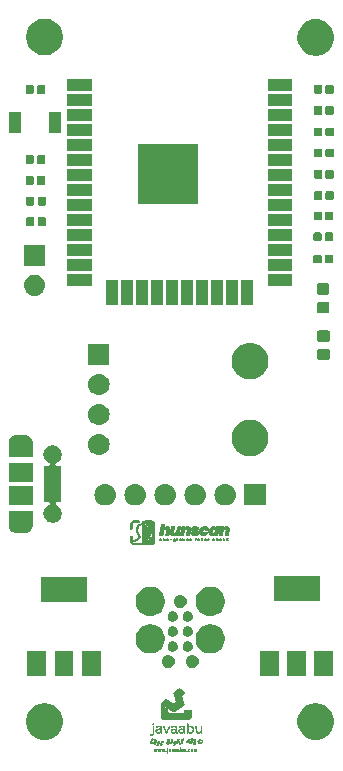
<source format=gts>
G04 #@! TF.GenerationSoftware,KiCad,Pcbnew,(5.1.4)-1*
G04 #@! TF.CreationDate,2020-06-29T21:22:15+08:00*
G04 #@! TF.ProjectId,esp-break,6573702d-6272-4656-916b-2e6b69636164,rev?*
G04 #@! TF.SameCoordinates,Original*
G04 #@! TF.FileFunction,Soldermask,Top*
G04 #@! TF.FilePolarity,Negative*
%FSLAX46Y46*%
G04 Gerber Fmt 4.6, Leading zero omitted, Abs format (unit mm)*
G04 Created by KiCad (PCBNEW (5.1.4)-1) date 2020-06-29 21:22:15*
%MOMM*%
%LPD*%
G04 APERTURE LIST*
%ADD10C,0.010000*%
%ADD11C,0.100000*%
G04 APERTURE END LIST*
D10*
G36*
X112970507Y-95134584D02*
G01*
X113041385Y-95136690D01*
X113088989Y-95140847D01*
X113118609Y-95147586D01*
X113135532Y-95157437D01*
X113138711Y-95160819D01*
X113151814Y-95193465D01*
X113143231Y-95215853D01*
X113130665Y-95227601D01*
X113106444Y-95236298D01*
X113065264Y-95242713D01*
X113001822Y-95247615D01*
X112910814Y-95251773D01*
X112890213Y-95252533D01*
X112784762Y-95257892D01*
X112700569Y-95265390D01*
X112642138Y-95274530D01*
X112617008Y-95282668D01*
X112582863Y-95308183D01*
X112558339Y-95343238D01*
X112542027Y-95393182D01*
X112532519Y-95463361D01*
X112528407Y-95559121D01*
X112527933Y-95620839D01*
X112526569Y-95725097D01*
X112521500Y-95799278D01*
X112511261Y-95847098D01*
X112494387Y-95872274D01*
X112469414Y-95878520D01*
X112434878Y-95869553D01*
X112430567Y-95867852D01*
X112421760Y-95854248D01*
X112415532Y-95819339D01*
X112411602Y-95759646D01*
X112409692Y-95671688D01*
X112409400Y-95603976D01*
X112409738Y-95504512D01*
X112411300Y-95432362D01*
X112414904Y-95380980D01*
X112421373Y-95343816D01*
X112431526Y-95314321D01*
X112446182Y-95285947D01*
X112450073Y-95279239D01*
X112492607Y-95224985D01*
X112546354Y-95179212D01*
X112558212Y-95171918D01*
X112587853Y-95156865D01*
X112618580Y-95146395D01*
X112657135Y-95139691D01*
X112710260Y-95135937D01*
X112784697Y-95134314D01*
X112871065Y-95134000D01*
X112970507Y-95134584D01*
X112970507Y-95134584D01*
G37*
X112970507Y-95134584D02*
X113041385Y-95136690D01*
X113088989Y-95140847D01*
X113118609Y-95147586D01*
X113135532Y-95157437D01*
X113138711Y-95160819D01*
X113151814Y-95193465D01*
X113143231Y-95215853D01*
X113130665Y-95227601D01*
X113106444Y-95236298D01*
X113065264Y-95242713D01*
X113001822Y-95247615D01*
X112910814Y-95251773D01*
X112890213Y-95252533D01*
X112784762Y-95257892D01*
X112700569Y-95265390D01*
X112642138Y-95274530D01*
X112617008Y-95282668D01*
X112582863Y-95308183D01*
X112558339Y-95343238D01*
X112542027Y-95393182D01*
X112532519Y-95463361D01*
X112528407Y-95559121D01*
X112527933Y-95620839D01*
X112526569Y-95725097D01*
X112521500Y-95799278D01*
X112511261Y-95847098D01*
X112494387Y-95872274D01*
X112469414Y-95878520D01*
X112434878Y-95869553D01*
X112430567Y-95867852D01*
X112421760Y-95854248D01*
X112415532Y-95819339D01*
X112411602Y-95759646D01*
X112409692Y-95671688D01*
X112409400Y-95603976D01*
X112409738Y-95504512D01*
X112411300Y-95432362D01*
X112414904Y-95380980D01*
X112421373Y-95343816D01*
X112431526Y-95314321D01*
X112446182Y-95285947D01*
X112450073Y-95279239D01*
X112492607Y-95224985D01*
X112546354Y-95179212D01*
X112558212Y-95171918D01*
X112587853Y-95156865D01*
X112618580Y-95146395D01*
X112657135Y-95139691D01*
X112710260Y-95135937D01*
X112784697Y-95134314D01*
X112871065Y-95134000D01*
X112970507Y-95134584D01*
G36*
X120609374Y-95643690D02*
G01*
X120674299Y-95674483D01*
X120720070Y-95729501D01*
X120740180Y-95775064D01*
X120749798Y-95806184D01*
X120754813Y-95837277D01*
X120754903Y-95875275D01*
X120749744Y-95927109D01*
X120739014Y-95999710D01*
X120726044Y-96078330D01*
X120711082Y-96166255D01*
X120697401Y-96244780D01*
X120686310Y-96306529D01*
X120679116Y-96344126D01*
X120678062Y-96348967D01*
X120671038Y-96368224D01*
X120656077Y-96379609D01*
X120625678Y-96385169D01*
X120572338Y-96386952D01*
X120538434Y-96387067D01*
X120407673Y-96387067D01*
X120448089Y-96163058D01*
X120465920Y-96056754D01*
X120475020Y-95978590D01*
X120474804Y-95923832D01*
X120464689Y-95887750D01*
X120444092Y-95865611D01*
X120412429Y-95852681D01*
X120409727Y-95851985D01*
X120347540Y-95852641D01*
X120290211Y-95882715D01*
X120257790Y-95919343D01*
X120244451Y-95951776D01*
X120228097Y-96009658D01*
X120210753Y-96084946D01*
X120194444Y-96169600D01*
X120193661Y-96174114D01*
X120156931Y-96387067D01*
X119889985Y-96387067D01*
X119899195Y-96340500D01*
X119904871Y-96309610D01*
X119915177Y-96251401D01*
X119929054Y-96171940D01*
X119945442Y-96077292D01*
X119963283Y-95973525D01*
X119964236Y-95967966D01*
X120020066Y-95642000D01*
X120287633Y-95642000D01*
X120277624Y-95692046D01*
X120267615Y-95742093D01*
X120344221Y-95688095D01*
X120396407Y-95655471D01*
X120443591Y-95639279D01*
X120503028Y-95634236D01*
X120520584Y-95634098D01*
X120609374Y-95643690D01*
X120609374Y-95643690D01*
G37*
X120609374Y-95643690D02*
X120674299Y-95674483D01*
X120720070Y-95729501D01*
X120740180Y-95775064D01*
X120749798Y-95806184D01*
X120754813Y-95837277D01*
X120754903Y-95875275D01*
X120749744Y-95927109D01*
X120739014Y-95999710D01*
X120726044Y-96078330D01*
X120711082Y-96166255D01*
X120697401Y-96244780D01*
X120686310Y-96306529D01*
X120679116Y-96344126D01*
X120678062Y-96348967D01*
X120671038Y-96368224D01*
X120656077Y-96379609D01*
X120625678Y-96385169D01*
X120572338Y-96386952D01*
X120538434Y-96387067D01*
X120407673Y-96387067D01*
X120448089Y-96163058D01*
X120465920Y-96056754D01*
X120475020Y-95978590D01*
X120474804Y-95923832D01*
X120464689Y-95887750D01*
X120444092Y-95865611D01*
X120412429Y-95852681D01*
X120409727Y-95851985D01*
X120347540Y-95852641D01*
X120290211Y-95882715D01*
X120257790Y-95919343D01*
X120244451Y-95951776D01*
X120228097Y-96009658D01*
X120210753Y-96084946D01*
X120194444Y-96169600D01*
X120193661Y-96174114D01*
X120156931Y-96387067D01*
X119889985Y-96387067D01*
X119899195Y-96340500D01*
X119904871Y-96309610D01*
X119915177Y-96251401D01*
X119929054Y-96171940D01*
X119945442Y-96077292D01*
X119963283Y-95973525D01*
X119964236Y-95967966D01*
X120020066Y-95642000D01*
X120287633Y-95642000D01*
X120277624Y-95692046D01*
X120267615Y-95742093D01*
X120344221Y-95688095D01*
X120396407Y-95655471D01*
X120443591Y-95639279D01*
X120503028Y-95634236D01*
X120520584Y-95634098D01*
X120609374Y-95643690D01*
G36*
X117307604Y-95637761D02*
G01*
X117377487Y-95669156D01*
X117431614Y-95721460D01*
X117464657Y-95792559D01*
X117472403Y-95854938D01*
X117469468Y-95896179D01*
X117461500Y-95962120D01*
X117449826Y-96044200D01*
X117435773Y-96133856D01*
X117420668Y-96222525D01*
X117405839Y-96301644D01*
X117395833Y-96348967D01*
X117388760Y-96368471D01*
X117373516Y-96379879D01*
X117342475Y-96385336D01*
X117288017Y-96386989D01*
X117260477Y-96387067D01*
X117189187Y-96385042D01*
X117148128Y-96378587D01*
X117133883Y-96367131D01*
X117133800Y-96365910D01*
X117136630Y-96341722D01*
X117144333Y-96291567D01*
X117155729Y-96222799D01*
X117169462Y-96143752D01*
X117185125Y-96048912D01*
X117193219Y-95981409D01*
X117194149Y-95935667D01*
X117188320Y-95906110D01*
X117186972Y-95902910D01*
X117153574Y-95864492D01*
X117105297Y-95849242D01*
X117051397Y-95856571D01*
X117001132Y-95885891D01*
X116974838Y-95916395D01*
X116962351Y-95947507D01*
X116946589Y-96004257D01*
X116929493Y-96078824D01*
X116913004Y-96163384D01*
X116911625Y-96171167D01*
X116873700Y-96387067D01*
X116741283Y-96387067D01*
X116679238Y-96386569D01*
X116632910Y-96385248D01*
X116610363Y-96383363D01*
X116609387Y-96382833D01*
X116612344Y-96365678D01*
X116620331Y-96320023D01*
X116632496Y-96250721D01*
X116647987Y-96162625D01*
X116665951Y-96060587D01*
X116674065Y-96014533D01*
X116738223Y-95650467D01*
X116870310Y-95645484D01*
X117002397Y-95640502D01*
X116995227Y-95689356D01*
X116988056Y-95738210D01*
X117056695Y-95690146D01*
X117141880Y-95646144D01*
X117227292Y-95629386D01*
X117307604Y-95637761D01*
X117307604Y-95637761D01*
G37*
X117307604Y-95637761D02*
X117377487Y-95669156D01*
X117431614Y-95721460D01*
X117464657Y-95792559D01*
X117472403Y-95854938D01*
X117469468Y-95896179D01*
X117461500Y-95962120D01*
X117449826Y-96044200D01*
X117435773Y-96133856D01*
X117420668Y-96222525D01*
X117405839Y-96301644D01*
X117395833Y-96348967D01*
X117388760Y-96368471D01*
X117373516Y-96379879D01*
X117342475Y-96385336D01*
X117288017Y-96386989D01*
X117260477Y-96387067D01*
X117189187Y-96385042D01*
X117148128Y-96378587D01*
X117133883Y-96367131D01*
X117133800Y-96365910D01*
X117136630Y-96341722D01*
X117144333Y-96291567D01*
X117155729Y-96222799D01*
X117169462Y-96143752D01*
X117185125Y-96048912D01*
X117193219Y-95981409D01*
X117194149Y-95935667D01*
X117188320Y-95906110D01*
X117186972Y-95902910D01*
X117153574Y-95864492D01*
X117105297Y-95849242D01*
X117051397Y-95856571D01*
X117001132Y-95885891D01*
X116974838Y-95916395D01*
X116962351Y-95947507D01*
X116946589Y-96004257D01*
X116929493Y-96078824D01*
X116913004Y-96163384D01*
X116911625Y-96171167D01*
X116873700Y-96387067D01*
X116741283Y-96387067D01*
X116679238Y-96386569D01*
X116632910Y-96385248D01*
X116610363Y-96383363D01*
X116609387Y-96382833D01*
X116612344Y-96365678D01*
X116620331Y-96320023D01*
X116632496Y-96250721D01*
X116647987Y-96162625D01*
X116665951Y-96060587D01*
X116674065Y-96014533D01*
X116738223Y-95650467D01*
X116870310Y-95645484D01*
X117002397Y-95640502D01*
X116995227Y-95689356D01*
X116988056Y-95738210D01*
X117056695Y-95690146D01*
X117141880Y-95646144D01*
X117227292Y-95629386D01*
X117307604Y-95637761D01*
G36*
X116075836Y-95859936D02*
G01*
X116061403Y-95954975D01*
X116052558Y-96033238D01*
X116049827Y-96088964D01*
X116052618Y-96114073D01*
X116083148Y-96155810D01*
X116129268Y-96174432D01*
X116181988Y-96170122D01*
X116232318Y-96143061D01*
X116261867Y-96109839D01*
X116275418Y-96077347D01*
X116292212Y-96019547D01*
X116310126Y-95944573D01*
X116327036Y-95860555D01*
X116327262Y-95859316D01*
X116365353Y-95650467D01*
X116495576Y-95645521D01*
X116557118Y-95644786D01*
X116603027Y-95647289D01*
X116625136Y-95652499D01*
X116625995Y-95653988D01*
X116623261Y-95673941D01*
X116615505Y-95722200D01*
X116603573Y-95793716D01*
X116588310Y-95883442D01*
X116570563Y-95986327D01*
X116563446Y-96027233D01*
X116500702Y-96387067D01*
X116233642Y-96387067D01*
X116256954Y-96280931D01*
X116193479Y-96329345D01*
X116149912Y-96357779D01*
X116104664Y-96373696D01*
X116043981Y-96381277D01*
X116018068Y-96382669D01*
X115930160Y-96381052D01*
X115870457Y-96366855D01*
X115861059Y-96362164D01*
X115822917Y-96326103D01*
X115790301Y-96269015D01*
X115786666Y-96259977D01*
X115776539Y-96231820D01*
X115769776Y-96205230D01*
X115766770Y-96175291D01*
X115767915Y-96137092D01*
X115773604Y-96085718D01*
X115784230Y-96016255D01*
X115800187Y-95923789D01*
X115821867Y-95803408D01*
X115824270Y-95790167D01*
X115851169Y-95642000D01*
X116112445Y-95642000D01*
X116075836Y-95859936D01*
X116075836Y-95859936D01*
G37*
X116075836Y-95859936D02*
X116061403Y-95954975D01*
X116052558Y-96033238D01*
X116049827Y-96088964D01*
X116052618Y-96114073D01*
X116083148Y-96155810D01*
X116129268Y-96174432D01*
X116181988Y-96170122D01*
X116232318Y-96143061D01*
X116261867Y-96109839D01*
X116275418Y-96077347D01*
X116292212Y-96019547D01*
X116310126Y-95944573D01*
X116327036Y-95860555D01*
X116327262Y-95859316D01*
X116365353Y-95650467D01*
X116495576Y-95645521D01*
X116557118Y-95644786D01*
X116603027Y-95647289D01*
X116625136Y-95652499D01*
X116625995Y-95653988D01*
X116623261Y-95673941D01*
X116615505Y-95722200D01*
X116603573Y-95793716D01*
X116588310Y-95883442D01*
X116570563Y-95986327D01*
X116563446Y-96027233D01*
X116500702Y-96387067D01*
X116233642Y-96387067D01*
X116256954Y-96280931D01*
X116193479Y-96329345D01*
X116149912Y-96357779D01*
X116104664Y-96373696D01*
X116043981Y-96381277D01*
X116018068Y-96382669D01*
X115930160Y-96381052D01*
X115870457Y-96366855D01*
X115861059Y-96362164D01*
X115822917Y-96326103D01*
X115790301Y-96269015D01*
X115786666Y-96259977D01*
X115776539Y-96231820D01*
X115769776Y-96205230D01*
X115766770Y-96175291D01*
X115767915Y-96137092D01*
X115773604Y-96085718D01*
X115784230Y-96016255D01*
X115800187Y-95923789D01*
X115821867Y-95803408D01*
X115824270Y-95790167D01*
X115851169Y-95642000D01*
X116112445Y-95642000D01*
X116075836Y-95859936D01*
G36*
X115218620Y-95406765D02*
G01*
X115264782Y-95411623D01*
X115287145Y-95418548D01*
X115288067Y-95420377D01*
X115285064Y-95443332D01*
X115277100Y-95490379D01*
X115265741Y-95552380D01*
X115262669Y-95568544D01*
X115247729Y-95648834D01*
X115239734Y-95700306D01*
X115238732Y-95727297D01*
X115244767Y-95734146D01*
X115257887Y-95725190D01*
X115264271Y-95719015D01*
X115327751Y-95674660D01*
X115407989Y-95645471D01*
X115493403Y-95633542D01*
X115572412Y-95640966D01*
X115612766Y-95656027D01*
X115654637Y-95685484D01*
X115684268Y-95725029D01*
X115702135Y-95778598D01*
X115708714Y-95850127D01*
X115704480Y-95943552D01*
X115689909Y-96062811D01*
X115673995Y-96162700D01*
X115635938Y-96387067D01*
X115504336Y-96387067D01*
X115442465Y-96385564D01*
X115396289Y-96381580D01*
X115373917Y-96375897D01*
X115372990Y-96374367D01*
X115375960Y-96353479D01*
X115383814Y-96306603D01*
X115395296Y-96241055D01*
X115406857Y-96176764D01*
X115420646Y-96096890D01*
X115431695Y-96025254D01*
X115438683Y-95970897D01*
X115440467Y-95946556D01*
X115426243Y-95894478D01*
X115389135Y-95859617D01*
X115337488Y-95846086D01*
X115279645Y-95857998D01*
X115270195Y-95862635D01*
X115233296Y-95896060D01*
X115203802Y-95954653D01*
X115180207Y-96041890D01*
X115171225Y-96090733D01*
X115158125Y-96167367D01*
X115143982Y-96245836D01*
X115134006Y-96298167D01*
X115116332Y-96387067D01*
X114854391Y-96387067D01*
X115025527Y-95404933D01*
X115156797Y-95404933D01*
X115218620Y-95406765D01*
X115218620Y-95406765D01*
G37*
X115218620Y-95406765D02*
X115264782Y-95411623D01*
X115287145Y-95418548D01*
X115288067Y-95420377D01*
X115285064Y-95443332D01*
X115277100Y-95490379D01*
X115265741Y-95552380D01*
X115262669Y-95568544D01*
X115247729Y-95648834D01*
X115239734Y-95700306D01*
X115238732Y-95727297D01*
X115244767Y-95734146D01*
X115257887Y-95725190D01*
X115264271Y-95719015D01*
X115327751Y-95674660D01*
X115407989Y-95645471D01*
X115493403Y-95633542D01*
X115572412Y-95640966D01*
X115612766Y-95656027D01*
X115654637Y-95685484D01*
X115684268Y-95725029D01*
X115702135Y-95778598D01*
X115708714Y-95850127D01*
X115704480Y-95943552D01*
X115689909Y-96062811D01*
X115673995Y-96162700D01*
X115635938Y-96387067D01*
X115504336Y-96387067D01*
X115442465Y-96385564D01*
X115396289Y-96381580D01*
X115373917Y-96375897D01*
X115372990Y-96374367D01*
X115375960Y-96353479D01*
X115383814Y-96306603D01*
X115395296Y-96241055D01*
X115406857Y-96176764D01*
X115420646Y-96096890D01*
X115431695Y-96025254D01*
X115438683Y-95970897D01*
X115440467Y-95946556D01*
X115426243Y-95894478D01*
X115389135Y-95859617D01*
X115337488Y-95846086D01*
X115279645Y-95857998D01*
X115270195Y-95862635D01*
X115233296Y-95896060D01*
X115203802Y-95954653D01*
X115180207Y-96041890D01*
X115171225Y-96090733D01*
X115158125Y-96167367D01*
X115143982Y-96245836D01*
X115134006Y-96298167D01*
X115116332Y-96387067D01*
X114854391Y-96387067D01*
X115025527Y-95404933D01*
X115156797Y-95404933D01*
X115218620Y-95406765D01*
G36*
X119508798Y-95642161D02*
G01*
X119565393Y-95666793D01*
X119593552Y-95693583D01*
X119618164Y-95722571D01*
X119634233Y-95719233D01*
X119639933Y-95684333D01*
X119641356Y-95663419D01*
X119650210Y-95650856D01*
X119673370Y-95644517D01*
X119717712Y-95642275D01*
X119776745Y-95642000D01*
X119913557Y-95642000D01*
X119904008Y-95688567D01*
X119898022Y-95720143D01*
X119887389Y-95778616D01*
X119873268Y-95857519D01*
X119856816Y-95950384D01*
X119842566Y-96031466D01*
X119825227Y-96129366D01*
X119809328Y-96217061D01*
X119795991Y-96288522D01*
X119786339Y-96337715D01*
X119781896Y-96357433D01*
X119772080Y-96372885D01*
X119749197Y-96381934D01*
X119706060Y-96386138D01*
X119645142Y-96387067D01*
X119517166Y-96387067D01*
X119527603Y-96334885D01*
X119538039Y-96282703D01*
X119486860Y-96325768D01*
X119431491Y-96361089D01*
X119364559Y-96388517D01*
X119301979Y-96402033D01*
X119284333Y-96402378D01*
X119250664Y-96396815D01*
X119205620Y-96385501D01*
X119141142Y-96350802D01*
X119086303Y-96291661D01*
X119048495Y-96217428D01*
X119037546Y-96172941D01*
X119033848Y-96064822D01*
X119309242Y-96064822D01*
X119335039Y-96120634D01*
X119383036Y-96158426D01*
X119439647Y-96165010D01*
X119499527Y-96140034D01*
X119510242Y-96132158D01*
X119551028Y-96084049D01*
X119577029Y-96022144D01*
X119584168Y-95959590D01*
X119575471Y-95921817D01*
X119541254Y-95882081D01*
X119491346Y-95865076D01*
X119434860Y-95870477D01*
X119380913Y-95897960D01*
X119349758Y-95929867D01*
X119313617Y-95999410D01*
X119309242Y-96064822D01*
X119033848Y-96064822D01*
X119033565Y-96056576D01*
X119054441Y-95944211D01*
X119096951Y-95841190D01*
X119157871Y-95752858D01*
X119233980Y-95684557D01*
X119322055Y-95641633D01*
X119363616Y-95632186D01*
X119438041Y-95629691D01*
X119508798Y-95642161D01*
X119508798Y-95642161D01*
G37*
X119508798Y-95642161D02*
X119565393Y-95666793D01*
X119593552Y-95693583D01*
X119618164Y-95722571D01*
X119634233Y-95719233D01*
X119639933Y-95684333D01*
X119641356Y-95663419D01*
X119650210Y-95650856D01*
X119673370Y-95644517D01*
X119717712Y-95642275D01*
X119776745Y-95642000D01*
X119913557Y-95642000D01*
X119904008Y-95688567D01*
X119898022Y-95720143D01*
X119887389Y-95778616D01*
X119873268Y-95857519D01*
X119856816Y-95950384D01*
X119842566Y-96031466D01*
X119825227Y-96129366D01*
X119809328Y-96217061D01*
X119795991Y-96288522D01*
X119786339Y-96337715D01*
X119781896Y-96357433D01*
X119772080Y-96372885D01*
X119749197Y-96381934D01*
X119706060Y-96386138D01*
X119645142Y-96387067D01*
X119517166Y-96387067D01*
X119527603Y-96334885D01*
X119538039Y-96282703D01*
X119486860Y-96325768D01*
X119431491Y-96361089D01*
X119364559Y-96388517D01*
X119301979Y-96402033D01*
X119284333Y-96402378D01*
X119250664Y-96396815D01*
X119205620Y-96385501D01*
X119141142Y-96350802D01*
X119086303Y-96291661D01*
X119048495Y-96217428D01*
X119037546Y-96172941D01*
X119033848Y-96064822D01*
X119309242Y-96064822D01*
X119335039Y-96120634D01*
X119383036Y-96158426D01*
X119439647Y-96165010D01*
X119499527Y-96140034D01*
X119510242Y-96132158D01*
X119551028Y-96084049D01*
X119577029Y-96022144D01*
X119584168Y-95959590D01*
X119575471Y-95921817D01*
X119541254Y-95882081D01*
X119491346Y-95865076D01*
X119434860Y-95870477D01*
X119380913Y-95897960D01*
X119349758Y-95929867D01*
X119313617Y-95999410D01*
X119309242Y-96064822D01*
X119033848Y-96064822D01*
X119033565Y-96056576D01*
X119054441Y-95944211D01*
X119096951Y-95841190D01*
X119157871Y-95752858D01*
X119233980Y-95684557D01*
X119322055Y-95641633D01*
X119363616Y-95632186D01*
X119438041Y-95629691D01*
X119508798Y-95642161D01*
G36*
X118786234Y-95639121D02*
G01*
X118869731Y-95671528D01*
X118938898Y-95725355D01*
X118988317Y-95801088D01*
X118989878Y-95804749D01*
X119011014Y-95860692D01*
X119015537Y-95896929D01*
X118999364Y-95917701D01*
X118958415Y-95927250D01*
X118888607Y-95929817D01*
X118869467Y-95929867D01*
X118797780Y-95928827D01*
X118753904Y-95924986D01*
X118731829Y-95917260D01*
X118725541Y-95904566D01*
X118725533Y-95903921D01*
X118711428Y-95878561D01*
X118687433Y-95863813D01*
X118629805Y-95857328D01*
X118580932Y-95882416D01*
X118542775Y-95937472D01*
X118521928Y-95999289D01*
X118511260Y-96053383D01*
X118512356Y-96088961D01*
X118526024Y-96119553D01*
X118529432Y-96124889D01*
X118568673Y-96159488D01*
X118616727Y-96164224D01*
X118666454Y-96139112D01*
X118681717Y-96124600D01*
X118705444Y-96102736D01*
X118732528Y-96089997D01*
X118772521Y-96083983D01*
X118834974Y-96082296D01*
X118850242Y-96082266D01*
X118922473Y-96083924D01*
X118963888Y-96091825D01*
X118977485Y-96110363D01*
X118966262Y-96143931D01*
X118933220Y-96196923D01*
X118930886Y-96200404D01*
X118853693Y-96286471D01*
X118755521Y-96351071D01*
X118656292Y-96385808D01*
X118600722Y-96397035D01*
X118561640Y-96401031D01*
X118523424Y-96397675D01*
X118470449Y-96386848D01*
X118459022Y-96384294D01*
X118374632Y-96349659D01*
X118309236Y-96290808D01*
X118264439Y-96212592D01*
X118241850Y-96119858D01*
X118243075Y-96017456D01*
X118269722Y-95910234D01*
X118287689Y-95867443D01*
X118343402Y-95781479D01*
X118417289Y-95714035D01*
X118503933Y-95665593D01*
X118597917Y-95636638D01*
X118693823Y-95627653D01*
X118786234Y-95639121D01*
X118786234Y-95639121D01*
G37*
X118786234Y-95639121D02*
X118869731Y-95671528D01*
X118938898Y-95725355D01*
X118988317Y-95801088D01*
X118989878Y-95804749D01*
X119011014Y-95860692D01*
X119015537Y-95896929D01*
X118999364Y-95917701D01*
X118958415Y-95927250D01*
X118888607Y-95929817D01*
X118869467Y-95929867D01*
X118797780Y-95928827D01*
X118753904Y-95924986D01*
X118731829Y-95917260D01*
X118725541Y-95904566D01*
X118725533Y-95903921D01*
X118711428Y-95878561D01*
X118687433Y-95863813D01*
X118629805Y-95857328D01*
X118580932Y-95882416D01*
X118542775Y-95937472D01*
X118521928Y-95999289D01*
X118511260Y-96053383D01*
X118512356Y-96088961D01*
X118526024Y-96119553D01*
X118529432Y-96124889D01*
X118568673Y-96159488D01*
X118616727Y-96164224D01*
X118666454Y-96139112D01*
X118681717Y-96124600D01*
X118705444Y-96102736D01*
X118732528Y-96089997D01*
X118772521Y-96083983D01*
X118834974Y-96082296D01*
X118850242Y-96082266D01*
X118922473Y-96083924D01*
X118963888Y-96091825D01*
X118977485Y-96110363D01*
X118966262Y-96143931D01*
X118933220Y-96196923D01*
X118930886Y-96200404D01*
X118853693Y-96286471D01*
X118755521Y-96351071D01*
X118656292Y-96385808D01*
X118600722Y-96397035D01*
X118561640Y-96401031D01*
X118523424Y-96397675D01*
X118470449Y-96386848D01*
X118459022Y-96384294D01*
X118374632Y-96349659D01*
X118309236Y-96290808D01*
X118264439Y-96212592D01*
X118241850Y-96119858D01*
X118243075Y-96017456D01*
X118269722Y-95910234D01*
X118287689Y-95867443D01*
X118343402Y-95781479D01*
X118417289Y-95714035D01*
X118503933Y-95665593D01*
X118597917Y-95636638D01*
X118693823Y-95627653D01*
X118786234Y-95639121D01*
G36*
X117994025Y-95640314D02*
G01*
X118063568Y-95659230D01*
X118082009Y-95668315D01*
X118137646Y-95711917D01*
X118183535Y-95767542D01*
X118212001Y-95824550D01*
X118217533Y-95856171D01*
X118215631Y-95876443D01*
X118205176Y-95888327D01*
X118179049Y-95894058D01*
X118130129Y-95895867D01*
X118090533Y-95896000D01*
X118023192Y-95894605D01*
X117983687Y-95889647D01*
X117966071Y-95879964D01*
X117963533Y-95871196D01*
X117948492Y-95842203D01*
X117910747Y-95821209D01*
X117861362Y-95813659D01*
X117848396Y-95814523D01*
X117812469Y-95827148D01*
X117802667Y-95853667D01*
X117808520Y-95872345D01*
X117829886Y-95889582D01*
X117872470Y-95908579D01*
X117941979Y-95932537D01*
X117945094Y-95933545D01*
X118044673Y-95970454D01*
X118114355Y-96008652D01*
X118158038Y-96051605D01*
X118179620Y-96102778D01*
X118183667Y-96145542D01*
X118177774Y-96204494D01*
X118163168Y-96257873D01*
X118158728Y-96267640D01*
X118116740Y-96315557D01*
X118049668Y-96354278D01*
X117965592Y-96381453D01*
X117872598Y-96394731D01*
X117778766Y-96391763D01*
X117748927Y-96386803D01*
X117655324Y-96356608D01*
X117580780Y-96310317D01*
X117529868Y-96251993D01*
X117507155Y-96185701D01*
X117506396Y-96171167D01*
X117508716Y-96151177D01*
X117520664Y-96139759D01*
X117549601Y-96134530D01*
X117602889Y-96133107D01*
X117624097Y-96133066D01*
X117689486Y-96134612D01*
X117731686Y-96141117D01*
X117761305Y-96155389D01*
X117784194Y-96175400D01*
X117833085Y-96208335D01*
X117883053Y-96216125D01*
X117924509Y-96197714D01*
X117930372Y-96191483D01*
X117941362Y-96167163D01*
X117929308Y-96144738D01*
X117891283Y-96122156D01*
X117824358Y-96097368D01*
X117774158Y-96082047D01*
X117677740Y-96047992D01*
X117611337Y-96009079D01*
X117571119Y-95961666D01*
X117553255Y-95902112D01*
X117551489Y-95870313D01*
X117564977Y-95788774D01*
X117606975Y-95721948D01*
X117677437Y-95667499D01*
X117738289Y-95645227D01*
X117819357Y-95633288D01*
X117908612Y-95631659D01*
X117994025Y-95640314D01*
X117994025Y-95640314D01*
G37*
X117994025Y-95640314D02*
X118063568Y-95659230D01*
X118082009Y-95668315D01*
X118137646Y-95711917D01*
X118183535Y-95767542D01*
X118212001Y-95824550D01*
X118217533Y-95856171D01*
X118215631Y-95876443D01*
X118205176Y-95888327D01*
X118179049Y-95894058D01*
X118130129Y-95895867D01*
X118090533Y-95896000D01*
X118023192Y-95894605D01*
X117983687Y-95889647D01*
X117966071Y-95879964D01*
X117963533Y-95871196D01*
X117948492Y-95842203D01*
X117910747Y-95821209D01*
X117861362Y-95813659D01*
X117848396Y-95814523D01*
X117812469Y-95827148D01*
X117802667Y-95853667D01*
X117808520Y-95872345D01*
X117829886Y-95889582D01*
X117872470Y-95908579D01*
X117941979Y-95932537D01*
X117945094Y-95933545D01*
X118044673Y-95970454D01*
X118114355Y-96008652D01*
X118158038Y-96051605D01*
X118179620Y-96102778D01*
X118183667Y-96145542D01*
X118177774Y-96204494D01*
X118163168Y-96257873D01*
X118158728Y-96267640D01*
X118116740Y-96315557D01*
X118049668Y-96354278D01*
X117965592Y-96381453D01*
X117872598Y-96394731D01*
X117778766Y-96391763D01*
X117748927Y-96386803D01*
X117655324Y-96356608D01*
X117580780Y-96310317D01*
X117529868Y-96251993D01*
X117507155Y-96185701D01*
X117506396Y-96171167D01*
X117508716Y-96151177D01*
X117520664Y-96139759D01*
X117549601Y-96134530D01*
X117602889Y-96133107D01*
X117624097Y-96133066D01*
X117689486Y-96134612D01*
X117731686Y-96141117D01*
X117761305Y-96155389D01*
X117784194Y-96175400D01*
X117833085Y-96208335D01*
X117883053Y-96216125D01*
X117924509Y-96197714D01*
X117930372Y-96191483D01*
X117941362Y-96167163D01*
X117929308Y-96144738D01*
X117891283Y-96122156D01*
X117824358Y-96097368D01*
X117774158Y-96082047D01*
X117677740Y-96047992D01*
X117611337Y-96009079D01*
X117571119Y-95961666D01*
X117553255Y-95902112D01*
X117551489Y-95870313D01*
X117564977Y-95788774D01*
X117606975Y-95721948D01*
X117677437Y-95667499D01*
X117738289Y-95645227D01*
X117819357Y-95633288D01*
X117908612Y-95631659D01*
X117994025Y-95640314D01*
G36*
X115843707Y-96696120D02*
G01*
X115863288Y-96706578D01*
X115863800Y-96708800D01*
X115848914Y-96719992D01*
X115812311Y-96725587D01*
X115804533Y-96725733D01*
X115765360Y-96721480D01*
X115745778Y-96711022D01*
X115745266Y-96708800D01*
X115760152Y-96697607D01*
X115796755Y-96692013D01*
X115804533Y-96691867D01*
X115843707Y-96696120D01*
X115843707Y-96696120D01*
G37*
X115843707Y-96696120D02*
X115863288Y-96706578D01*
X115863800Y-96708800D01*
X115848914Y-96719992D01*
X115812311Y-96725587D01*
X115804533Y-96725733D01*
X115765360Y-96721480D01*
X115745778Y-96711022D01*
X115745266Y-96708800D01*
X115760152Y-96697607D01*
X115796755Y-96692013D01*
X115804533Y-96691867D01*
X115843707Y-96696120D01*
G36*
X120565993Y-96621972D02*
G01*
X120571243Y-96657811D01*
X120571266Y-96660624D01*
X120572823Y-96695923D01*
X120581538Y-96702353D01*
X120602233Y-96686024D01*
X120635016Y-96661579D01*
X120648337Y-96662689D01*
X120639601Y-96687941D01*
X120631152Y-96701765D01*
X120612726Y-96734342D01*
X120614534Y-96756067D01*
X120631923Y-96778069D01*
X120651460Y-96809171D01*
X120645410Y-96822867D01*
X120619885Y-96813667D01*
X120605237Y-96802027D01*
X120580755Y-96782220D01*
X120572135Y-96785847D01*
X120571266Y-96799309D01*
X120562877Y-96823479D01*
X120554333Y-96827333D01*
X120545484Y-96811782D01*
X120539426Y-96770585D01*
X120537400Y-96717267D01*
X120539792Y-96659750D01*
X120546130Y-96620371D01*
X120554333Y-96607200D01*
X120565993Y-96621972D01*
X120565993Y-96621972D01*
G37*
X120565993Y-96621972D02*
X120571243Y-96657811D01*
X120571266Y-96660624D01*
X120572823Y-96695923D01*
X120581538Y-96702353D01*
X120602233Y-96686024D01*
X120635016Y-96661579D01*
X120648337Y-96662689D01*
X120639601Y-96687941D01*
X120631152Y-96701765D01*
X120612726Y-96734342D01*
X120614534Y-96756067D01*
X120631923Y-96778069D01*
X120651460Y-96809171D01*
X120645410Y-96822867D01*
X120619885Y-96813667D01*
X120605237Y-96802027D01*
X120580755Y-96782220D01*
X120572135Y-96785847D01*
X120571266Y-96799309D01*
X120562877Y-96823479D01*
X120554333Y-96827333D01*
X120545484Y-96811782D01*
X120539426Y-96770585D01*
X120537400Y-96717267D01*
X120539792Y-96659750D01*
X120546130Y-96620371D01*
X120554333Y-96607200D01*
X120565993Y-96621972D01*
G36*
X120343664Y-96666019D02*
G01*
X120375253Y-96682164D01*
X120385000Y-96700656D01*
X120375976Y-96723476D01*
X120352465Y-96718161D01*
X120338725Y-96706551D01*
X120308404Y-96694532D01*
X120279984Y-96707971D01*
X120266514Y-96740346D01*
X120266466Y-96742667D01*
X120279123Y-96777243D01*
X120309200Y-96789625D01*
X120343291Y-96776015D01*
X120371060Y-96762909D01*
X120381618Y-96774478D01*
X120368406Y-96801524D01*
X120329666Y-96825097D01*
X120282373Y-96818538D01*
X120259784Y-96805331D01*
X120238638Y-96771629D01*
X120236482Y-96726276D01*
X120252353Y-96684987D01*
X120268079Y-96669914D01*
X120303354Y-96660730D01*
X120343664Y-96666019D01*
X120343664Y-96666019D01*
G37*
X120343664Y-96666019D02*
X120375253Y-96682164D01*
X120385000Y-96700656D01*
X120375976Y-96723476D01*
X120352465Y-96718161D01*
X120338725Y-96706551D01*
X120308404Y-96694532D01*
X120279984Y-96707971D01*
X120266514Y-96740346D01*
X120266466Y-96742667D01*
X120279123Y-96777243D01*
X120309200Y-96789625D01*
X120343291Y-96776015D01*
X120371060Y-96762909D01*
X120381618Y-96774478D01*
X120368406Y-96801524D01*
X120329666Y-96825097D01*
X120282373Y-96818538D01*
X120259784Y-96805331D01*
X120238638Y-96771629D01*
X120236482Y-96726276D01*
X120252353Y-96684987D01*
X120268079Y-96669914D01*
X120303354Y-96660730D01*
X120343664Y-96666019D01*
G36*
X120045179Y-96662489D02*
G01*
X120080751Y-96683072D01*
X120097030Y-96717429D01*
X120097133Y-96720653D01*
X120081559Y-96736840D01*
X120038074Y-96742666D01*
X120037866Y-96742667D01*
X119998695Y-96747053D01*
X119979112Y-96757838D01*
X119978600Y-96760131D01*
X119991969Y-96781776D01*
X120022091Y-96788484D01*
X120053991Y-96777160D01*
X120055425Y-96776015D01*
X120083193Y-96762909D01*
X120093752Y-96774478D01*
X120080539Y-96801524D01*
X120041657Y-96824793D01*
X119991897Y-96817804D01*
X119974366Y-96809043D01*
X119952062Y-96779134D01*
X119945248Y-96734803D01*
X119951266Y-96708800D01*
X119987066Y-96708800D01*
X119993140Y-96721283D01*
X120020933Y-96725733D01*
X120050361Y-96720466D01*
X120054800Y-96708800D01*
X120030228Y-96693048D01*
X120020933Y-96691867D01*
X119992529Y-96702602D01*
X119987066Y-96708800D01*
X119951266Y-96708800D01*
X119955082Y-96692313D01*
X119965053Y-96678320D01*
X120002538Y-96659599D01*
X120045179Y-96662489D01*
X120045179Y-96662489D01*
G37*
X120045179Y-96662489D02*
X120080751Y-96683072D01*
X120097030Y-96717429D01*
X120097133Y-96720653D01*
X120081559Y-96736840D01*
X120038074Y-96742666D01*
X120037866Y-96742667D01*
X119998695Y-96747053D01*
X119979112Y-96757838D01*
X119978600Y-96760131D01*
X119991969Y-96781776D01*
X120022091Y-96788484D01*
X120053991Y-96777160D01*
X120055425Y-96776015D01*
X120083193Y-96762909D01*
X120093752Y-96774478D01*
X120080539Y-96801524D01*
X120041657Y-96824793D01*
X119991897Y-96817804D01*
X119974366Y-96809043D01*
X119952062Y-96779134D01*
X119945248Y-96734803D01*
X119951266Y-96708800D01*
X119987066Y-96708800D01*
X119993140Y-96721283D01*
X120020933Y-96725733D01*
X120050361Y-96720466D01*
X120054800Y-96708800D01*
X120030228Y-96693048D01*
X120020933Y-96691867D01*
X119992529Y-96702602D01*
X119987066Y-96708800D01*
X119951266Y-96708800D01*
X119955082Y-96692313D01*
X119965053Y-96678320D01*
X120002538Y-96659599D01*
X120045179Y-96662489D01*
G36*
X119670682Y-96621364D02*
G01*
X119673800Y-96640643D01*
X119679344Y-96663403D01*
X119702365Y-96667594D01*
X119723038Y-96664239D01*
X119763251Y-96662766D01*
X119787156Y-96682678D01*
X119790772Y-96688949D01*
X119803609Y-96727031D01*
X119808676Y-96770835D01*
X119805835Y-96808179D01*
X119794948Y-96826883D01*
X119792333Y-96827333D01*
X119779450Y-96812885D01*
X119775400Y-96786385D01*
X119767334Y-96726723D01*
X119743439Y-96696066D01*
X119724600Y-96691867D01*
X119692534Y-96706874D01*
X119676057Y-96751333D01*
X119673800Y-96786385D01*
X119667825Y-96817539D01*
X119656866Y-96827333D01*
X119648018Y-96811782D01*
X119641960Y-96770585D01*
X119639933Y-96717267D01*
X119642326Y-96659750D01*
X119648664Y-96620371D01*
X119656866Y-96607200D01*
X119670682Y-96621364D01*
X119670682Y-96621364D01*
G37*
X119670682Y-96621364D02*
X119673800Y-96640643D01*
X119679344Y-96663403D01*
X119702365Y-96667594D01*
X119723038Y-96664239D01*
X119763251Y-96662766D01*
X119787156Y-96682678D01*
X119790772Y-96688949D01*
X119803609Y-96727031D01*
X119808676Y-96770835D01*
X119805835Y-96808179D01*
X119794948Y-96826883D01*
X119792333Y-96827333D01*
X119779450Y-96812885D01*
X119775400Y-96786385D01*
X119767334Y-96726723D01*
X119743439Y-96696066D01*
X119724600Y-96691867D01*
X119692534Y-96706874D01*
X119676057Y-96751333D01*
X119673800Y-96786385D01*
X119667825Y-96817539D01*
X119656866Y-96827333D01*
X119648018Y-96811782D01*
X119641960Y-96770585D01*
X119639933Y-96717267D01*
X119642326Y-96659750D01*
X119648664Y-96620371D01*
X119656866Y-96607200D01*
X119670682Y-96621364D01*
G36*
X119457400Y-96663807D02*
G01*
X119487873Y-96683809D01*
X119501090Y-96711695D01*
X119489694Y-96722426D01*
X119462758Y-96709318D01*
X119427093Y-96695717D01*
X119397550Y-96709215D01*
X119385933Y-96742667D01*
X119398589Y-96777243D01*
X119428666Y-96789625D01*
X119462758Y-96776015D01*
X119490527Y-96762909D01*
X119501085Y-96774478D01*
X119487873Y-96801524D01*
X119448991Y-96824793D01*
X119399230Y-96817804D01*
X119381700Y-96809043D01*
X119359396Y-96779134D01*
X119352581Y-96734803D01*
X119362416Y-96692313D01*
X119372386Y-96678320D01*
X119411582Y-96659904D01*
X119457400Y-96663807D01*
X119457400Y-96663807D01*
G37*
X119457400Y-96663807D02*
X119487873Y-96683809D01*
X119501090Y-96711695D01*
X119489694Y-96722426D01*
X119462758Y-96709318D01*
X119427093Y-96695717D01*
X119397550Y-96709215D01*
X119385933Y-96742667D01*
X119398589Y-96777243D01*
X119428666Y-96789625D01*
X119462758Y-96776015D01*
X119490527Y-96762909D01*
X119501085Y-96774478D01*
X119487873Y-96801524D01*
X119448991Y-96824793D01*
X119399230Y-96817804D01*
X119381700Y-96809043D01*
X119359396Y-96779134D01*
X119352581Y-96734803D01*
X119362416Y-96692313D01*
X119372386Y-96678320D01*
X119411582Y-96659904D01*
X119457400Y-96663807D01*
G36*
X119035195Y-96665176D02*
G01*
X119043539Y-96674351D01*
X119024073Y-96698040D01*
X119013400Y-96708800D01*
X118987781Y-96749140D01*
X118979533Y-96785000D01*
X118973737Y-96816823D01*
X118962600Y-96827333D01*
X118952800Y-96812134D01*
X118946687Y-96773399D01*
X118945666Y-96745489D01*
X118946883Y-96696440D01*
X118954208Y-96672370D01*
X118973153Y-96664400D01*
X118996466Y-96663644D01*
X119035195Y-96665176D01*
X119035195Y-96665176D01*
G37*
X119035195Y-96665176D02*
X119043539Y-96674351D01*
X119024073Y-96698040D01*
X119013400Y-96708800D01*
X118987781Y-96749140D01*
X118979533Y-96785000D01*
X118973737Y-96816823D01*
X118962600Y-96827333D01*
X118952800Y-96812134D01*
X118946687Y-96773399D01*
X118945666Y-96745489D01*
X118946883Y-96696440D01*
X118954208Y-96672370D01*
X118973153Y-96664400D01*
X118996466Y-96663644D01*
X119035195Y-96665176D01*
G36*
X118758245Y-96662489D02*
G01*
X118793817Y-96683072D01*
X118810097Y-96717429D01*
X118810200Y-96720653D01*
X118794625Y-96736840D01*
X118751140Y-96742666D01*
X118750933Y-96742667D01*
X118711762Y-96747053D01*
X118692179Y-96757838D01*
X118691667Y-96760131D01*
X118705035Y-96781776D01*
X118735158Y-96788484D01*
X118767058Y-96777160D01*
X118768491Y-96776015D01*
X118796260Y-96762909D01*
X118806818Y-96774478D01*
X118793606Y-96801524D01*
X118754724Y-96824793D01*
X118704964Y-96817804D01*
X118687433Y-96809043D01*
X118665129Y-96779134D01*
X118658315Y-96734803D01*
X118664333Y-96708800D01*
X118700133Y-96708800D01*
X118706207Y-96721283D01*
X118734000Y-96725733D01*
X118763427Y-96720466D01*
X118767867Y-96708800D01*
X118743295Y-96693048D01*
X118734000Y-96691867D01*
X118705596Y-96702602D01*
X118700133Y-96708800D01*
X118664333Y-96708800D01*
X118668149Y-96692313D01*
X118678120Y-96678320D01*
X118715605Y-96659599D01*
X118758245Y-96662489D01*
X118758245Y-96662489D01*
G37*
X118758245Y-96662489D02*
X118793817Y-96683072D01*
X118810097Y-96717429D01*
X118810200Y-96720653D01*
X118794625Y-96736840D01*
X118751140Y-96742666D01*
X118750933Y-96742667D01*
X118711762Y-96747053D01*
X118692179Y-96757838D01*
X118691667Y-96760131D01*
X118705035Y-96781776D01*
X118735158Y-96788484D01*
X118767058Y-96777160D01*
X118768491Y-96776015D01*
X118796260Y-96762909D01*
X118806818Y-96774478D01*
X118793606Y-96801524D01*
X118754724Y-96824793D01*
X118704964Y-96817804D01*
X118687433Y-96809043D01*
X118665129Y-96779134D01*
X118658315Y-96734803D01*
X118664333Y-96708800D01*
X118700133Y-96708800D01*
X118706207Y-96721283D01*
X118734000Y-96725733D01*
X118763427Y-96720466D01*
X118767867Y-96708800D01*
X118743295Y-96693048D01*
X118734000Y-96691867D01*
X118705596Y-96702602D01*
X118700133Y-96708800D01*
X118664333Y-96708800D01*
X118668149Y-96692313D01*
X118678120Y-96678320D01*
X118715605Y-96659599D01*
X118758245Y-96662489D01*
G36*
X118522333Y-96670134D02*
G01*
X118515483Y-96702485D01*
X118498637Y-96745741D01*
X118477352Y-96788438D01*
X118457185Y-96819112D01*
X118446133Y-96827333D01*
X118428203Y-96812895D01*
X118406818Y-96776374D01*
X118397634Y-96754800D01*
X118378187Y-96701148D01*
X118371264Y-96671747D01*
X118376009Y-96659736D01*
X118385553Y-96658000D01*
X118400310Y-96672456D01*
X118417812Y-96708455D01*
X118422533Y-96721500D01*
X118443893Y-96785000D01*
X118468478Y-96721500D01*
X118487935Y-96681910D01*
X118506887Y-96658943D01*
X118519795Y-96657882D01*
X118522333Y-96670134D01*
X118522333Y-96670134D01*
G37*
X118522333Y-96670134D02*
X118515483Y-96702485D01*
X118498637Y-96745741D01*
X118477352Y-96788438D01*
X118457185Y-96819112D01*
X118446133Y-96827333D01*
X118428203Y-96812895D01*
X118406818Y-96776374D01*
X118397634Y-96754800D01*
X118378187Y-96701148D01*
X118371264Y-96671747D01*
X118376009Y-96659736D01*
X118385553Y-96658000D01*
X118400310Y-96672456D01*
X118417812Y-96708455D01*
X118422533Y-96721500D01*
X118443893Y-96785000D01*
X118468478Y-96721500D01*
X118487935Y-96681910D01*
X118506887Y-96658943D01*
X118519795Y-96657882D01*
X118522333Y-96670134D01*
G36*
X118182512Y-96662489D02*
G01*
X118218084Y-96683072D01*
X118234364Y-96717429D01*
X118234467Y-96720653D01*
X118218892Y-96736840D01*
X118175407Y-96742666D01*
X118175200Y-96742667D01*
X118136028Y-96747053D01*
X118116446Y-96757838D01*
X118115933Y-96760131D01*
X118129302Y-96781776D01*
X118159424Y-96788484D01*
X118191325Y-96777160D01*
X118192758Y-96776015D01*
X118220527Y-96762909D01*
X118231085Y-96774478D01*
X118217873Y-96801524D01*
X118178991Y-96824793D01*
X118129230Y-96817804D01*
X118111700Y-96809043D01*
X118089396Y-96779134D01*
X118082581Y-96734803D01*
X118088599Y-96708800D01*
X118124400Y-96708800D01*
X118130395Y-96721356D01*
X118157267Y-96725733D01*
X118189565Y-96720059D01*
X118200600Y-96708800D01*
X118186462Y-96694905D01*
X118167733Y-96691867D01*
X118135316Y-96699642D01*
X118124400Y-96708800D01*
X118088599Y-96708800D01*
X118092416Y-96692313D01*
X118102386Y-96678320D01*
X118139871Y-96659599D01*
X118182512Y-96662489D01*
X118182512Y-96662489D01*
G37*
X118182512Y-96662489D02*
X118218084Y-96683072D01*
X118234364Y-96717429D01*
X118234467Y-96720653D01*
X118218892Y-96736840D01*
X118175407Y-96742666D01*
X118175200Y-96742667D01*
X118136028Y-96747053D01*
X118116446Y-96757838D01*
X118115933Y-96760131D01*
X118129302Y-96781776D01*
X118159424Y-96788484D01*
X118191325Y-96777160D01*
X118192758Y-96776015D01*
X118220527Y-96762909D01*
X118231085Y-96774478D01*
X118217873Y-96801524D01*
X118178991Y-96824793D01*
X118129230Y-96817804D01*
X118111700Y-96809043D01*
X118089396Y-96779134D01*
X118082581Y-96734803D01*
X118088599Y-96708800D01*
X118124400Y-96708800D01*
X118130395Y-96721356D01*
X118157267Y-96725733D01*
X118189565Y-96720059D01*
X118200600Y-96708800D01*
X118186462Y-96694905D01*
X118167733Y-96691867D01*
X118135316Y-96699642D01*
X118124400Y-96708800D01*
X118088599Y-96708800D01*
X118092416Y-96692313D01*
X118102386Y-96678320D01*
X118139871Y-96659599D01*
X118182512Y-96662489D01*
G36*
X117933137Y-96596400D02*
G01*
X117940679Y-96629146D01*
X117940955Y-96641067D01*
X117936865Y-96676746D01*
X117927010Y-96691863D01*
X117926844Y-96691867D01*
X117918006Y-96706896D01*
X117913092Y-96744438D01*
X117912733Y-96759600D01*
X117908793Y-96808285D01*
X117899286Y-96825488D01*
X117887680Y-96812366D01*
X117877443Y-96770075D01*
X117874661Y-96746900D01*
X117875363Y-96676110D01*
X117890280Y-96628367D01*
X117916011Y-96596058D01*
X117933137Y-96596400D01*
X117933137Y-96596400D01*
G37*
X117933137Y-96596400D02*
X117940679Y-96629146D01*
X117940955Y-96641067D01*
X117936865Y-96676746D01*
X117927010Y-96691863D01*
X117926844Y-96691867D01*
X117918006Y-96706896D01*
X117913092Y-96744438D01*
X117912733Y-96759600D01*
X117908793Y-96808285D01*
X117899286Y-96825488D01*
X117887680Y-96812366D01*
X117877443Y-96770075D01*
X117874661Y-96746900D01*
X117875363Y-96676110D01*
X117890280Y-96628367D01*
X117916011Y-96596058D01*
X117933137Y-96596400D01*
G36*
X117505179Y-96662489D02*
G01*
X117540751Y-96683072D01*
X117557030Y-96717429D01*
X117557133Y-96720653D01*
X117541559Y-96736840D01*
X117498074Y-96742666D01*
X117497867Y-96742667D01*
X117458695Y-96747053D01*
X117439112Y-96757838D01*
X117438600Y-96760131D01*
X117451969Y-96781776D01*
X117482091Y-96788484D01*
X117513991Y-96777160D01*
X117515425Y-96776015D01*
X117543193Y-96762909D01*
X117553752Y-96774478D01*
X117540539Y-96801524D01*
X117501657Y-96824793D01*
X117451897Y-96817804D01*
X117434367Y-96809043D01*
X117412062Y-96779134D01*
X117405248Y-96734803D01*
X117411266Y-96708800D01*
X117447067Y-96708800D01*
X117453140Y-96721283D01*
X117480933Y-96725733D01*
X117510361Y-96720466D01*
X117514800Y-96708800D01*
X117490228Y-96693048D01*
X117480933Y-96691867D01*
X117452529Y-96702602D01*
X117447067Y-96708800D01*
X117411266Y-96708800D01*
X117415082Y-96692313D01*
X117425053Y-96678320D01*
X117462538Y-96659599D01*
X117505179Y-96662489D01*
X117505179Y-96662489D01*
G37*
X117505179Y-96662489D02*
X117540751Y-96683072D01*
X117557030Y-96717429D01*
X117557133Y-96720653D01*
X117541559Y-96736840D01*
X117498074Y-96742666D01*
X117497867Y-96742667D01*
X117458695Y-96747053D01*
X117439112Y-96757838D01*
X117438600Y-96760131D01*
X117451969Y-96781776D01*
X117482091Y-96788484D01*
X117513991Y-96777160D01*
X117515425Y-96776015D01*
X117543193Y-96762909D01*
X117553752Y-96774478D01*
X117540539Y-96801524D01*
X117501657Y-96824793D01*
X117451897Y-96817804D01*
X117434367Y-96809043D01*
X117412062Y-96779134D01*
X117405248Y-96734803D01*
X117411266Y-96708800D01*
X117447067Y-96708800D01*
X117453140Y-96721283D01*
X117480933Y-96725733D01*
X117510361Y-96720466D01*
X117514800Y-96708800D01*
X117490228Y-96693048D01*
X117480933Y-96691867D01*
X117452529Y-96702602D01*
X117447067Y-96708800D01*
X117411266Y-96708800D01*
X117415082Y-96692313D01*
X117425053Y-96678320D01*
X117462538Y-96659599D01*
X117505179Y-96662489D01*
G36*
X117222200Y-96663807D02*
G01*
X117252673Y-96683809D01*
X117265890Y-96711695D01*
X117254494Y-96722426D01*
X117227558Y-96709318D01*
X117191893Y-96695717D01*
X117162350Y-96709215D01*
X117150733Y-96742667D01*
X117163389Y-96777243D01*
X117193466Y-96789625D01*
X117227558Y-96776015D01*
X117255327Y-96762909D01*
X117265885Y-96774478D01*
X117252673Y-96801524D01*
X117215315Y-96823578D01*
X117169340Y-96824039D01*
X117137186Y-96807013D01*
X117121539Y-96775349D01*
X117116867Y-96742667D01*
X117124259Y-96701372D01*
X117137186Y-96678320D01*
X117176382Y-96659904D01*
X117222200Y-96663807D01*
X117222200Y-96663807D01*
G37*
X117222200Y-96663807D02*
X117252673Y-96683809D01*
X117265890Y-96711695D01*
X117254494Y-96722426D01*
X117227558Y-96709318D01*
X117191893Y-96695717D01*
X117162350Y-96709215D01*
X117150733Y-96742667D01*
X117163389Y-96777243D01*
X117193466Y-96789625D01*
X117227558Y-96776015D01*
X117255327Y-96762909D01*
X117265885Y-96774478D01*
X117252673Y-96801524D01*
X117215315Y-96823578D01*
X117169340Y-96824039D01*
X117137186Y-96807013D01*
X117121539Y-96775349D01*
X117116867Y-96742667D01*
X117124259Y-96701372D01*
X117137186Y-96678320D01*
X117176382Y-96659904D01*
X117222200Y-96663807D01*
G36*
X116884033Y-96664903D02*
G01*
X116956000Y-96666467D01*
X116961161Y-96746900D01*
X116960971Y-96797709D01*
X116953361Y-96824719D01*
X116948461Y-96827333D01*
X116937277Y-96812313D01*
X116931056Y-96774791D01*
X116930600Y-96759600D01*
X116927583Y-96714991D01*
X116915831Y-96695356D01*
X116898545Y-96691867D01*
X116865183Y-96706552D01*
X116848262Y-96750699D01*
X116845933Y-96786385D01*
X116839959Y-96817539D01*
X116829000Y-96827333D01*
X116819208Y-96812132D01*
X116813093Y-96773386D01*
X116812067Y-96745336D01*
X116812067Y-96663339D01*
X116884033Y-96664903D01*
X116884033Y-96664903D01*
G37*
X116884033Y-96664903D02*
X116956000Y-96666467D01*
X116961161Y-96746900D01*
X116960971Y-96797709D01*
X116953361Y-96824719D01*
X116948461Y-96827333D01*
X116937277Y-96812313D01*
X116931056Y-96774791D01*
X116930600Y-96759600D01*
X116927583Y-96714991D01*
X116915831Y-96695356D01*
X116898545Y-96691867D01*
X116865183Y-96706552D01*
X116848262Y-96750699D01*
X116845933Y-96786385D01*
X116839959Y-96817539D01*
X116829000Y-96827333D01*
X116819208Y-96812132D01*
X116813093Y-96773386D01*
X116812067Y-96745336D01*
X116812067Y-96663339D01*
X116884033Y-96664903D01*
G36*
X116613100Y-96662869D02*
G01*
X116676600Y-96664712D01*
X116676600Y-96746022D01*
X116673436Y-96793208D01*
X116665377Y-96822546D01*
X116659667Y-96827333D01*
X116643785Y-96814046D01*
X116642733Y-96807013D01*
X116637735Y-96795232D01*
X116622413Y-96807013D01*
X116589157Y-96825207D01*
X116575000Y-96827333D01*
X116539444Y-96816036D01*
X116527586Y-96807013D01*
X116510977Y-96771882D01*
X116509110Y-96732497D01*
X116543495Y-96732497D01*
X116547737Y-96769318D01*
X116567939Y-96790673D01*
X116593737Y-96787438D01*
X116613384Y-96764112D01*
X116617333Y-96742667D01*
X116606389Y-96706002D01*
X116587649Y-96695080D01*
X116558434Y-96703014D01*
X116543495Y-96732497D01*
X116509110Y-96732497D01*
X116508802Y-96726017D01*
X116520945Y-96687114D01*
X116528433Y-96678519D01*
X116558480Y-96667397D01*
X116604839Y-96662776D01*
X116613100Y-96662869D01*
X116613100Y-96662869D01*
G37*
X116613100Y-96662869D02*
X116676600Y-96664712D01*
X116676600Y-96746022D01*
X116673436Y-96793208D01*
X116665377Y-96822546D01*
X116659667Y-96827333D01*
X116643785Y-96814046D01*
X116642733Y-96807013D01*
X116637735Y-96795232D01*
X116622413Y-96807013D01*
X116589157Y-96825207D01*
X116575000Y-96827333D01*
X116539444Y-96816036D01*
X116527586Y-96807013D01*
X116510977Y-96771882D01*
X116509110Y-96732497D01*
X116543495Y-96732497D01*
X116547737Y-96769318D01*
X116567939Y-96790673D01*
X116593737Y-96787438D01*
X116613384Y-96764112D01*
X116617333Y-96742667D01*
X116606389Y-96706002D01*
X116587649Y-96695080D01*
X116558434Y-96703014D01*
X116543495Y-96732497D01*
X116509110Y-96732497D01*
X116508802Y-96726017D01*
X116520945Y-96687114D01*
X116528433Y-96678519D01*
X116558480Y-96667397D01*
X116604839Y-96662776D01*
X116613100Y-96662869D01*
G36*
X116346782Y-96622751D02*
G01*
X116352840Y-96663948D01*
X116354866Y-96717267D01*
X116352474Y-96774783D01*
X116346136Y-96814162D01*
X116337933Y-96827333D01*
X116329084Y-96811782D01*
X116323026Y-96770585D01*
X116321000Y-96717267D01*
X116323392Y-96659750D01*
X116329730Y-96620371D01*
X116337933Y-96607200D01*
X116346782Y-96622751D01*
X116346782Y-96622751D01*
G37*
X116346782Y-96622751D02*
X116352840Y-96663948D01*
X116354866Y-96717267D01*
X116352474Y-96774783D01*
X116346136Y-96814162D01*
X116337933Y-96827333D01*
X116329084Y-96811782D01*
X116323026Y-96770585D01*
X116321000Y-96717267D01*
X116323392Y-96659750D01*
X116329730Y-96620371D01*
X116337933Y-96607200D01*
X116346782Y-96622751D01*
G36*
X115589615Y-96670020D02*
G01*
X115609204Y-96690753D01*
X115623437Y-96721555D01*
X115618421Y-96736817D01*
X115588280Y-96743584D01*
X115563233Y-96745878D01*
X115523421Y-96753190D01*
X115503759Y-96764790D01*
X115503296Y-96768066D01*
X115518854Y-96783622D01*
X115546635Y-96790576D01*
X115570374Y-96786771D01*
X115575933Y-96777711D01*
X115588125Y-96760327D01*
X115592867Y-96759600D01*
X115608567Y-96770607D01*
X115606257Y-96793799D01*
X115588465Y-96814433D01*
X115583015Y-96817055D01*
X115531490Y-96826229D01*
X115490284Y-96806618D01*
X115484009Y-96800724D01*
X115459846Y-96757291D01*
X115462907Y-96712210D01*
X115465350Y-96708800D01*
X115508200Y-96708800D01*
X115522382Y-96722558D01*
X115542067Y-96725733D01*
X115569583Y-96718642D01*
X115575933Y-96708800D01*
X115561751Y-96695042D01*
X115542067Y-96691867D01*
X115514550Y-96698958D01*
X115508200Y-96708800D01*
X115465350Y-96708800D01*
X115488999Y-96675792D01*
X115533928Y-96658344D01*
X115542067Y-96658000D01*
X115589615Y-96670020D01*
X115589615Y-96670020D01*
G37*
X115589615Y-96670020D02*
X115609204Y-96690753D01*
X115623437Y-96721555D01*
X115618421Y-96736817D01*
X115588280Y-96743584D01*
X115563233Y-96745878D01*
X115523421Y-96753190D01*
X115503759Y-96764790D01*
X115503296Y-96768066D01*
X115518854Y-96783622D01*
X115546635Y-96790576D01*
X115570374Y-96786771D01*
X115575933Y-96777711D01*
X115588125Y-96760327D01*
X115592867Y-96759600D01*
X115608567Y-96770607D01*
X115606257Y-96793799D01*
X115588465Y-96814433D01*
X115583015Y-96817055D01*
X115531490Y-96826229D01*
X115490284Y-96806618D01*
X115484009Y-96800724D01*
X115459846Y-96757291D01*
X115462907Y-96712210D01*
X115465350Y-96708800D01*
X115508200Y-96708800D01*
X115522382Y-96722558D01*
X115542067Y-96725733D01*
X115569583Y-96718642D01*
X115575933Y-96708800D01*
X115561751Y-96695042D01*
X115542067Y-96691867D01*
X115514550Y-96698958D01*
X115508200Y-96708800D01*
X115465350Y-96708800D01*
X115488999Y-96675792D01*
X115533928Y-96658344D01*
X115542067Y-96658000D01*
X115589615Y-96670020D01*
G36*
X115241500Y-96664020D02*
G01*
X115313467Y-96666467D01*
X115318628Y-96746900D01*
X115317679Y-96798378D01*
X115309463Y-96824091D01*
X115298180Y-96821933D01*
X115288031Y-96789797D01*
X115284855Y-96763833D01*
X115277392Y-96720622D01*
X115261218Y-96702597D01*
X115245733Y-96700333D01*
X115222084Y-96707620D01*
X115210192Y-96735150D01*
X115206611Y-96763833D01*
X115198659Y-96810570D01*
X115187595Y-96825950D01*
X115176961Y-96811824D01*
X115170297Y-96770042D01*
X115169533Y-96744454D01*
X115169533Y-96661574D01*
X115241500Y-96664020D01*
X115241500Y-96664020D01*
G37*
X115241500Y-96664020D02*
X115313467Y-96666467D01*
X115318628Y-96746900D01*
X115317679Y-96798378D01*
X115309463Y-96824091D01*
X115298180Y-96821933D01*
X115288031Y-96789797D01*
X115284855Y-96763833D01*
X115277392Y-96720622D01*
X115261218Y-96702597D01*
X115245733Y-96700333D01*
X115222084Y-96707620D01*
X115210192Y-96735150D01*
X115206611Y-96763833D01*
X115198659Y-96810570D01*
X115187595Y-96825950D01*
X115176961Y-96811824D01*
X115170297Y-96770042D01*
X115169533Y-96744454D01*
X115169533Y-96661574D01*
X115241500Y-96664020D01*
G36*
X114986641Y-96669346D02*
G01*
X115016680Y-96699589D01*
X115029013Y-96739901D01*
X115016944Y-96782572D01*
X115008049Y-96794149D01*
X114964174Y-96823725D01*
X114916588Y-96819640D01*
X114891917Y-96805331D01*
X114870772Y-96771629D01*
X114868912Y-96732497D01*
X114900962Y-96732497D01*
X114905204Y-96769318D01*
X114925406Y-96790673D01*
X114951204Y-96787438D01*
X114970851Y-96764112D01*
X114974800Y-96742667D01*
X114963856Y-96706002D01*
X114945115Y-96695080D01*
X114915900Y-96703014D01*
X114900962Y-96732497D01*
X114868912Y-96732497D01*
X114868616Y-96726276D01*
X114884486Y-96684987D01*
X114900212Y-96669914D01*
X114945587Y-96656884D01*
X114986641Y-96669346D01*
X114986641Y-96669346D01*
G37*
X114986641Y-96669346D02*
X115016680Y-96699589D01*
X115029013Y-96739901D01*
X115016944Y-96782572D01*
X115008049Y-96794149D01*
X114964174Y-96823725D01*
X114916588Y-96819640D01*
X114891917Y-96805331D01*
X114870772Y-96771629D01*
X114868912Y-96732497D01*
X114900962Y-96732497D01*
X114905204Y-96769318D01*
X114925406Y-96790673D01*
X114951204Y-96787438D01*
X114970851Y-96764112D01*
X114974800Y-96742667D01*
X114963856Y-96706002D01*
X114945115Y-96695080D01*
X114915900Y-96703014D01*
X114900962Y-96732497D01*
X114868912Y-96732497D01*
X114868616Y-96726276D01*
X114884486Y-96684987D01*
X114900212Y-96669914D01*
X114945587Y-96656884D01*
X114986641Y-96669346D01*
G36*
X116122033Y-96662869D02*
G01*
X116185533Y-96664712D01*
X116185533Y-96754489D01*
X116181152Y-96818449D01*
X116166033Y-96860258D01*
X116151666Y-96878133D01*
X116123819Y-96902675D01*
X116099201Y-96908111D01*
X116064208Y-96900605D01*
X116038299Y-96885305D01*
X116025403Y-96863523D01*
X116030309Y-96846949D01*
X116041132Y-96844266D01*
X116069415Y-96854314D01*
X116075009Y-96860460D01*
X116096410Y-96869898D01*
X116123794Y-96858031D01*
X116141439Y-96834281D01*
X116141007Y-96818027D01*
X116116428Y-96818717D01*
X116108662Y-96820548D01*
X116059592Y-96819277D01*
X116027057Y-96790474D01*
X116016200Y-96742667D01*
X116016868Y-96739313D01*
X116050066Y-96739313D01*
X116061114Y-96778903D01*
X116087215Y-96794185D01*
X116117804Y-96782374D01*
X116133782Y-96761378D01*
X116141001Y-96728801D01*
X116126126Y-96708683D01*
X116091368Y-96695752D01*
X116061759Y-96708401D01*
X116050066Y-96739313D01*
X116016868Y-96739313D01*
X116025534Y-96695830D01*
X116056403Y-96670259D01*
X116113106Y-96662712D01*
X116122033Y-96662869D01*
X116122033Y-96662869D01*
G37*
X116122033Y-96662869D02*
X116185533Y-96664712D01*
X116185533Y-96754489D01*
X116181152Y-96818449D01*
X116166033Y-96860258D01*
X116151666Y-96878133D01*
X116123819Y-96902675D01*
X116099201Y-96908111D01*
X116064208Y-96900605D01*
X116038299Y-96885305D01*
X116025403Y-96863523D01*
X116030309Y-96846949D01*
X116041132Y-96844266D01*
X116069415Y-96854314D01*
X116075009Y-96860460D01*
X116096410Y-96869898D01*
X116123794Y-96858031D01*
X116141439Y-96834281D01*
X116141007Y-96818027D01*
X116116428Y-96818717D01*
X116108662Y-96820548D01*
X116059592Y-96819277D01*
X116027057Y-96790474D01*
X116016200Y-96742667D01*
X116016868Y-96739313D01*
X116050066Y-96739313D01*
X116061114Y-96778903D01*
X116087215Y-96794185D01*
X116117804Y-96782374D01*
X116133782Y-96761378D01*
X116141001Y-96728801D01*
X116126126Y-96708683D01*
X116091368Y-96695752D01*
X116061759Y-96708401D01*
X116050066Y-96739313D01*
X116016868Y-96739313D01*
X116025534Y-96695830D01*
X116056403Y-96670259D01*
X116113106Y-96662712D01*
X116122033Y-96662869D01*
G36*
X114124653Y-95136605D02*
G01*
X114177475Y-95138756D01*
X114215509Y-95142822D01*
X114243524Y-95149177D01*
X114266290Y-95158194D01*
X114288575Y-95170245D01*
X114295619Y-95174355D01*
X114351007Y-95217785D01*
X114397165Y-95272462D01*
X114403650Y-95283111D01*
X114441737Y-95350877D01*
X114437335Y-96140114D01*
X114432933Y-96929352D01*
X114368470Y-96885544D01*
X114326730Y-96860864D01*
X114263064Y-96827588D01*
X114186707Y-96790390D01*
X114119517Y-96759533D01*
X114001896Y-96704294D01*
X113903261Y-96652218D01*
X113826912Y-96605322D01*
X113776150Y-96565621D01*
X113754697Y-96536623D01*
X113758498Y-96511189D01*
X113775549Y-96461943D01*
X113793575Y-96418693D01*
X114019990Y-96418693D01*
X114023178Y-96478134D01*
X114052284Y-96528915D01*
X114062683Y-96538237D01*
X114122214Y-96568780D01*
X114179482Y-96565706D01*
X114230503Y-96531770D01*
X114265548Y-96477782D01*
X114266978Y-96420049D01*
X114242433Y-96369668D01*
X114229959Y-96345704D01*
X114220657Y-96310472D01*
X114213777Y-96258300D01*
X114208565Y-96183517D01*
X114204333Y-96082266D01*
X114200884Y-95986659D01*
X114197544Y-95919646D01*
X114193271Y-95875975D01*
X114187023Y-95850391D01*
X114177758Y-95837643D01*
X114164434Y-95832477D01*
X114154482Y-95830892D01*
X114122907Y-95830953D01*
X114099969Y-95844162D01*
X114084381Y-95874674D01*
X114074858Y-95926643D01*
X114070116Y-96004226D01*
X114068866Y-96107667D01*
X114067855Y-96207388D01*
X114064486Y-96278454D01*
X114058256Y-96326024D01*
X114048661Y-96355258D01*
X114044005Y-96362663D01*
X114019990Y-96418693D01*
X113793575Y-96418693D01*
X113803412Y-96395091D01*
X113839650Y-96316835D01*
X113847075Y-96301607D01*
X113885942Y-96221674D01*
X113914050Y-96158722D01*
X113933074Y-96104532D01*
X113944689Y-96050887D01*
X113950569Y-95989569D01*
X113952389Y-95912360D01*
X113951824Y-95811042D01*
X113951589Y-95788743D01*
X113938149Y-95717870D01*
X113903002Y-95637897D01*
X113851904Y-95559547D01*
X113795356Y-95497753D01*
X113714395Y-95436789D01*
X113621410Y-95385791D01*
X113529911Y-95351668D01*
X113494533Y-95343926D01*
X113450797Y-95338260D01*
X113430987Y-95343917D01*
X113425625Y-95366642D01*
X113425400Y-95385836D01*
X113430722Y-95424625D01*
X113449628Y-95438381D01*
X113456250Y-95438800D01*
X113537935Y-95453453D01*
X113624055Y-95493135D01*
X113706467Y-95551431D01*
X113777029Y-95621927D01*
X113827596Y-95698206D01*
X113845252Y-95745256D01*
X113856085Y-95827443D01*
X113848088Y-95880653D01*
X113839667Y-95936368D01*
X113840540Y-95999043D01*
X113841809Y-96009248D01*
X113842477Y-96080152D01*
X113822538Y-96136248D01*
X113757392Y-96261817D01*
X113709035Y-96361418D01*
X113676323Y-96437811D01*
X113658111Y-96493755D01*
X113653254Y-96532011D01*
X113654463Y-96541576D01*
X113680911Y-96594579D01*
X113735633Y-96652708D01*
X113814155Y-96712442D01*
X113912007Y-96770262D01*
X113996472Y-96810726D01*
X114121975Y-96866713D01*
X114219175Y-96913153D01*
X114291666Y-96951879D01*
X114343041Y-96984727D01*
X114354511Y-96993420D01*
X114381275Y-97020169D01*
X114382673Y-97045148D01*
X114375111Y-97061701D01*
X114347998Y-97092182D01*
X114304139Y-97123766D01*
X114289108Y-97132078D01*
X114272450Y-97139946D01*
X114254006Y-97146494D01*
X114230688Y-97151842D01*
X114199409Y-97156112D01*
X114157081Y-97159424D01*
X114100616Y-97161898D01*
X114026927Y-97163654D01*
X113932926Y-97164814D01*
X113815526Y-97165497D01*
X113671638Y-97165824D01*
X113498176Y-97165915D01*
X113421841Y-97165913D01*
X112621066Y-97165826D01*
X112555194Y-97125952D01*
X112502929Y-97084298D01*
X112456995Y-97031714D01*
X112449447Y-97020206D01*
X112433781Y-96992021D01*
X112422843Y-96963555D01*
X112422024Y-96959444D01*
X112565741Y-96959444D01*
X112574629Y-96979639D01*
X112604696Y-97005938D01*
X112615591Y-97013030D01*
X112636212Y-97024255D01*
X112659540Y-97032737D01*
X112690381Y-97038858D01*
X112733542Y-97042998D01*
X112793828Y-97045540D01*
X112876045Y-97046864D01*
X112985000Y-97047353D01*
X113048633Y-97047403D01*
X113425400Y-97047466D01*
X113425400Y-95438800D01*
X113387300Y-95439172D01*
X113315421Y-95453849D01*
X113236736Y-95492462D01*
X113159880Y-95548806D01*
X113093488Y-95616676D01*
X113050463Y-95681228D01*
X113030554Y-95739487D01*
X113017121Y-95817989D01*
X113010441Y-95906528D01*
X113010795Y-95994902D01*
X113018463Y-96072907D01*
X113033723Y-96130339D01*
X113037930Y-96138852D01*
X113066772Y-96193059D01*
X113094877Y-96250033D01*
X113095609Y-96251600D01*
X113119775Y-96302630D01*
X113149778Y-96364924D01*
X113164250Y-96394625D01*
X113193751Y-96464037D01*
X113202897Y-96517177D01*
X113191818Y-96564741D01*
X113166847Y-96608402D01*
X113134983Y-96647011D01*
X113090117Y-96685108D01*
X113028004Y-96725302D01*
X112944401Y-96770204D01*
X112835061Y-96822423D01*
X112773507Y-96850266D01*
X112697714Y-96885306D01*
X112633931Y-96917062D01*
X112588203Y-96942357D01*
X112566572Y-96958015D01*
X112565741Y-96959444D01*
X112422024Y-96959444D01*
X112415789Y-96928181D01*
X112411775Y-96879275D01*
X112409957Y-96810211D01*
X112409490Y-96714363D01*
X112409487Y-96706640D01*
X112410493Y-96596742D01*
X112414330Y-96517131D01*
X112422094Y-96464275D01*
X112434880Y-96434637D01*
X112453784Y-96424683D01*
X112479902Y-96430881D01*
X112492984Y-96437287D01*
X112508106Y-96447945D01*
X112518117Y-96464851D01*
X112524057Y-96494341D01*
X112526967Y-96542752D01*
X112527888Y-96616421D01*
X112527933Y-96650129D01*
X112528363Y-96726672D01*
X112529531Y-96788993D01*
X112531255Y-96830399D01*
X112533208Y-96844266D01*
X112552110Y-96837379D01*
X112594603Y-96818862D01*
X112653843Y-96791928D01*
X112722980Y-96759794D01*
X112795169Y-96725674D01*
X112863563Y-96692784D01*
X112921313Y-96664337D01*
X112961575Y-96643550D01*
X112966700Y-96640722D01*
X113018115Y-96606671D01*
X113061196Y-96569449D01*
X113073613Y-96555149D01*
X113105825Y-96511565D01*
X113039627Y-96377349D01*
X113005088Y-96307991D01*
X112972046Y-96242777D01*
X112946365Y-96193255D01*
X112941343Y-96183867D01*
X112923095Y-96129534D01*
X112911121Y-96051281D01*
X112905872Y-95958550D01*
X112907797Y-95860784D01*
X112917345Y-95767425D01*
X112920591Y-95747986D01*
X112955781Y-95643150D01*
X113018765Y-95545363D01*
X113103487Y-95460559D01*
X113203893Y-95394669D01*
X113313927Y-95353624D01*
X113325808Y-95350994D01*
X113423903Y-95330733D01*
X113428885Y-95236600D01*
X113433866Y-95142467D01*
X113829770Y-95137916D01*
X113955570Y-95136558D01*
X114052275Y-95135997D01*
X114124653Y-95136605D01*
X114124653Y-95136605D01*
G37*
X114124653Y-95136605D02*
X114177475Y-95138756D01*
X114215509Y-95142822D01*
X114243524Y-95149177D01*
X114266290Y-95158194D01*
X114288575Y-95170245D01*
X114295619Y-95174355D01*
X114351007Y-95217785D01*
X114397165Y-95272462D01*
X114403650Y-95283111D01*
X114441737Y-95350877D01*
X114437335Y-96140114D01*
X114432933Y-96929352D01*
X114368470Y-96885544D01*
X114326730Y-96860864D01*
X114263064Y-96827588D01*
X114186707Y-96790390D01*
X114119517Y-96759533D01*
X114001896Y-96704294D01*
X113903261Y-96652218D01*
X113826912Y-96605322D01*
X113776150Y-96565621D01*
X113754697Y-96536623D01*
X113758498Y-96511189D01*
X113775549Y-96461943D01*
X113793575Y-96418693D01*
X114019990Y-96418693D01*
X114023178Y-96478134D01*
X114052284Y-96528915D01*
X114062683Y-96538237D01*
X114122214Y-96568780D01*
X114179482Y-96565706D01*
X114230503Y-96531770D01*
X114265548Y-96477782D01*
X114266978Y-96420049D01*
X114242433Y-96369668D01*
X114229959Y-96345704D01*
X114220657Y-96310472D01*
X114213777Y-96258300D01*
X114208565Y-96183517D01*
X114204333Y-96082266D01*
X114200884Y-95986659D01*
X114197544Y-95919646D01*
X114193271Y-95875975D01*
X114187023Y-95850391D01*
X114177758Y-95837643D01*
X114164434Y-95832477D01*
X114154482Y-95830892D01*
X114122907Y-95830953D01*
X114099969Y-95844162D01*
X114084381Y-95874674D01*
X114074858Y-95926643D01*
X114070116Y-96004226D01*
X114068866Y-96107667D01*
X114067855Y-96207388D01*
X114064486Y-96278454D01*
X114058256Y-96326024D01*
X114048661Y-96355258D01*
X114044005Y-96362663D01*
X114019990Y-96418693D01*
X113793575Y-96418693D01*
X113803412Y-96395091D01*
X113839650Y-96316835D01*
X113847075Y-96301607D01*
X113885942Y-96221674D01*
X113914050Y-96158722D01*
X113933074Y-96104532D01*
X113944689Y-96050887D01*
X113950569Y-95989569D01*
X113952389Y-95912360D01*
X113951824Y-95811042D01*
X113951589Y-95788743D01*
X113938149Y-95717870D01*
X113903002Y-95637897D01*
X113851904Y-95559547D01*
X113795356Y-95497753D01*
X113714395Y-95436789D01*
X113621410Y-95385791D01*
X113529911Y-95351668D01*
X113494533Y-95343926D01*
X113450797Y-95338260D01*
X113430987Y-95343917D01*
X113425625Y-95366642D01*
X113425400Y-95385836D01*
X113430722Y-95424625D01*
X113449628Y-95438381D01*
X113456250Y-95438800D01*
X113537935Y-95453453D01*
X113624055Y-95493135D01*
X113706467Y-95551431D01*
X113777029Y-95621927D01*
X113827596Y-95698206D01*
X113845252Y-95745256D01*
X113856085Y-95827443D01*
X113848088Y-95880653D01*
X113839667Y-95936368D01*
X113840540Y-95999043D01*
X113841809Y-96009248D01*
X113842477Y-96080152D01*
X113822538Y-96136248D01*
X113757392Y-96261817D01*
X113709035Y-96361418D01*
X113676323Y-96437811D01*
X113658111Y-96493755D01*
X113653254Y-96532011D01*
X113654463Y-96541576D01*
X113680911Y-96594579D01*
X113735633Y-96652708D01*
X113814155Y-96712442D01*
X113912007Y-96770262D01*
X113996472Y-96810726D01*
X114121975Y-96866713D01*
X114219175Y-96913153D01*
X114291666Y-96951879D01*
X114343041Y-96984727D01*
X114354511Y-96993420D01*
X114381275Y-97020169D01*
X114382673Y-97045148D01*
X114375111Y-97061701D01*
X114347998Y-97092182D01*
X114304139Y-97123766D01*
X114289108Y-97132078D01*
X114272450Y-97139946D01*
X114254006Y-97146494D01*
X114230688Y-97151842D01*
X114199409Y-97156112D01*
X114157081Y-97159424D01*
X114100616Y-97161898D01*
X114026927Y-97163654D01*
X113932926Y-97164814D01*
X113815526Y-97165497D01*
X113671638Y-97165824D01*
X113498176Y-97165915D01*
X113421841Y-97165913D01*
X112621066Y-97165826D01*
X112555194Y-97125952D01*
X112502929Y-97084298D01*
X112456995Y-97031714D01*
X112449447Y-97020206D01*
X112433781Y-96992021D01*
X112422843Y-96963555D01*
X112422024Y-96959444D01*
X112565741Y-96959444D01*
X112574629Y-96979639D01*
X112604696Y-97005938D01*
X112615591Y-97013030D01*
X112636212Y-97024255D01*
X112659540Y-97032737D01*
X112690381Y-97038858D01*
X112733542Y-97042998D01*
X112793828Y-97045540D01*
X112876045Y-97046864D01*
X112985000Y-97047353D01*
X113048633Y-97047403D01*
X113425400Y-97047466D01*
X113425400Y-95438800D01*
X113387300Y-95439172D01*
X113315421Y-95453849D01*
X113236736Y-95492462D01*
X113159880Y-95548806D01*
X113093488Y-95616676D01*
X113050463Y-95681228D01*
X113030554Y-95739487D01*
X113017121Y-95817989D01*
X113010441Y-95906528D01*
X113010795Y-95994902D01*
X113018463Y-96072907D01*
X113033723Y-96130339D01*
X113037930Y-96138852D01*
X113066772Y-96193059D01*
X113094877Y-96250033D01*
X113095609Y-96251600D01*
X113119775Y-96302630D01*
X113149778Y-96364924D01*
X113164250Y-96394625D01*
X113193751Y-96464037D01*
X113202897Y-96517177D01*
X113191818Y-96564741D01*
X113166847Y-96608402D01*
X113134983Y-96647011D01*
X113090117Y-96685108D01*
X113028004Y-96725302D01*
X112944401Y-96770204D01*
X112835061Y-96822423D01*
X112773507Y-96850266D01*
X112697714Y-96885306D01*
X112633931Y-96917062D01*
X112588203Y-96942357D01*
X112566572Y-96958015D01*
X112565741Y-96959444D01*
X112422024Y-96959444D01*
X112415789Y-96928181D01*
X112411775Y-96879275D01*
X112409957Y-96810211D01*
X112409490Y-96714363D01*
X112409487Y-96706640D01*
X112410493Y-96596742D01*
X112414330Y-96517131D01*
X112422094Y-96464275D01*
X112434880Y-96434637D01*
X112453784Y-96424683D01*
X112479902Y-96430881D01*
X112492984Y-96437287D01*
X112508106Y-96447945D01*
X112518117Y-96464851D01*
X112524057Y-96494341D01*
X112526967Y-96542752D01*
X112527888Y-96616421D01*
X112527933Y-96650129D01*
X112528363Y-96726672D01*
X112529531Y-96788993D01*
X112531255Y-96830399D01*
X112533208Y-96844266D01*
X112552110Y-96837379D01*
X112594603Y-96818862D01*
X112653843Y-96791928D01*
X112722980Y-96759794D01*
X112795169Y-96725674D01*
X112863563Y-96692784D01*
X112921313Y-96664337D01*
X112961575Y-96643550D01*
X112966700Y-96640722D01*
X113018115Y-96606671D01*
X113061196Y-96569449D01*
X113073613Y-96555149D01*
X113105825Y-96511565D01*
X113039627Y-96377349D01*
X113005088Y-96307991D01*
X112972046Y-96242777D01*
X112946365Y-96193255D01*
X112941343Y-96183867D01*
X112923095Y-96129534D01*
X112911121Y-96051281D01*
X112905872Y-95958550D01*
X112907797Y-95860784D01*
X112917345Y-95767425D01*
X112920591Y-95747986D01*
X112955781Y-95643150D01*
X113018765Y-95545363D01*
X113103487Y-95460559D01*
X113203893Y-95394669D01*
X113313927Y-95353624D01*
X113325808Y-95350994D01*
X113423903Y-95330733D01*
X113428885Y-95236600D01*
X113433866Y-95142467D01*
X113829770Y-95137916D01*
X113955570Y-95136558D01*
X114052275Y-95135997D01*
X114124653Y-95136605D01*
G36*
X118331624Y-113720641D02*
G01*
X118356324Y-113728726D01*
X118360770Y-113732385D01*
X118368315Y-113748578D01*
X118356548Y-113756360D01*
X118324873Y-113756003D01*
X118312409Y-113754489D01*
X118278727Y-113752456D01*
X118256358Y-113759586D01*
X118242059Y-113771462D01*
X118222528Y-113805309D01*
X118221095Y-113845171D01*
X118236791Y-113882112D01*
X118250583Y-113897652D01*
X118267930Y-113903882D01*
X118296744Y-113902969D01*
X118308266Y-113901691D01*
X118340377Y-113899751D01*
X118362340Y-113901893D01*
X118367310Y-113904609D01*
X118366093Y-113918743D01*
X118348704Y-113931395D01*
X118321056Y-113940860D01*
X118289062Y-113945431D01*
X118258636Y-113943400D01*
X118246261Y-113939552D01*
X118207627Y-113912655D01*
X118185797Y-113872138D01*
X118180000Y-113825884D01*
X118187574Y-113776104D01*
X118210652Y-113741824D01*
X118249770Y-113722541D01*
X118295220Y-113717565D01*
X118331624Y-113720641D01*
X118331624Y-113720641D01*
G37*
X118331624Y-113720641D02*
X118356324Y-113728726D01*
X118360770Y-113732385D01*
X118368315Y-113748578D01*
X118356548Y-113756360D01*
X118324873Y-113756003D01*
X118312409Y-113754489D01*
X118278727Y-113752456D01*
X118256358Y-113759586D01*
X118242059Y-113771462D01*
X118222528Y-113805309D01*
X118221095Y-113845171D01*
X118236791Y-113882112D01*
X118250583Y-113897652D01*
X118267930Y-113903882D01*
X118296744Y-113902969D01*
X118308266Y-113901691D01*
X118340377Y-113899751D01*
X118362340Y-113901893D01*
X118367310Y-113904609D01*
X118366093Y-113918743D01*
X118348704Y-113931395D01*
X118321056Y-113940860D01*
X118289062Y-113945431D01*
X118258636Y-113943400D01*
X118246261Y-113939552D01*
X118207627Y-113912655D01*
X118185797Y-113872138D01*
X118180000Y-113825884D01*
X118187574Y-113776104D01*
X118210652Y-113741824D01*
X118249770Y-113722541D01*
X118295220Y-113717565D01*
X118331624Y-113720641D01*
G36*
X116639194Y-109403469D02*
G01*
X116661546Y-109420046D01*
X116694686Y-109446284D01*
X116735696Y-109479738D01*
X116781664Y-109517962D01*
X116829672Y-109558513D01*
X116876807Y-109598945D01*
X116920152Y-109636814D01*
X116956794Y-109669674D01*
X116983816Y-109695080D01*
X116985180Y-109696426D01*
X116993438Y-109706160D01*
X116994400Y-109715555D01*
X116985564Y-109727794D01*
X116964429Y-109746055D01*
X116928494Y-109773521D01*
X116918920Y-109780692D01*
X116876917Y-109812125D01*
X116837365Y-109841747D01*
X116806466Y-109864912D01*
X116796925Y-109872075D01*
X116772524Y-109888064D01*
X116759684Y-109889451D01*
X116755956Y-109883935D01*
X116748555Y-109859961D01*
X116737468Y-109820786D01*
X116723658Y-109770137D01*
X116708089Y-109711739D01*
X116691726Y-109649318D01*
X116675530Y-109586602D01*
X116660467Y-109527315D01*
X116647499Y-109475184D01*
X116637591Y-109433935D01*
X116631705Y-109407293D01*
X116630543Y-109398997D01*
X116639194Y-109403469D01*
X116639194Y-109403469D01*
G37*
X116639194Y-109403469D02*
X116661546Y-109420046D01*
X116694686Y-109446284D01*
X116735696Y-109479738D01*
X116781664Y-109517962D01*
X116829672Y-109558513D01*
X116876807Y-109598945D01*
X116920152Y-109636814D01*
X116956794Y-109669674D01*
X116983816Y-109695080D01*
X116985180Y-109696426D01*
X116993438Y-109706160D01*
X116994400Y-109715555D01*
X116985564Y-109727794D01*
X116964429Y-109746055D01*
X116928494Y-109773521D01*
X116918920Y-109780692D01*
X116876917Y-109812125D01*
X116837365Y-109841747D01*
X116806466Y-109864912D01*
X116796925Y-109872075D01*
X116772524Y-109888064D01*
X116759684Y-109889451D01*
X116755956Y-109883935D01*
X116748555Y-109859961D01*
X116737468Y-109820786D01*
X116723658Y-109770137D01*
X116708089Y-109711739D01*
X116691726Y-109649318D01*
X116675530Y-109586602D01*
X116660467Y-109527315D01*
X116647499Y-109475184D01*
X116637591Y-109433935D01*
X116631705Y-109407293D01*
X116630543Y-109398997D01*
X116639194Y-109403469D01*
G36*
X116562834Y-109337862D02*
G01*
X116571419Y-109367563D01*
X116583942Y-109412545D01*
X116599593Y-109469761D01*
X116617561Y-109536165D01*
X116637036Y-109608708D01*
X116657209Y-109684344D01*
X116677267Y-109760025D01*
X116696402Y-109832704D01*
X116713803Y-109899334D01*
X116728659Y-109956868D01*
X116740160Y-110002258D01*
X116747496Y-110032457D01*
X116749870Y-110044242D01*
X116741346Y-110054900D01*
X116717325Y-110076708D01*
X116680131Y-110107769D01*
X116632089Y-110146186D01*
X116575523Y-110190062D01*
X116515196Y-110235683D01*
X116440420Y-110291588D01*
X116381474Y-110335594D01*
X116336432Y-110368942D01*
X116303372Y-110392871D01*
X116280368Y-110408622D01*
X116265495Y-110417434D01*
X116256830Y-110420548D01*
X116252448Y-110419203D01*
X116250424Y-110414640D01*
X116248835Y-110408099D01*
X116248643Y-110407443D01*
X116237281Y-110368173D01*
X116222613Y-110315225D01*
X116205426Y-110251658D01*
X116186509Y-110180532D01*
X116166650Y-110104908D01*
X116146638Y-110027844D01*
X116127261Y-109952401D01*
X116109308Y-109881638D01*
X116093566Y-109818616D01*
X116080824Y-109766393D01*
X116071870Y-109728029D01*
X116067493Y-109706586D01*
X116067222Y-109703290D01*
X116076220Y-109693925D01*
X116099960Y-109673683D01*
X116135732Y-109644639D01*
X116180827Y-109608869D01*
X116232534Y-109568451D01*
X116288142Y-109525461D01*
X116344942Y-109481975D01*
X116400225Y-109440070D01*
X116451279Y-109401822D01*
X116495394Y-109369308D01*
X116529861Y-109344604D01*
X116551969Y-109329787D01*
X116558998Y-109326490D01*
X116562834Y-109337862D01*
X116562834Y-109337862D01*
G37*
X116562834Y-109337862D02*
X116571419Y-109367563D01*
X116583942Y-109412545D01*
X116599593Y-109469761D01*
X116617561Y-109536165D01*
X116637036Y-109608708D01*
X116657209Y-109684344D01*
X116677267Y-109760025D01*
X116696402Y-109832704D01*
X116713803Y-109899334D01*
X116728659Y-109956868D01*
X116740160Y-110002258D01*
X116747496Y-110032457D01*
X116749870Y-110044242D01*
X116741346Y-110054900D01*
X116717325Y-110076708D01*
X116680131Y-110107769D01*
X116632089Y-110146186D01*
X116575523Y-110190062D01*
X116515196Y-110235683D01*
X116440420Y-110291588D01*
X116381474Y-110335594D01*
X116336432Y-110368942D01*
X116303372Y-110392871D01*
X116280368Y-110408622D01*
X116265495Y-110417434D01*
X116256830Y-110420548D01*
X116252448Y-110419203D01*
X116250424Y-110414640D01*
X116248835Y-110408099D01*
X116248643Y-110407443D01*
X116237281Y-110368173D01*
X116222613Y-110315225D01*
X116205426Y-110251658D01*
X116186509Y-110180532D01*
X116166650Y-110104908D01*
X116146638Y-110027844D01*
X116127261Y-109952401D01*
X116109308Y-109881638D01*
X116093566Y-109818616D01*
X116080824Y-109766393D01*
X116071870Y-109728029D01*
X116067493Y-109706586D01*
X116067222Y-109703290D01*
X116076220Y-109693925D01*
X116099960Y-109673683D01*
X116135732Y-109644639D01*
X116180827Y-109608869D01*
X116232534Y-109568451D01*
X116288142Y-109525461D01*
X116344942Y-109481975D01*
X116400225Y-109440070D01*
X116451279Y-109401822D01*
X116495394Y-109369308D01*
X116529861Y-109344604D01*
X116551969Y-109329787D01*
X116558998Y-109326490D01*
X116562834Y-109337862D01*
G36*
X116768245Y-110109998D02*
G01*
X116772312Y-110121544D01*
X116781057Y-110151080D01*
X116793570Y-110195227D01*
X116808941Y-110250607D01*
X116826261Y-110313840D01*
X116844619Y-110381549D01*
X116863107Y-110450354D01*
X116880813Y-110516877D01*
X116896829Y-110577739D01*
X116910245Y-110629562D01*
X116920151Y-110668966D01*
X116925637Y-110692574D01*
X116926442Y-110697510D01*
X116918105Y-110707412D01*
X116895475Y-110727317D01*
X116862250Y-110754420D01*
X116822126Y-110785912D01*
X116778804Y-110818986D01*
X116735980Y-110850834D01*
X116697353Y-110878650D01*
X116666621Y-110899627D01*
X116647481Y-110910956D01*
X116643684Y-110912161D01*
X116631946Y-110906725D01*
X116603665Y-110891556D01*
X116561367Y-110868070D01*
X116507577Y-110837684D01*
X116444817Y-110801816D01*
X116375613Y-110761882D01*
X116365676Y-110756119D01*
X116097439Y-110600437D01*
X116430300Y-110352676D01*
X116505274Y-110297097D01*
X116574613Y-110246134D01*
X116636351Y-110201197D01*
X116688522Y-110163698D01*
X116729161Y-110135050D01*
X116756301Y-110116664D01*
X116767976Y-110109952D01*
X116768245Y-110109998D01*
X116768245Y-110109998D01*
G37*
X116768245Y-110109998D02*
X116772312Y-110121544D01*
X116781057Y-110151080D01*
X116793570Y-110195227D01*
X116808941Y-110250607D01*
X116826261Y-110313840D01*
X116844619Y-110381549D01*
X116863107Y-110450354D01*
X116880813Y-110516877D01*
X116896829Y-110577739D01*
X116910245Y-110629562D01*
X116920151Y-110668966D01*
X116925637Y-110692574D01*
X116926442Y-110697510D01*
X116918105Y-110707412D01*
X116895475Y-110727317D01*
X116862250Y-110754420D01*
X116822126Y-110785912D01*
X116778804Y-110818986D01*
X116735980Y-110850834D01*
X116697353Y-110878650D01*
X116666621Y-110899627D01*
X116647481Y-110910956D01*
X116643684Y-110912161D01*
X116631946Y-110906725D01*
X116603665Y-110891556D01*
X116561367Y-110868070D01*
X116507577Y-110837684D01*
X116444817Y-110801816D01*
X116375613Y-110761882D01*
X116365676Y-110756119D01*
X116097439Y-110600437D01*
X116430300Y-110352676D01*
X116505274Y-110297097D01*
X116574613Y-110246134D01*
X116636351Y-110201197D01*
X116688522Y-110163698D01*
X116729161Y-110135050D01*
X116756301Y-110116664D01*
X116767976Y-110109952D01*
X116768245Y-110109998D01*
G36*
X115424572Y-110266293D02*
G01*
X115452417Y-110281532D01*
X115495348Y-110305518D01*
X115551347Y-110337093D01*
X115618398Y-110375100D01*
X115694484Y-110418385D01*
X115777588Y-110465789D01*
X115865693Y-110516157D01*
X115956783Y-110568332D01*
X116048840Y-110621158D01*
X116139849Y-110673477D01*
X116227792Y-110724135D01*
X116310652Y-110771973D01*
X116386413Y-110815835D01*
X116453057Y-110854566D01*
X116508569Y-110887008D01*
X116550931Y-110912005D01*
X116578126Y-110928400D01*
X116582212Y-110930952D01*
X116590189Y-110936766D01*
X116593429Y-110943173D01*
X116590016Y-110952043D01*
X116578032Y-110965243D01*
X116555558Y-110984645D01*
X116520676Y-111012115D01*
X116471470Y-111049525D01*
X116423585Y-111085547D01*
X116350132Y-111140230D01*
X116291053Y-111182680D01*
X116243444Y-111214418D01*
X116204398Y-111236966D01*
X116171009Y-111251844D01*
X116140370Y-111260573D01*
X116109576Y-111264676D01*
X116079503Y-111265670D01*
X116040504Y-111264192D01*
X116007602Y-111257829D01*
X115972361Y-111244162D01*
X115930416Y-111222952D01*
X115903857Y-111208358D01*
X115860604Y-111184055D01*
X115803067Y-111151417D01*
X115733655Y-111111823D01*
X115654777Y-111066648D01*
X115568843Y-111017268D01*
X115478262Y-110965060D01*
X115419131Y-110930895D01*
X114988435Y-110681797D01*
X114981849Y-110572779D01*
X115192143Y-110416868D01*
X115251783Y-110372993D01*
X115305817Y-110333894D01*
X115351642Y-110301401D01*
X115386657Y-110277344D01*
X115408259Y-110263551D01*
X115413829Y-110260956D01*
X115424572Y-110266293D01*
X115424572Y-110266293D01*
G37*
X115424572Y-110266293D02*
X115452417Y-110281532D01*
X115495348Y-110305518D01*
X115551347Y-110337093D01*
X115618398Y-110375100D01*
X115694484Y-110418385D01*
X115777588Y-110465789D01*
X115865693Y-110516157D01*
X115956783Y-110568332D01*
X116048840Y-110621158D01*
X116139849Y-110673477D01*
X116227792Y-110724135D01*
X116310652Y-110771973D01*
X116386413Y-110815835D01*
X116453057Y-110854566D01*
X116508569Y-110887008D01*
X116550931Y-110912005D01*
X116578126Y-110928400D01*
X116582212Y-110930952D01*
X116590189Y-110936766D01*
X116593429Y-110943173D01*
X116590016Y-110952043D01*
X116578032Y-110965243D01*
X116555558Y-110984645D01*
X116520676Y-111012115D01*
X116471470Y-111049525D01*
X116423585Y-111085547D01*
X116350132Y-111140230D01*
X116291053Y-111182680D01*
X116243444Y-111214418D01*
X116204398Y-111236966D01*
X116171009Y-111251844D01*
X116140370Y-111260573D01*
X116109576Y-111264676D01*
X116079503Y-111265670D01*
X116040504Y-111264192D01*
X116007602Y-111257829D01*
X115972361Y-111244162D01*
X115930416Y-111222952D01*
X115903857Y-111208358D01*
X115860604Y-111184055D01*
X115803067Y-111151417D01*
X115733655Y-111111823D01*
X115654777Y-111066648D01*
X115568843Y-111017268D01*
X115478262Y-110965060D01*
X115419131Y-110930895D01*
X114988435Y-110681797D01*
X114981849Y-110572779D01*
X115192143Y-110416868D01*
X115251783Y-110372993D01*
X115305817Y-110333894D01*
X115351642Y-110301401D01*
X115386657Y-110277344D01*
X115408259Y-110263551D01*
X115413829Y-110260956D01*
X115424572Y-110266293D01*
G36*
X117522805Y-111472978D02*
G01*
X117522699Y-111559880D01*
X117522300Y-111627726D01*
X117521375Y-111679549D01*
X117519692Y-111718379D01*
X117517018Y-111747248D01*
X117513120Y-111769188D01*
X117507766Y-111787230D01*
X117500724Y-111804405D01*
X117496699Y-111813179D01*
X117471795Y-111854490D01*
X117438568Y-111894932D01*
X117422746Y-111910058D01*
X117387283Y-111936735D01*
X117349465Y-111956400D01*
X117305268Y-111969993D01*
X117250666Y-111978451D01*
X117181636Y-111982713D01*
X117106778Y-111983739D01*
X116948652Y-111983739D01*
X116948652Y-111188608D01*
X117522913Y-111188608D01*
X117522805Y-111472978D01*
X117522805Y-111472978D01*
G37*
X117522805Y-111472978D02*
X117522699Y-111559880D01*
X117522300Y-111627726D01*
X117521375Y-111679549D01*
X117519692Y-111718379D01*
X117517018Y-111747248D01*
X117513120Y-111769188D01*
X117507766Y-111787230D01*
X117500724Y-111804405D01*
X117496699Y-111813179D01*
X117471795Y-111854490D01*
X117438568Y-111894932D01*
X117422746Y-111910058D01*
X117387283Y-111936735D01*
X117349465Y-111956400D01*
X117305268Y-111969993D01*
X117250666Y-111978451D01*
X117181636Y-111982713D01*
X117106778Y-111983739D01*
X116948652Y-111983739D01*
X116948652Y-111188608D01*
X117522913Y-111188608D01*
X117522805Y-111472978D01*
G36*
X116904478Y-111983739D02*
G01*
X115612391Y-111983739D01*
X115612391Y-111398434D01*
X116904478Y-111398434D01*
X116904478Y-111983739D01*
X116904478Y-111983739D01*
G37*
X116904478Y-111983739D02*
X115612391Y-111983739D01*
X115612391Y-111398434D01*
X116904478Y-111398434D01*
X116904478Y-111983739D01*
G36*
X115002191Y-110741453D02*
G01*
X115030226Y-110756612D01*
X115072438Y-110780150D01*
X115126383Y-110810690D01*
X115189611Y-110846851D01*
X115259676Y-110887255D01*
X115281087Y-110899663D01*
X115562696Y-111063044D01*
X115565578Y-111523391D01*
X115568460Y-111983739D01*
X115399926Y-111982743D01*
X115338223Y-111981743D01*
X115281801Y-111979661D01*
X115235555Y-111976762D01*
X115204377Y-111973314D01*
X115196767Y-111971712D01*
X115135111Y-111943960D01*
X115077767Y-111900230D01*
X115031998Y-111846432D01*
X115021565Y-111829130D01*
X114988435Y-111768391D01*
X114985260Y-111252108D01*
X114984798Y-111147706D01*
X114984715Y-111050381D01*
X114984988Y-110962296D01*
X114985594Y-110885611D01*
X114986509Y-110822487D01*
X114987711Y-110775085D01*
X114989176Y-110745565D01*
X114990782Y-110736054D01*
X115002191Y-110741453D01*
X115002191Y-110741453D01*
G37*
X115002191Y-110741453D02*
X115030226Y-110756612D01*
X115072438Y-110780150D01*
X115126383Y-110810690D01*
X115189611Y-110846851D01*
X115259676Y-110887255D01*
X115281087Y-110899663D01*
X115562696Y-111063044D01*
X115565578Y-111523391D01*
X115568460Y-111983739D01*
X115399926Y-111982743D01*
X115338223Y-111981743D01*
X115281801Y-111979661D01*
X115235555Y-111976762D01*
X115204377Y-111973314D01*
X115196767Y-111971712D01*
X115135111Y-111943960D01*
X115077767Y-111900230D01*
X115031998Y-111846432D01*
X115021565Y-111829130D01*
X114988435Y-111768391D01*
X114985260Y-111252108D01*
X114984798Y-111147706D01*
X114984715Y-111050381D01*
X114984988Y-110962296D01*
X114985594Y-110885611D01*
X114986509Y-110822487D01*
X114987711Y-110775085D01*
X114989176Y-110745565D01*
X114990782Y-110736054D01*
X115002191Y-110741453D01*
G36*
X114358709Y-112310310D02*
G01*
X114370168Y-112326617D01*
X114369365Y-112354310D01*
X114352622Y-112375057D01*
X114331348Y-112381304D01*
X114308007Y-112373339D01*
X114298657Y-112365269D01*
X114289163Y-112340472D01*
X114297674Y-112318138D01*
X114320544Y-112305102D01*
X114331348Y-112304000D01*
X114358709Y-112310310D01*
X114358709Y-112310310D01*
G37*
X114358709Y-112310310D02*
X114370168Y-112326617D01*
X114369365Y-112354310D01*
X114352622Y-112375057D01*
X114331348Y-112381304D01*
X114308007Y-112373339D01*
X114298657Y-112365269D01*
X114289163Y-112340472D01*
X114297674Y-112318138D01*
X114320544Y-112305102D01*
X114331348Y-112304000D01*
X114358709Y-112310310D01*
G36*
X115708159Y-112505980D02*
G01*
X115712538Y-112515923D01*
X115710602Y-112535328D01*
X115701853Y-112566040D01*
X115685792Y-112609905D01*
X115661920Y-112668768D01*
X115629741Y-112744474D01*
X115599525Y-112814172D01*
X115558939Y-112906932D01*
X115525874Y-112980650D01*
X115499146Y-113036580D01*
X115477576Y-113075981D01*
X115459982Y-113100108D01*
X115445181Y-113110220D01*
X115431993Y-113107574D01*
X115419237Y-113093425D01*
X115405730Y-113069031D01*
X115390633Y-113036413D01*
X115332286Y-112905328D01*
X115283121Y-112792634D01*
X115243232Y-112698562D01*
X115212712Y-112623344D01*
X115191656Y-112567211D01*
X115180156Y-112530395D01*
X115178306Y-112513128D01*
X115178863Y-112512241D01*
X115190663Y-112503901D01*
X115202823Y-112504079D01*
X115216495Y-112514570D01*
X115232830Y-112537165D01*
X115252979Y-112573657D01*
X115278092Y-112625837D01*
X115309322Y-112695499D01*
X115335990Y-112756906D01*
X115365443Y-112824730D01*
X115392181Y-112885254D01*
X115414939Y-112935694D01*
X115432448Y-112973267D01*
X115443441Y-112995191D01*
X115446548Y-112999739D01*
X115452389Y-112990040D01*
X115465610Y-112962799D01*
X115484942Y-112920796D01*
X115509120Y-112866815D01*
X115536876Y-112803638D01*
X115557221Y-112756674D01*
X115595690Y-112668832D01*
X115626896Y-112600854D01*
X115651262Y-112551896D01*
X115669209Y-112521115D01*
X115681162Y-112507668D01*
X115682449Y-112507099D01*
X115697963Y-112503654D01*
X115708159Y-112505980D01*
X115708159Y-112505980D01*
G37*
X115708159Y-112505980D02*
X115712538Y-112515923D01*
X115710602Y-112535328D01*
X115701853Y-112566040D01*
X115685792Y-112609905D01*
X115661920Y-112668768D01*
X115629741Y-112744474D01*
X115599525Y-112814172D01*
X115558939Y-112906932D01*
X115525874Y-112980650D01*
X115499146Y-113036580D01*
X115477576Y-113075981D01*
X115459982Y-113100108D01*
X115445181Y-113110220D01*
X115431993Y-113107574D01*
X115419237Y-113093425D01*
X115405730Y-113069031D01*
X115390633Y-113036413D01*
X115332286Y-112905328D01*
X115283121Y-112792634D01*
X115243232Y-112698562D01*
X115212712Y-112623344D01*
X115191656Y-112567211D01*
X115180156Y-112530395D01*
X115178306Y-112513128D01*
X115178863Y-112512241D01*
X115190663Y-112503901D01*
X115202823Y-112504079D01*
X115216495Y-112514570D01*
X115232830Y-112537165D01*
X115252979Y-112573657D01*
X115278092Y-112625837D01*
X115309322Y-112695499D01*
X115335990Y-112756906D01*
X115365443Y-112824730D01*
X115392181Y-112885254D01*
X115414939Y-112935694D01*
X115432448Y-112973267D01*
X115443441Y-112995191D01*
X115446548Y-112999739D01*
X115452389Y-112990040D01*
X115465610Y-112962799D01*
X115484942Y-112920796D01*
X115509120Y-112866815D01*
X115536876Y-112803638D01*
X115557221Y-112756674D01*
X115595690Y-112668832D01*
X115626896Y-112600854D01*
X115651262Y-112551896D01*
X115669209Y-112521115D01*
X115681162Y-112507668D01*
X115682449Y-112507099D01*
X115697963Y-112503654D01*
X115708159Y-112505980D01*
G36*
X118411801Y-112514774D02*
G01*
X118416707Y-112524065D01*
X118420611Y-112542370D01*
X118423647Y-112571983D01*
X118425950Y-112615200D01*
X118427655Y-112674313D01*
X118428897Y-112751618D01*
X118429560Y-112817521D01*
X118430170Y-112905415D01*
X118430260Y-112973677D01*
X118429704Y-113024757D01*
X118428378Y-113061108D01*
X118426156Y-113085180D01*
X118422913Y-113099424D01*
X118418523Y-113106291D01*
X118414713Y-113108020D01*
X118395827Y-113101891D01*
X118377225Y-113081768D01*
X118364582Y-113055071D01*
X118362218Y-113039389D01*
X118360666Y-113026847D01*
X118353082Y-113027913D01*
X118335073Y-113043645D01*
X118331848Y-113046717D01*
X118277622Y-113085556D01*
X118214051Y-113110442D01*
X118147062Y-113120344D01*
X118082581Y-113114229D01*
X118038239Y-113097888D01*
X118008129Y-113076855D01*
X117984254Y-113046236D01*
X117966933Y-113012789D01*
X117956771Y-112989608D01*
X117949202Y-112967857D01*
X117943750Y-112943655D01*
X117939940Y-112913118D01*
X117937295Y-112872366D01*
X117935342Y-112817516D01*
X117933603Y-112744687D01*
X117933500Y-112739854D01*
X117932115Y-112665557D01*
X117931711Y-112610275D01*
X117932469Y-112570949D01*
X117934571Y-112544522D01*
X117938197Y-112527936D01*
X117943528Y-112518133D01*
X117946827Y-112514871D01*
X117965370Y-112505892D01*
X117980397Y-112513144D01*
X117986134Y-112522392D01*
X117990593Y-112541181D01*
X117993994Y-112572138D01*
X117996556Y-112617891D01*
X117998501Y-112681067D01*
X117999723Y-112743649D01*
X118001169Y-112819596D01*
X118002894Y-112876875D01*
X118005247Y-112918905D01*
X118008576Y-112949106D01*
X118013232Y-112970895D01*
X118019562Y-112987692D01*
X118025843Y-112999451D01*
X118059356Y-113037431D01*
X118102736Y-113058277D01*
X118152579Y-113062515D01*
X118205486Y-113050671D01*
X118258055Y-113023271D01*
X118306884Y-112980839D01*
X118330069Y-112952457D01*
X118362218Y-112908077D01*
X118362218Y-112717825D01*
X118362516Y-112646534D01*
X118363586Y-112594208D01*
X118365687Y-112557733D01*
X118369082Y-112533993D01*
X118374029Y-112519874D01*
X118379337Y-112513366D01*
X118396259Y-112504912D01*
X118411801Y-112514774D01*
X118411801Y-112514774D01*
G37*
X118411801Y-112514774D02*
X118416707Y-112524065D01*
X118420611Y-112542370D01*
X118423647Y-112571983D01*
X118425950Y-112615200D01*
X118427655Y-112674313D01*
X118428897Y-112751618D01*
X118429560Y-112817521D01*
X118430170Y-112905415D01*
X118430260Y-112973677D01*
X118429704Y-113024757D01*
X118428378Y-113061108D01*
X118426156Y-113085180D01*
X118422913Y-113099424D01*
X118418523Y-113106291D01*
X118414713Y-113108020D01*
X118395827Y-113101891D01*
X118377225Y-113081768D01*
X118364582Y-113055071D01*
X118362218Y-113039389D01*
X118360666Y-113026847D01*
X118353082Y-113027913D01*
X118335073Y-113043645D01*
X118331848Y-113046717D01*
X118277622Y-113085556D01*
X118214051Y-113110442D01*
X118147062Y-113120344D01*
X118082581Y-113114229D01*
X118038239Y-113097888D01*
X118008129Y-113076855D01*
X117984254Y-113046236D01*
X117966933Y-113012789D01*
X117956771Y-112989608D01*
X117949202Y-112967857D01*
X117943750Y-112943655D01*
X117939940Y-112913118D01*
X117937295Y-112872366D01*
X117935342Y-112817516D01*
X117933603Y-112744687D01*
X117933500Y-112739854D01*
X117932115Y-112665557D01*
X117931711Y-112610275D01*
X117932469Y-112570949D01*
X117934571Y-112544522D01*
X117938197Y-112527936D01*
X117943528Y-112518133D01*
X117946827Y-112514871D01*
X117965370Y-112505892D01*
X117980397Y-112513144D01*
X117986134Y-112522392D01*
X117990593Y-112541181D01*
X117993994Y-112572138D01*
X117996556Y-112617891D01*
X117998501Y-112681067D01*
X117999723Y-112743649D01*
X118001169Y-112819596D01*
X118002894Y-112876875D01*
X118005247Y-112918905D01*
X118008576Y-112949106D01*
X118013232Y-112970895D01*
X118019562Y-112987692D01*
X118025843Y-112999451D01*
X118059356Y-113037431D01*
X118102736Y-113058277D01*
X118152579Y-113062515D01*
X118205486Y-113050671D01*
X118258055Y-113023271D01*
X118306884Y-112980839D01*
X118330069Y-112952457D01*
X118362218Y-112908077D01*
X118362218Y-112717825D01*
X118362516Y-112646534D01*
X118363586Y-112594208D01*
X118365687Y-112557733D01*
X118369082Y-112533993D01*
X118374029Y-112519874D01*
X118379337Y-112513366D01*
X118396259Y-112504912D01*
X118411801Y-112514774D01*
G36*
X117241305Y-112281913D02*
G01*
X117248301Y-112292090D01*
X117253107Y-112311272D01*
X117256070Y-112342866D01*
X117257538Y-112390281D01*
X117257870Y-112444377D01*
X117257870Y-112593093D01*
X117293761Y-112562830D01*
X117344151Y-112528258D01*
X117398080Y-112509140D01*
X117463330Y-112502815D01*
X117469376Y-112502782D01*
X117545543Y-112512841D01*
X117612402Y-112541609D01*
X117668015Y-112586974D01*
X117710446Y-112646827D01*
X117737756Y-112719055D01*
X117748008Y-112801546D01*
X117748039Y-112806478D01*
X117738725Y-112886536D01*
X117712513Y-112958185D01*
X117671997Y-113019387D01*
X117619771Y-113068107D01*
X117558431Y-113102306D01*
X117490571Y-113119950D01*
X117418784Y-113119000D01*
X117366672Y-113105856D01*
X117329960Y-113088939D01*
X117296237Y-113067685D01*
X117294890Y-113066638D01*
X117263391Y-113041810D01*
X117257761Y-113073231D01*
X117249014Y-113096708D01*
X117230449Y-113104454D01*
X117224631Y-113104652D01*
X117197131Y-113104652D01*
X117194235Y-112700268D01*
X117194200Y-112694497D01*
X117257870Y-112694497D01*
X117257870Y-112818662D01*
X117258169Y-112873182D01*
X117259667Y-112910566D01*
X117263267Y-112935763D01*
X117269873Y-112953721D01*
X117280387Y-112969389D01*
X117286794Y-112977201D01*
X117336294Y-113020359D01*
X117400350Y-113051742D01*
X117412407Y-113055681D01*
X117445454Y-113063482D01*
X117475069Y-113063266D01*
X117512871Y-113054861D01*
X117515412Y-113054160D01*
X117560361Y-113033136D01*
X117605998Y-112997756D01*
X117645284Y-112954355D01*
X117667962Y-112916913D01*
X117686488Y-112851094D01*
X117686825Y-112780434D01*
X117669898Y-112711160D01*
X117636629Y-112649504D01*
X117626418Y-112636652D01*
X117574441Y-112590490D01*
X117516846Y-112564678D01*
X117456395Y-112559129D01*
X117395847Y-112573759D01*
X117337966Y-112608481D01*
X117298666Y-112646835D01*
X117257870Y-112694497D01*
X117194200Y-112694497D01*
X117193569Y-112593413D01*
X117193302Y-112506544D01*
X117193501Y-112437562D01*
X117194237Y-112384367D01*
X117195579Y-112344861D01*
X117197596Y-112316944D01*
X117200357Y-112298518D01*
X117203932Y-112287485D01*
X117208040Y-112282024D01*
X117225756Y-112273742D01*
X117241305Y-112281913D01*
X117241305Y-112281913D01*
G37*
X117241305Y-112281913D02*
X117248301Y-112292090D01*
X117253107Y-112311272D01*
X117256070Y-112342866D01*
X117257538Y-112390281D01*
X117257870Y-112444377D01*
X117257870Y-112593093D01*
X117293761Y-112562830D01*
X117344151Y-112528258D01*
X117398080Y-112509140D01*
X117463330Y-112502815D01*
X117469376Y-112502782D01*
X117545543Y-112512841D01*
X117612402Y-112541609D01*
X117668015Y-112586974D01*
X117710446Y-112646827D01*
X117737756Y-112719055D01*
X117748008Y-112801546D01*
X117748039Y-112806478D01*
X117738725Y-112886536D01*
X117712513Y-112958185D01*
X117671997Y-113019387D01*
X117619771Y-113068107D01*
X117558431Y-113102306D01*
X117490571Y-113119950D01*
X117418784Y-113119000D01*
X117366672Y-113105856D01*
X117329960Y-113088939D01*
X117296237Y-113067685D01*
X117294890Y-113066638D01*
X117263391Y-113041810D01*
X117257761Y-113073231D01*
X117249014Y-113096708D01*
X117230449Y-113104454D01*
X117224631Y-113104652D01*
X117197131Y-113104652D01*
X117194235Y-112700268D01*
X117194200Y-112694497D01*
X117257870Y-112694497D01*
X117257870Y-112818662D01*
X117258169Y-112873182D01*
X117259667Y-112910566D01*
X117263267Y-112935763D01*
X117269873Y-112953721D01*
X117280387Y-112969389D01*
X117286794Y-112977201D01*
X117336294Y-113020359D01*
X117400350Y-113051742D01*
X117412407Y-113055681D01*
X117445454Y-113063482D01*
X117475069Y-113063266D01*
X117512871Y-113054861D01*
X117515412Y-113054160D01*
X117560361Y-113033136D01*
X117605998Y-112997756D01*
X117645284Y-112954355D01*
X117667962Y-112916913D01*
X117686488Y-112851094D01*
X117686825Y-112780434D01*
X117669898Y-112711160D01*
X117636629Y-112649504D01*
X117626418Y-112636652D01*
X117574441Y-112590490D01*
X117516846Y-112564678D01*
X117456395Y-112559129D01*
X117395847Y-112573759D01*
X117337966Y-112608481D01*
X117298666Y-112646835D01*
X117257870Y-112694497D01*
X117194200Y-112694497D01*
X117193569Y-112593413D01*
X117193302Y-112506544D01*
X117193501Y-112437562D01*
X117194237Y-112384367D01*
X117195579Y-112344861D01*
X117197596Y-112316944D01*
X117200357Y-112298518D01*
X117203932Y-112287485D01*
X117208040Y-112282024D01*
X117225756Y-112273742D01*
X117241305Y-112281913D01*
G36*
X116813377Y-112507629D02*
G01*
X116871599Y-112533796D01*
X116918666Y-112576744D01*
X116935081Y-112600765D01*
X116944172Y-112616845D01*
X116951368Y-112632364D01*
X116956973Y-112650145D01*
X116961293Y-112673012D01*
X116964631Y-112703788D01*
X116967294Y-112745296D01*
X116969585Y-112800360D01*
X116971809Y-112871803D01*
X116974271Y-112962450D01*
X116974322Y-112964382D01*
X116975741Y-113023668D01*
X116976014Y-113064281D01*
X116974713Y-113089625D01*
X116971411Y-113103101D01*
X116965681Y-113108115D01*
X116957094Y-113108066D01*
X116956279Y-113107947D01*
X116932231Y-113094299D01*
X116911815Y-113064454D01*
X116908799Y-113057436D01*
X116899272Y-113060420D01*
X116875803Y-113071267D01*
X116850621Y-113083956D01*
X116800143Y-113103311D01*
X116741430Y-113115430D01*
X116682043Y-113119632D01*
X116629538Y-113115234D01*
X116600577Y-113106514D01*
X116561786Y-113080558D01*
X116525927Y-113042635D01*
X116499359Y-113000453D01*
X116489590Y-112971976D01*
X116488585Y-112941065D01*
X116547613Y-112941065D01*
X116558783Y-112982589D01*
X116587103Y-113020197D01*
X116632303Y-113049791D01*
X116633913Y-113050511D01*
X116660984Y-113060783D01*
X116686039Y-113064674D01*
X116716737Y-113062362D01*
X116760736Y-113054027D01*
X116763130Y-113053517D01*
X116806737Y-113040056D01*
X116843206Y-113017308D01*
X116869225Y-112993593D01*
X116895771Y-112965668D01*
X116909572Y-112944500D01*
X116914194Y-112921954D01*
X116913399Y-112892880D01*
X116910036Y-112860204D01*
X116902252Y-112842228D01*
X116885375Y-112831568D01*
X116871348Y-112826427D01*
X116823228Y-112816197D01*
X116764479Y-112812573D01*
X116703715Y-112815296D01*
X116649548Y-112824108D01*
X116619693Y-112833975D01*
X116577799Y-112862660D01*
X116553862Y-112899722D01*
X116547613Y-112941065D01*
X116488585Y-112941065D01*
X116487600Y-112910779D01*
X116504755Y-112857685D01*
X116539236Y-112813839D01*
X116589225Y-112780390D01*
X116652904Y-112758483D01*
X116728455Y-112749266D01*
X116814058Y-112753886D01*
X116831339Y-112756428D01*
X116869735Y-112761846D01*
X116898695Y-112764463D01*
X116912211Y-112763744D01*
X116912369Y-112763616D01*
X116913103Y-112750903D01*
X116909641Y-112723487D01*
X116905026Y-112698681D01*
X116889990Y-112650280D01*
X116864962Y-112612787D01*
X116853752Y-112601175D01*
X116829923Y-112580056D01*
X116808487Y-112568757D01*
X116780836Y-112564257D01*
X116746495Y-112563521D01*
X116695456Y-112566823D01*
X116652193Y-112578942D01*
X116618923Y-112594617D01*
X116575288Y-112614179D01*
X116546646Y-112618676D01*
X116531810Y-112608077D01*
X116529000Y-112592169D01*
X116535926Y-112576168D01*
X116558512Y-112558078D01*
X116599470Y-112535735D01*
X116600229Y-112535361D01*
X116674849Y-112507856D01*
X116746846Y-112498797D01*
X116813377Y-112507629D01*
X116813377Y-112507629D01*
G37*
X116813377Y-112507629D02*
X116871599Y-112533796D01*
X116918666Y-112576744D01*
X116935081Y-112600765D01*
X116944172Y-112616845D01*
X116951368Y-112632364D01*
X116956973Y-112650145D01*
X116961293Y-112673012D01*
X116964631Y-112703788D01*
X116967294Y-112745296D01*
X116969585Y-112800360D01*
X116971809Y-112871803D01*
X116974271Y-112962450D01*
X116974322Y-112964382D01*
X116975741Y-113023668D01*
X116976014Y-113064281D01*
X116974713Y-113089625D01*
X116971411Y-113103101D01*
X116965681Y-113108115D01*
X116957094Y-113108066D01*
X116956279Y-113107947D01*
X116932231Y-113094299D01*
X116911815Y-113064454D01*
X116908799Y-113057436D01*
X116899272Y-113060420D01*
X116875803Y-113071267D01*
X116850621Y-113083956D01*
X116800143Y-113103311D01*
X116741430Y-113115430D01*
X116682043Y-113119632D01*
X116629538Y-113115234D01*
X116600577Y-113106514D01*
X116561786Y-113080558D01*
X116525927Y-113042635D01*
X116499359Y-113000453D01*
X116489590Y-112971976D01*
X116488585Y-112941065D01*
X116547613Y-112941065D01*
X116558783Y-112982589D01*
X116587103Y-113020197D01*
X116632303Y-113049791D01*
X116633913Y-113050511D01*
X116660984Y-113060783D01*
X116686039Y-113064674D01*
X116716737Y-113062362D01*
X116760736Y-113054027D01*
X116763130Y-113053517D01*
X116806737Y-113040056D01*
X116843206Y-113017308D01*
X116869225Y-112993593D01*
X116895771Y-112965668D01*
X116909572Y-112944500D01*
X116914194Y-112921954D01*
X116913399Y-112892880D01*
X116910036Y-112860204D01*
X116902252Y-112842228D01*
X116885375Y-112831568D01*
X116871348Y-112826427D01*
X116823228Y-112816197D01*
X116764479Y-112812573D01*
X116703715Y-112815296D01*
X116649548Y-112824108D01*
X116619693Y-112833975D01*
X116577799Y-112862660D01*
X116553862Y-112899722D01*
X116547613Y-112941065D01*
X116488585Y-112941065D01*
X116487600Y-112910779D01*
X116504755Y-112857685D01*
X116539236Y-112813839D01*
X116589225Y-112780390D01*
X116652904Y-112758483D01*
X116728455Y-112749266D01*
X116814058Y-112753886D01*
X116831339Y-112756428D01*
X116869735Y-112761846D01*
X116898695Y-112764463D01*
X116912211Y-112763744D01*
X116912369Y-112763616D01*
X116913103Y-112750903D01*
X116909641Y-112723487D01*
X116905026Y-112698681D01*
X116889990Y-112650280D01*
X116864962Y-112612787D01*
X116853752Y-112601175D01*
X116829923Y-112580056D01*
X116808487Y-112568757D01*
X116780836Y-112564257D01*
X116746495Y-112563521D01*
X116695456Y-112566823D01*
X116652193Y-112578942D01*
X116618923Y-112594617D01*
X116575288Y-112614179D01*
X116546646Y-112618676D01*
X116531810Y-112608077D01*
X116529000Y-112592169D01*
X116535926Y-112576168D01*
X116558512Y-112558078D01*
X116599470Y-112535735D01*
X116600229Y-112535361D01*
X116674849Y-112507856D01*
X116746846Y-112498797D01*
X116813377Y-112507629D01*
G36*
X116151181Y-112507716D02*
G01*
X116207733Y-112529650D01*
X116251881Y-112564972D01*
X116261338Y-112577076D01*
X116277953Y-112604036D01*
X116290214Y-112632920D01*
X116298739Y-112667558D01*
X116304148Y-112711783D01*
X116307059Y-112769427D01*
X116308093Y-112844320D01*
X116308131Y-112866656D01*
X116308932Y-112948483D01*
X116311334Y-113008604D01*
X116315327Y-113046911D01*
X116320640Y-113063049D01*
X116327995Y-113082991D01*
X116326212Y-113093641D01*
X116311685Y-113107159D01*
X116289676Y-113106697D01*
X116268294Y-113093918D01*
X116258559Y-113079763D01*
X116248363Y-113062138D01*
X116241994Y-113058239D01*
X116182256Y-113087155D01*
X116117143Y-113107543D01*
X116052305Y-113118531D01*
X115993395Y-113119246D01*
X115946066Y-113108817D01*
X115938174Y-113105153D01*
X115890304Y-113070295D01*
X115852421Y-113023822D01*
X115829684Y-112972535D01*
X115826747Y-112958319D01*
X115827142Y-112936784D01*
X115888478Y-112936784D01*
X115897997Y-112983932D01*
X115924392Y-113020833D01*
X115964425Y-113046361D01*
X116014856Y-113059389D01*
X116072446Y-113058790D01*
X116133954Y-113043436D01*
X116161394Y-113031731D01*
X116210885Y-112998433D01*
X116240517Y-112955732D01*
X116250739Y-112902908D01*
X116250395Y-112889304D01*
X116246942Y-112857845D01*
X116238122Y-112840677D01*
X116218770Y-112830006D01*
X116208739Y-112826427D01*
X116161588Y-112816380D01*
X116103744Y-112812656D01*
X116043723Y-112815020D01*
X115990040Y-112823233D01*
X115958391Y-112833390D01*
X115917894Y-112857923D01*
X115895821Y-112888868D01*
X115888534Y-112931606D01*
X115888478Y-112936784D01*
X115827142Y-112936784D01*
X115827824Y-112899723D01*
X115848295Y-112848608D01*
X115886234Y-112806687D01*
X115939714Y-112775675D01*
X116006808Y-112757284D01*
X116057703Y-112752890D01*
X116108593Y-112753377D01*
X116160810Y-112756286D01*
X116196517Y-112760133D01*
X116256077Y-112769006D01*
X116248988Y-112717287D01*
X116231394Y-112652962D01*
X116199703Y-112604655D01*
X116155931Y-112573280D01*
X116102096Y-112559750D01*
X116040216Y-112564979D01*
X115972307Y-112589880D01*
X115970100Y-112590990D01*
X115928082Y-112611373D01*
X115901081Y-112621337D01*
X115884998Y-112621527D01*
X115875736Y-112612588D01*
X115872904Y-112606296D01*
X115871470Y-112587505D01*
X115884107Y-112569314D01*
X115913314Y-112549305D01*
X115952582Y-112529278D01*
X116019057Y-112506825D01*
X116086773Y-112499873D01*
X116151181Y-112507716D01*
X116151181Y-112507716D01*
G37*
X116151181Y-112507716D02*
X116207733Y-112529650D01*
X116251881Y-112564972D01*
X116261338Y-112577076D01*
X116277953Y-112604036D01*
X116290214Y-112632920D01*
X116298739Y-112667558D01*
X116304148Y-112711783D01*
X116307059Y-112769427D01*
X116308093Y-112844320D01*
X116308131Y-112866656D01*
X116308932Y-112948483D01*
X116311334Y-113008604D01*
X116315327Y-113046911D01*
X116320640Y-113063049D01*
X116327995Y-113082991D01*
X116326212Y-113093641D01*
X116311685Y-113107159D01*
X116289676Y-113106697D01*
X116268294Y-113093918D01*
X116258559Y-113079763D01*
X116248363Y-113062138D01*
X116241994Y-113058239D01*
X116182256Y-113087155D01*
X116117143Y-113107543D01*
X116052305Y-113118531D01*
X115993395Y-113119246D01*
X115946066Y-113108817D01*
X115938174Y-113105153D01*
X115890304Y-113070295D01*
X115852421Y-113023822D01*
X115829684Y-112972535D01*
X115826747Y-112958319D01*
X115827142Y-112936784D01*
X115888478Y-112936784D01*
X115897997Y-112983932D01*
X115924392Y-113020833D01*
X115964425Y-113046361D01*
X116014856Y-113059389D01*
X116072446Y-113058790D01*
X116133954Y-113043436D01*
X116161394Y-113031731D01*
X116210885Y-112998433D01*
X116240517Y-112955732D01*
X116250739Y-112902908D01*
X116250395Y-112889304D01*
X116246942Y-112857845D01*
X116238122Y-112840677D01*
X116218770Y-112830006D01*
X116208739Y-112826427D01*
X116161588Y-112816380D01*
X116103744Y-112812656D01*
X116043723Y-112815020D01*
X115990040Y-112823233D01*
X115958391Y-112833390D01*
X115917894Y-112857923D01*
X115895821Y-112888868D01*
X115888534Y-112931606D01*
X115888478Y-112936784D01*
X115827142Y-112936784D01*
X115827824Y-112899723D01*
X115848295Y-112848608D01*
X115886234Y-112806687D01*
X115939714Y-112775675D01*
X116006808Y-112757284D01*
X116057703Y-112752890D01*
X116108593Y-112753377D01*
X116160810Y-112756286D01*
X116196517Y-112760133D01*
X116256077Y-112769006D01*
X116248988Y-112717287D01*
X116231394Y-112652962D01*
X116199703Y-112604655D01*
X116155931Y-112573280D01*
X116102096Y-112559750D01*
X116040216Y-112564979D01*
X115972307Y-112589880D01*
X115970100Y-112590990D01*
X115928082Y-112611373D01*
X115901081Y-112621337D01*
X115884998Y-112621527D01*
X115875736Y-112612588D01*
X115872904Y-112606296D01*
X115871470Y-112587505D01*
X115884107Y-112569314D01*
X115913314Y-112549305D01*
X115952582Y-112529278D01*
X116019057Y-112506825D01*
X116086773Y-112499873D01*
X116151181Y-112507716D01*
G36*
X114869725Y-112507629D02*
G01*
X114927946Y-112533796D01*
X114975014Y-112576744D01*
X114991429Y-112600765D01*
X115000520Y-112616845D01*
X115007716Y-112632364D01*
X115013321Y-112650145D01*
X115017640Y-112673012D01*
X115020979Y-112703788D01*
X115023642Y-112745296D01*
X115025933Y-112800360D01*
X115028157Y-112871803D01*
X115030619Y-112962450D01*
X115030670Y-112964382D01*
X115032089Y-113023668D01*
X115032361Y-113064281D01*
X115031061Y-113089625D01*
X115027759Y-113103101D01*
X115022029Y-113108115D01*
X115013442Y-113108066D01*
X115012626Y-113107947D01*
X114988579Y-113094299D01*
X114968163Y-113064454D01*
X114965147Y-113057436D01*
X114955620Y-113060420D01*
X114932151Y-113071267D01*
X114906969Y-113083956D01*
X114856506Y-113103334D01*
X114797949Y-113115452D01*
X114738790Y-113119639D01*
X114686517Y-113115228D01*
X114657131Y-113106252D01*
X114606273Y-113072304D01*
X114569193Y-113026898D01*
X114547387Y-112974464D01*
X114544308Y-112940808D01*
X114602722Y-112940808D01*
X114614157Y-112982307D01*
X114643336Y-113020271D01*
X114690028Y-113050865D01*
X114690261Y-113050973D01*
X114730308Y-113060338D01*
X114781359Y-113059478D01*
X114835149Y-113048963D01*
X114863554Y-113039000D01*
X114895593Y-113020453D01*
X114927655Y-112994468D01*
X114932759Y-112989353D01*
X114953264Y-112963819D01*
X114963076Y-112937242D01*
X114965871Y-112899425D01*
X114965890Y-112897485D01*
X114965319Y-112863539D01*
X114960418Y-112844740D01*
X114947455Y-112834155D01*
X114927696Y-112826572D01*
X114880562Y-112816427D01*
X114822658Y-112812658D01*
X114762529Y-112815030D01*
X114708721Y-112823308D01*
X114677189Y-112833461D01*
X114634008Y-112862550D01*
X114609262Y-112899611D01*
X114602722Y-112940808D01*
X114544308Y-112940808D01*
X114542351Y-112919432D01*
X114555580Y-112866234D01*
X114568378Y-112843353D01*
X114609843Y-112801327D01*
X114667440Y-112771148D01*
X114738165Y-112753634D01*
X114819013Y-112749603D01*
X114887687Y-112756428D01*
X114926083Y-112761846D01*
X114955043Y-112764463D01*
X114968559Y-112763744D01*
X114968717Y-112763616D01*
X114969451Y-112750903D01*
X114965989Y-112723487D01*
X114961374Y-112698681D01*
X114946338Y-112650280D01*
X114921310Y-112612787D01*
X114910100Y-112601175D01*
X114886271Y-112580056D01*
X114864834Y-112568757D01*
X114837184Y-112564257D01*
X114802843Y-112563521D01*
X114751803Y-112566823D01*
X114708541Y-112578942D01*
X114675271Y-112594617D01*
X114631635Y-112614179D01*
X114602994Y-112618676D01*
X114588158Y-112608077D01*
X114585348Y-112592169D01*
X114592274Y-112576168D01*
X114614860Y-112558078D01*
X114655818Y-112535735D01*
X114656577Y-112535361D01*
X114731196Y-112507856D01*
X114803194Y-112498797D01*
X114869725Y-112507629D01*
X114869725Y-112507629D01*
G37*
X114869725Y-112507629D02*
X114927946Y-112533796D01*
X114975014Y-112576744D01*
X114991429Y-112600765D01*
X115000520Y-112616845D01*
X115007716Y-112632364D01*
X115013321Y-112650145D01*
X115017640Y-112673012D01*
X115020979Y-112703788D01*
X115023642Y-112745296D01*
X115025933Y-112800360D01*
X115028157Y-112871803D01*
X115030619Y-112962450D01*
X115030670Y-112964382D01*
X115032089Y-113023668D01*
X115032361Y-113064281D01*
X115031061Y-113089625D01*
X115027759Y-113103101D01*
X115022029Y-113108115D01*
X115013442Y-113108066D01*
X115012626Y-113107947D01*
X114988579Y-113094299D01*
X114968163Y-113064454D01*
X114965147Y-113057436D01*
X114955620Y-113060420D01*
X114932151Y-113071267D01*
X114906969Y-113083956D01*
X114856506Y-113103334D01*
X114797949Y-113115452D01*
X114738790Y-113119639D01*
X114686517Y-113115228D01*
X114657131Y-113106252D01*
X114606273Y-113072304D01*
X114569193Y-113026898D01*
X114547387Y-112974464D01*
X114544308Y-112940808D01*
X114602722Y-112940808D01*
X114614157Y-112982307D01*
X114643336Y-113020271D01*
X114690028Y-113050865D01*
X114690261Y-113050973D01*
X114730308Y-113060338D01*
X114781359Y-113059478D01*
X114835149Y-113048963D01*
X114863554Y-113039000D01*
X114895593Y-113020453D01*
X114927655Y-112994468D01*
X114932759Y-112989353D01*
X114953264Y-112963819D01*
X114963076Y-112937242D01*
X114965871Y-112899425D01*
X114965890Y-112897485D01*
X114965319Y-112863539D01*
X114960418Y-112844740D01*
X114947455Y-112834155D01*
X114927696Y-112826572D01*
X114880562Y-112816427D01*
X114822658Y-112812658D01*
X114762529Y-112815030D01*
X114708721Y-112823308D01*
X114677189Y-112833461D01*
X114634008Y-112862550D01*
X114609262Y-112899611D01*
X114602722Y-112940808D01*
X114544308Y-112940808D01*
X114542351Y-112919432D01*
X114555580Y-112866234D01*
X114568378Y-112843353D01*
X114609843Y-112801327D01*
X114667440Y-112771148D01*
X114738165Y-112753634D01*
X114819013Y-112749603D01*
X114887687Y-112756428D01*
X114926083Y-112761846D01*
X114955043Y-112764463D01*
X114968559Y-112763744D01*
X114968717Y-112763616D01*
X114969451Y-112750903D01*
X114965989Y-112723487D01*
X114961374Y-112698681D01*
X114946338Y-112650280D01*
X114921310Y-112612787D01*
X114910100Y-112601175D01*
X114886271Y-112580056D01*
X114864834Y-112568757D01*
X114837184Y-112564257D01*
X114802843Y-112563521D01*
X114751803Y-112566823D01*
X114708541Y-112578942D01*
X114675271Y-112594617D01*
X114631635Y-112614179D01*
X114602994Y-112618676D01*
X114588158Y-112608077D01*
X114585348Y-112592169D01*
X114592274Y-112576168D01*
X114614860Y-112558078D01*
X114655818Y-112535735D01*
X114656577Y-112535361D01*
X114731196Y-112507856D01*
X114803194Y-112498797D01*
X114869725Y-112507629D01*
G36*
X114336548Y-112507743D02*
G01*
X114348648Y-112514436D01*
X114353555Y-112520898D01*
X114357363Y-112532750D01*
X114360165Y-112552350D01*
X114362057Y-112582056D01*
X114363132Y-112624228D01*
X114363483Y-112681224D01*
X114363206Y-112755404D01*
X114362394Y-112849125D01*
X114362312Y-112857233D01*
X114361285Y-112951346D01*
X114360215Y-113025940D01*
X114358915Y-113083583D01*
X114357195Y-113126844D01*
X114354867Y-113158290D01*
X114351741Y-113180488D01*
X114347629Y-113196008D01*
X114342341Y-113207417D01*
X114335854Y-113217061D01*
X114291442Y-113261639D01*
X114239268Y-113289188D01*
X114183625Y-113298627D01*
X114128806Y-113288874D01*
X114102196Y-113275947D01*
X114075249Y-113256494D01*
X114067575Y-113240800D01*
X114077702Y-113225047D01*
X114081334Y-113221883D01*
X114098082Y-113215743D01*
X114124104Y-113221371D01*
X114137696Y-113226678D01*
X114187594Y-113238249D01*
X114231463Y-113228596D01*
X114269652Y-113197639D01*
X114270310Y-113196862D01*
X114298218Y-113163696D01*
X114298218Y-112838414D01*
X114298346Y-112743695D01*
X114298808Y-112668771D01*
X114299720Y-112611353D01*
X114301196Y-112569149D01*
X114303352Y-112539869D01*
X114306304Y-112521224D01*
X114310166Y-112510922D01*
X114314923Y-112506722D01*
X114336548Y-112507743D01*
X114336548Y-112507743D01*
G37*
X114336548Y-112507743D02*
X114348648Y-112514436D01*
X114353555Y-112520898D01*
X114357363Y-112532750D01*
X114360165Y-112552350D01*
X114362057Y-112582056D01*
X114363132Y-112624228D01*
X114363483Y-112681224D01*
X114363206Y-112755404D01*
X114362394Y-112849125D01*
X114362312Y-112857233D01*
X114361285Y-112951346D01*
X114360215Y-113025940D01*
X114358915Y-113083583D01*
X114357195Y-113126844D01*
X114354867Y-113158290D01*
X114351741Y-113180488D01*
X114347629Y-113196008D01*
X114342341Y-113207417D01*
X114335854Y-113217061D01*
X114291442Y-113261639D01*
X114239268Y-113289188D01*
X114183625Y-113298627D01*
X114128806Y-113288874D01*
X114102196Y-113275947D01*
X114075249Y-113256494D01*
X114067575Y-113240800D01*
X114077702Y-113225047D01*
X114081334Y-113221883D01*
X114098082Y-113215743D01*
X114124104Y-113221371D01*
X114137696Y-113226678D01*
X114187594Y-113238249D01*
X114231463Y-113228596D01*
X114269652Y-113197639D01*
X114270310Y-113196862D01*
X114298218Y-113163696D01*
X114298218Y-112838414D01*
X114298346Y-112743695D01*
X114298808Y-112668771D01*
X114299720Y-112611353D01*
X114301196Y-112569149D01*
X114303352Y-112539869D01*
X114306304Y-112521224D01*
X114310166Y-112510922D01*
X114314923Y-112506722D01*
X114336548Y-112507743D01*
G36*
X117648589Y-113570835D02*
G01*
X117655098Y-113585089D01*
X117645549Y-113601348D01*
X117618146Y-113621677D01*
X117590534Y-113637711D01*
X117541595Y-113662085D01*
X117509056Y-113672282D01*
X117492464Y-113668399D01*
X117489970Y-113659587D01*
X117498944Y-113648522D01*
X117521908Y-113631741D01*
X117553221Y-113612400D01*
X117587242Y-113593654D01*
X117618328Y-113578663D01*
X117640838Y-113570581D01*
X117648589Y-113570835D01*
X117648589Y-113570835D01*
G37*
X117648589Y-113570835D02*
X117655098Y-113585089D01*
X117645549Y-113601348D01*
X117618146Y-113621677D01*
X117590534Y-113637711D01*
X117541595Y-113662085D01*
X117509056Y-113672282D01*
X117492464Y-113668399D01*
X117489970Y-113659587D01*
X117498944Y-113648522D01*
X117521908Y-113631741D01*
X117553221Y-113612400D01*
X117587242Y-113593654D01*
X117618328Y-113578663D01*
X117640838Y-113570581D01*
X117648589Y-113570835D01*
G36*
X117918529Y-113624717D02*
G01*
X117920478Y-113633725D01*
X117911556Y-113644976D01*
X117888580Y-113662653D01*
X117857235Y-113683276D01*
X117823208Y-113703365D01*
X117792185Y-113719439D01*
X117769852Y-113728015D01*
X117765490Y-113728608D01*
X117756825Y-113719355D01*
X117754826Y-113706521D01*
X117759250Y-113688573D01*
X117765384Y-113684434D01*
X117779968Y-113679187D01*
X117806839Y-113665603D01*
X117832131Y-113651304D01*
X117876029Y-113627993D01*
X117904487Y-113619199D01*
X117918529Y-113624717D01*
X117918529Y-113624717D01*
G37*
X117918529Y-113624717D02*
X117920478Y-113633725D01*
X117911556Y-113644976D01*
X117888580Y-113662653D01*
X117857235Y-113683276D01*
X117823208Y-113703365D01*
X117792185Y-113719439D01*
X117769852Y-113728015D01*
X117765490Y-113728608D01*
X117756825Y-113719355D01*
X117754826Y-113706521D01*
X117759250Y-113688573D01*
X117765384Y-113684434D01*
X117779968Y-113679187D01*
X117806839Y-113665603D01*
X117832131Y-113651304D01*
X117876029Y-113627993D01*
X117904487Y-113619199D01*
X117918529Y-113624717D01*
G36*
X117681843Y-113629312D02*
G01*
X117685906Y-113640957D01*
X117675449Y-113655348D01*
X117648509Y-113674181D01*
X117603124Y-113699149D01*
X117597824Y-113701881D01*
X117559315Y-113720304D01*
X117536187Y-113727369D01*
X117525182Y-113723565D01*
X117522913Y-113713057D01*
X117532016Y-113699068D01*
X117555434Y-113680855D01*
X117587334Y-113661492D01*
X117621883Y-113644052D01*
X117653245Y-113631610D01*
X117675588Y-113627240D01*
X117681843Y-113629312D01*
X117681843Y-113629312D01*
G37*
X117681843Y-113629312D02*
X117685906Y-113640957D01*
X117675449Y-113655348D01*
X117648509Y-113674181D01*
X117603124Y-113699149D01*
X117597824Y-113701881D01*
X117559315Y-113720304D01*
X117536187Y-113727369D01*
X117525182Y-113723565D01*
X117522913Y-113713057D01*
X117532016Y-113699068D01*
X117555434Y-113680855D01*
X117587334Y-113661492D01*
X117621883Y-113644052D01*
X117653245Y-113631610D01*
X117675588Y-113627240D01*
X117681843Y-113629312D01*
G36*
X117350697Y-113602124D02*
G01*
X117372272Y-113618121D01*
X117378339Y-113641932D01*
X117368483Y-113669211D01*
X117342286Y-113695612D01*
X117324394Y-113706387D01*
X117290769Y-113722301D01*
X117270392Y-113727864D01*
X117257673Y-113724260D01*
X117254189Y-113721246D01*
X117247492Y-113708164D01*
X117256387Y-113694414D01*
X117283190Y-113677077D01*
X117293761Y-113671421D01*
X117340696Y-113646916D01*
X117307565Y-113640719D01*
X117281012Y-113630602D01*
X117274336Y-113617052D01*
X117286837Y-113604662D01*
X117314032Y-113598289D01*
X117350697Y-113602124D01*
X117350697Y-113602124D01*
G37*
X117350697Y-113602124D02*
X117372272Y-113618121D01*
X117378339Y-113641932D01*
X117368483Y-113669211D01*
X117342286Y-113695612D01*
X117324394Y-113706387D01*
X117290769Y-113722301D01*
X117270392Y-113727864D01*
X117257673Y-113724260D01*
X117254189Y-113721246D01*
X117247492Y-113708164D01*
X117256387Y-113694414D01*
X117283190Y-113677077D01*
X117293761Y-113671421D01*
X117340696Y-113646916D01*
X117307565Y-113640719D01*
X117281012Y-113630602D01*
X117274336Y-113617052D01*
X117286837Y-113604662D01*
X117314032Y-113598289D01*
X117350697Y-113602124D01*
G36*
X116870755Y-113603149D02*
G01*
X116889694Y-113622119D01*
X116890902Y-113649672D01*
X116873508Y-113682482D01*
X116861154Y-113696327D01*
X116828078Y-113719631D01*
X116792630Y-113729532D01*
X116760953Y-113725541D01*
X116739192Y-113707167D01*
X116738603Y-113706104D01*
X116731663Y-113678936D01*
X116732301Y-113672596D01*
X116783300Y-113672596D01*
X116787986Y-113682707D01*
X116806973Y-113681791D01*
X116827900Y-113673002D01*
X116845003Y-113659559D01*
X116849261Y-113650915D01*
X116840791Y-113641831D01*
X116821715Y-113641420D01*
X116801535Y-113649217D01*
X116796252Y-113653513D01*
X116783300Y-113672596D01*
X116732301Y-113672596D01*
X116733346Y-113662217D01*
X116751229Y-113635675D01*
X116782392Y-113612426D01*
X116818154Y-113598120D01*
X116834953Y-113596087D01*
X116870755Y-113603149D01*
X116870755Y-113603149D01*
G37*
X116870755Y-113603149D02*
X116889694Y-113622119D01*
X116890902Y-113649672D01*
X116873508Y-113682482D01*
X116861154Y-113696327D01*
X116828078Y-113719631D01*
X116792630Y-113729532D01*
X116760953Y-113725541D01*
X116739192Y-113707167D01*
X116738603Y-113706104D01*
X116731663Y-113678936D01*
X116732301Y-113672596D01*
X116783300Y-113672596D01*
X116787986Y-113682707D01*
X116806973Y-113681791D01*
X116827900Y-113673002D01*
X116845003Y-113659559D01*
X116849261Y-113650915D01*
X116840791Y-113641831D01*
X116821715Y-113641420D01*
X116801535Y-113649217D01*
X116796252Y-113653513D01*
X116783300Y-113672596D01*
X116732301Y-113672596D01*
X116733346Y-113662217D01*
X116751229Y-113635675D01*
X116782392Y-113612426D01*
X116818154Y-113598120D01*
X116834953Y-113596087D01*
X116870755Y-113603149D01*
G36*
X116529050Y-113623726D02*
G01*
X116534382Y-113636514D01*
X116518712Y-113655042D01*
X116482302Y-113679070D01*
X116449911Y-113696379D01*
X116411833Y-113715348D01*
X116389351Y-113725028D01*
X116378359Y-113726120D01*
X116374755Y-113719325D01*
X116374432Y-113709282D01*
X116383737Y-113695105D01*
X116407542Y-113676325D01*
X116439750Y-113656316D01*
X116474264Y-113638451D01*
X116504989Y-113626103D01*
X116525827Y-113622647D01*
X116529050Y-113623726D01*
X116529050Y-113623726D01*
G37*
X116529050Y-113623726D02*
X116534382Y-113636514D01*
X116518712Y-113655042D01*
X116482302Y-113679070D01*
X116449911Y-113696379D01*
X116411833Y-113715348D01*
X116389351Y-113725028D01*
X116378359Y-113726120D01*
X116374755Y-113719325D01*
X116374432Y-113709282D01*
X116383737Y-113695105D01*
X116407542Y-113676325D01*
X116439750Y-113656316D01*
X116474264Y-113638451D01*
X116504989Y-113626103D01*
X116525827Y-113622647D01*
X116529050Y-113623726D01*
G36*
X115946756Y-113605962D02*
G01*
X115952339Y-113618277D01*
X115941733Y-113632599D01*
X115929891Y-113641923D01*
X115905687Y-113663383D01*
X115902160Y-113677270D01*
X115919325Y-113683818D01*
X115932652Y-113684434D01*
X115957017Y-113689948D01*
X115966351Y-113702629D01*
X115958235Y-113716693D01*
X115948314Y-113721905D01*
X115920363Y-113727561D01*
X115889299Y-113720712D01*
X115881326Y-113717639D01*
X115856027Y-113702424D01*
X115849741Y-113681941D01*
X115860933Y-113651182D01*
X115860950Y-113651150D01*
X115882673Y-113621625D01*
X115908764Y-113603287D01*
X115933536Y-113599129D01*
X115946756Y-113605962D01*
X115946756Y-113605962D01*
G37*
X115946756Y-113605962D02*
X115952339Y-113618277D01*
X115941733Y-113632599D01*
X115929891Y-113641923D01*
X115905687Y-113663383D01*
X115902160Y-113677270D01*
X115919325Y-113683818D01*
X115932652Y-113684434D01*
X115957017Y-113689948D01*
X115966351Y-113702629D01*
X115958235Y-113716693D01*
X115948314Y-113721905D01*
X115920363Y-113727561D01*
X115889299Y-113720712D01*
X115881326Y-113717639D01*
X115856027Y-113702424D01*
X115849741Y-113681941D01*
X115860933Y-113651182D01*
X115860950Y-113651150D01*
X115882673Y-113621625D01*
X115908764Y-113603287D01*
X115933536Y-113599129D01*
X115946756Y-113605962D01*
G36*
X115682481Y-113601783D02*
G01*
X115704013Y-113619225D01*
X115711832Y-113648871D01*
X115701995Y-113677852D01*
X115678775Y-113702887D01*
X115646446Y-113720698D01*
X115609284Y-113728005D01*
X115571562Y-113721527D01*
X115570978Y-113721294D01*
X115560920Y-113707341D01*
X115557174Y-113684496D01*
X115560315Y-113673154D01*
X115601348Y-113673154D01*
X115609591Y-113682949D01*
X115628373Y-113683192D01*
X115648769Y-113674779D01*
X115656787Y-113667602D01*
X115665207Y-113650828D01*
X115663707Y-113643721D01*
X115649313Y-113642419D01*
X115627552Y-113650225D01*
X115608321Y-113662469D01*
X115601348Y-113673154D01*
X115560315Y-113673154D01*
X115565877Y-113653078D01*
X115588295Y-113626637D01*
X115618892Y-113607634D01*
X115652133Y-113598529D01*
X115682481Y-113601783D01*
X115682481Y-113601783D01*
G37*
X115682481Y-113601783D02*
X115704013Y-113619225D01*
X115711832Y-113648871D01*
X115701995Y-113677852D01*
X115678775Y-113702887D01*
X115646446Y-113720698D01*
X115609284Y-113728005D01*
X115571562Y-113721527D01*
X115570978Y-113721294D01*
X115560920Y-113707341D01*
X115557174Y-113684496D01*
X115560315Y-113673154D01*
X115601348Y-113673154D01*
X115609591Y-113682949D01*
X115628373Y-113683192D01*
X115648769Y-113674779D01*
X115656787Y-113667602D01*
X115665207Y-113650828D01*
X115663707Y-113643721D01*
X115649313Y-113642419D01*
X115627552Y-113650225D01*
X115608321Y-113662469D01*
X115601348Y-113673154D01*
X115560315Y-113673154D01*
X115565877Y-113653078D01*
X115588295Y-113626637D01*
X115618892Y-113607634D01*
X115652133Y-113598529D01*
X115682481Y-113601783D01*
G36*
X114537321Y-113600720D02*
G01*
X114547295Y-113607396D01*
X114543862Y-113618516D01*
X114526362Y-113638430D01*
X114504281Y-113663687D01*
X114499301Y-113677716D01*
X114511673Y-113683569D01*
X114530131Y-113684434D01*
X114554495Y-113689948D01*
X114563829Y-113702629D01*
X114555714Y-113716693D01*
X114545793Y-113721905D01*
X114518783Y-113727562D01*
X114488839Y-113721437D01*
X114477429Y-113717130D01*
X114455407Y-113703131D01*
X114446209Y-113691084D01*
X114447019Y-113665875D01*
X114462596Y-113638530D01*
X114487095Y-113614848D01*
X114514670Y-113600626D01*
X114537321Y-113600720D01*
X114537321Y-113600720D01*
G37*
X114537321Y-113600720D02*
X114547295Y-113607396D01*
X114543862Y-113618516D01*
X114526362Y-113638430D01*
X114504281Y-113663687D01*
X114499301Y-113677716D01*
X114511673Y-113683569D01*
X114530131Y-113684434D01*
X114554495Y-113689948D01*
X114563829Y-113702629D01*
X114555714Y-113716693D01*
X114545793Y-113721905D01*
X114518783Y-113727562D01*
X114488839Y-113721437D01*
X114477429Y-113717130D01*
X114455407Y-113703131D01*
X114446209Y-113691084D01*
X114447019Y-113665875D01*
X114462596Y-113638530D01*
X114487095Y-113614848D01*
X114514670Y-113600626D01*
X114537321Y-113600720D01*
G36*
X114288807Y-113602848D02*
G01*
X114305933Y-113625657D01*
X114309261Y-113647126D01*
X114305125Y-113675948D01*
X114288794Y-113696180D01*
X114273370Y-113706642D01*
X114228079Y-113724741D01*
X114183694Y-113725733D01*
X114168457Y-113721294D01*
X114155203Y-113705862D01*
X114155014Y-113680279D01*
X114157823Y-113673154D01*
X114198826Y-113673154D01*
X114207070Y-113682949D01*
X114225851Y-113683192D01*
X114246248Y-113674779D01*
X114254265Y-113667602D01*
X114262685Y-113650828D01*
X114261186Y-113643721D01*
X114246791Y-113642419D01*
X114225030Y-113650225D01*
X114205799Y-113662469D01*
X114198826Y-113673154D01*
X114157823Y-113673154D01*
X114166516Y-113651110D01*
X114188340Y-113624922D01*
X114188630Y-113624677D01*
X114226008Y-113601586D01*
X114260783Y-113594567D01*
X114288807Y-113602848D01*
X114288807Y-113602848D01*
G37*
X114288807Y-113602848D02*
X114305933Y-113625657D01*
X114309261Y-113647126D01*
X114305125Y-113675948D01*
X114288794Y-113696180D01*
X114273370Y-113706642D01*
X114228079Y-113724741D01*
X114183694Y-113725733D01*
X114168457Y-113721294D01*
X114155203Y-113705862D01*
X114155014Y-113680279D01*
X114157823Y-113673154D01*
X114198826Y-113673154D01*
X114207070Y-113682949D01*
X114225851Y-113683192D01*
X114246248Y-113674779D01*
X114254265Y-113667602D01*
X114262685Y-113650828D01*
X114261186Y-113643721D01*
X114246791Y-113642419D01*
X114225030Y-113650225D01*
X114205799Y-113662469D01*
X114198826Y-113673154D01*
X114157823Y-113673154D01*
X114166516Y-113651110D01*
X114188340Y-113624922D01*
X114188630Y-113624677D01*
X114226008Y-113601586D01*
X114260783Y-113594567D01*
X114288807Y-113602848D01*
G36*
X117357397Y-113810597D02*
G01*
X117366620Y-113837887D01*
X117366102Y-113849141D01*
X117353016Y-113874553D01*
X117323773Y-113897138D01*
X117284293Y-113914728D01*
X117240497Y-113925158D01*
X117198305Y-113926260D01*
X117172283Y-113920077D01*
X117160795Y-113905042D01*
X117159260Y-113878884D01*
X117161190Y-113871483D01*
X117204723Y-113871483D01*
X117207738Y-113881751D01*
X117214386Y-113881146D01*
X117230166Y-113867962D01*
X117283965Y-113867962D01*
X117290616Y-113871625D01*
X117310402Y-113863024D01*
X117312767Y-113861561D01*
X117322643Y-113849117D01*
X117320787Y-113843062D01*
X117307851Y-113843432D01*
X117293892Y-113853505D01*
X117283965Y-113867962D01*
X117230166Y-113867962D01*
X117231122Y-113867164D01*
X117233712Y-113861820D01*
X117230697Y-113851552D01*
X117224049Y-113852157D01*
X117207313Y-113866139D01*
X117204723Y-113871483D01*
X117161190Y-113871483D01*
X117166857Y-113849762D01*
X117181646Y-113826919D01*
X117209927Y-113809574D01*
X117234103Y-113809694D01*
X117265652Y-113810213D01*
X117298556Y-113803298D01*
X117333758Y-113798421D01*
X117357397Y-113810597D01*
X117357397Y-113810597D01*
G37*
X117357397Y-113810597D02*
X117366620Y-113837887D01*
X117366102Y-113849141D01*
X117353016Y-113874553D01*
X117323773Y-113897138D01*
X117284293Y-113914728D01*
X117240497Y-113925158D01*
X117198305Y-113926260D01*
X117172283Y-113920077D01*
X117160795Y-113905042D01*
X117159260Y-113878884D01*
X117161190Y-113871483D01*
X117204723Y-113871483D01*
X117207738Y-113881751D01*
X117214386Y-113881146D01*
X117230166Y-113867962D01*
X117283965Y-113867962D01*
X117290616Y-113871625D01*
X117310402Y-113863024D01*
X117312767Y-113861561D01*
X117322643Y-113849117D01*
X117320787Y-113843062D01*
X117307851Y-113843432D01*
X117293892Y-113853505D01*
X117283965Y-113867962D01*
X117230166Y-113867962D01*
X117231122Y-113867164D01*
X117233712Y-113861820D01*
X117230697Y-113851552D01*
X117224049Y-113852157D01*
X117207313Y-113866139D01*
X117204723Y-113871483D01*
X117161190Y-113871483D01*
X117166857Y-113849762D01*
X117181646Y-113826919D01*
X117209927Y-113809574D01*
X117234103Y-113809694D01*
X117265652Y-113810213D01*
X117298556Y-113803298D01*
X117333758Y-113798421D01*
X117357397Y-113810597D01*
G36*
X116245031Y-113822532D02*
G01*
X116251769Y-113851263D01*
X116243599Y-113893640D01*
X116237535Y-113909688D01*
X116219591Y-113939697D01*
X116198599Y-113949476D01*
X116198259Y-113949478D01*
X116180717Y-113945594D01*
X116177091Y-113931724D01*
X116187074Y-113904538D01*
X116193040Y-113892586D01*
X116210471Y-113858877D01*
X116162671Y-113891581D01*
X116119010Y-113919728D01*
X116079144Y-113942341D01*
X116048117Y-113956733D01*
X116033244Y-113960521D01*
X116017736Y-113952467D01*
X116015478Y-113949478D01*
X116012961Y-113934061D01*
X116026448Y-113917737D01*
X116058234Y-113898051D01*
X116068684Y-113892633D01*
X116108207Y-113869873D01*
X116148104Y-113842879D01*
X116156110Y-113836783D01*
X116195127Y-113813435D01*
X116225459Y-113809304D01*
X116245031Y-113822532D01*
X116245031Y-113822532D01*
G37*
X116245031Y-113822532D02*
X116251769Y-113851263D01*
X116243599Y-113893640D01*
X116237535Y-113909688D01*
X116219591Y-113939697D01*
X116198599Y-113949476D01*
X116198259Y-113949478D01*
X116180717Y-113945594D01*
X116177091Y-113931724D01*
X116187074Y-113904538D01*
X116193040Y-113892586D01*
X116210471Y-113858877D01*
X116162671Y-113891581D01*
X116119010Y-113919728D01*
X116079144Y-113942341D01*
X116048117Y-113956733D01*
X116033244Y-113960521D01*
X116017736Y-113952467D01*
X116015478Y-113949478D01*
X116012961Y-113934061D01*
X116026448Y-113917737D01*
X116058234Y-113898051D01*
X116068684Y-113892633D01*
X116108207Y-113869873D01*
X116148104Y-113842879D01*
X116156110Y-113836783D01*
X116195127Y-113813435D01*
X116225459Y-113809304D01*
X116245031Y-113822532D01*
G36*
X114829337Y-113800860D02*
G01*
X114856817Y-113812378D01*
X114870557Y-113831703D01*
X114870578Y-113831810D01*
X114867420Y-113853993D01*
X114848451Y-113878273D01*
X114811952Y-113906273D01*
X114756539Y-113939429D01*
X114710649Y-113963945D01*
X114679852Y-113977446D01*
X114660593Y-113980751D01*
X114649317Y-113974679D01*
X114644274Y-113965301D01*
X114642676Y-113947839D01*
X114655648Y-113934001D01*
X114686482Y-113920743D01*
X114695783Y-113917668D01*
X114731098Y-113903733D01*
X114765125Y-113886095D01*
X114791925Y-113868322D01*
X114805561Y-113853982D01*
X114806218Y-113851300D01*
X114796543Y-113846343D01*
X114772267Y-113846023D01*
X114760925Y-113847220D01*
X114732438Y-113849892D01*
X114720307Y-113846326D01*
X114719228Y-113834615D01*
X114719629Y-113832365D01*
X114733264Y-113812903D01*
X114760680Y-113801148D01*
X114794998Y-113797126D01*
X114829337Y-113800860D01*
X114829337Y-113800860D01*
G37*
X114829337Y-113800860D02*
X114856817Y-113812378D01*
X114870557Y-113831703D01*
X114870578Y-113831810D01*
X114867420Y-113853993D01*
X114848451Y-113878273D01*
X114811952Y-113906273D01*
X114756539Y-113939429D01*
X114710649Y-113963945D01*
X114679852Y-113977446D01*
X114660593Y-113980751D01*
X114649317Y-113974679D01*
X114644274Y-113965301D01*
X114642676Y-113947839D01*
X114655648Y-113934001D01*
X114686482Y-113920743D01*
X114695783Y-113917668D01*
X114731098Y-113903733D01*
X114765125Y-113886095D01*
X114791925Y-113868322D01*
X114805561Y-113853982D01*
X114806218Y-113851300D01*
X114796543Y-113846343D01*
X114772267Y-113846023D01*
X114760925Y-113847220D01*
X114732438Y-113849892D01*
X114720307Y-113846326D01*
X114719228Y-113834615D01*
X114719629Y-113832365D01*
X114733264Y-113812903D01*
X114760680Y-113801148D01*
X114794998Y-113797126D01*
X114829337Y-113800860D01*
G36*
X114196350Y-113816500D02*
G01*
X114196760Y-113827474D01*
X114202129Y-113850288D01*
X114215391Y-113866134D01*
X114229816Y-113878891D01*
X114228977Y-113888993D01*
X114212049Y-113904771D01*
X114211510Y-113905228D01*
X114196529Y-113920801D01*
X114198234Y-113930684D01*
X114218660Y-113937169D01*
X114243000Y-113940654D01*
X114264267Y-113948975D01*
X114270609Y-113960521D01*
X114260715Y-113973654D01*
X114233262Y-113979044D01*
X114191593Y-113976088D01*
X114187783Y-113975479D01*
X114142508Y-113966578D01*
X114117344Y-113956876D01*
X114110365Y-113944045D01*
X114119648Y-113925757D01*
X114133510Y-113909821D01*
X114156541Y-113885305D01*
X114133510Y-113877995D01*
X114113755Y-113866220D01*
X114114806Y-113849323D01*
X114135326Y-113827376D01*
X114162658Y-113810357D01*
X114184593Y-113806734D01*
X114196350Y-113816500D01*
X114196350Y-113816500D01*
G37*
X114196350Y-113816500D02*
X114196760Y-113827474D01*
X114202129Y-113850288D01*
X114215391Y-113866134D01*
X114229816Y-113878891D01*
X114228977Y-113888993D01*
X114212049Y-113904771D01*
X114211510Y-113905228D01*
X114196529Y-113920801D01*
X114198234Y-113930684D01*
X114218660Y-113937169D01*
X114243000Y-113940654D01*
X114264267Y-113948975D01*
X114270609Y-113960521D01*
X114260715Y-113973654D01*
X114233262Y-113979044D01*
X114191593Y-113976088D01*
X114187783Y-113975479D01*
X114142508Y-113966578D01*
X114117344Y-113956876D01*
X114110365Y-113944045D01*
X114119648Y-113925757D01*
X114133510Y-113909821D01*
X114156541Y-113885305D01*
X114133510Y-113877995D01*
X114113755Y-113866220D01*
X114114806Y-113849323D01*
X114135326Y-113827376D01*
X114162658Y-113810357D01*
X114184593Y-113806734D01*
X114196350Y-113816500D01*
G36*
X116566130Y-113802888D02*
G01*
X116573174Y-113817324D01*
X116564318Y-113828605D01*
X116542560Y-113843183D01*
X116538151Y-113845544D01*
X116516403Y-113858415D01*
X116512686Y-113867071D01*
X116521127Y-113873728D01*
X116533491Y-113890375D01*
X116532440Y-113901226D01*
X116522326Y-113912312D01*
X116500396Y-113914056D01*
X116483372Y-113911874D01*
X116455673Y-113909849D01*
X116431485Y-113915914D01*
X116402348Y-113932799D01*
X116388365Y-113942515D01*
X116342617Y-113972328D01*
X116309755Y-113986955D01*
X116287415Y-113987188D01*
X116277191Y-113979726D01*
X116270370Y-113965872D01*
X116276488Y-113952382D01*
X116298142Y-113936446D01*
X116335739Y-113916347D01*
X116373996Y-113893190D01*
X116392391Y-113871382D01*
X116394486Y-113863891D01*
X116402400Y-113845493D01*
X116423187Y-113839241D01*
X116430817Y-113839043D01*
X116461583Y-113833934D01*
X116497864Y-113821208D01*
X116507732Y-113816538D01*
X116543958Y-113802188D01*
X116566130Y-113802888D01*
X116566130Y-113802888D01*
G37*
X116566130Y-113802888D02*
X116573174Y-113817324D01*
X116564318Y-113828605D01*
X116542560Y-113843183D01*
X116538151Y-113845544D01*
X116516403Y-113858415D01*
X116512686Y-113867071D01*
X116521127Y-113873728D01*
X116533491Y-113890375D01*
X116532440Y-113901226D01*
X116522326Y-113912312D01*
X116500396Y-113914056D01*
X116483372Y-113911874D01*
X116455673Y-113909849D01*
X116431485Y-113915914D01*
X116402348Y-113932799D01*
X116388365Y-113942515D01*
X116342617Y-113972328D01*
X116309755Y-113986955D01*
X116287415Y-113987188D01*
X116277191Y-113979726D01*
X116270370Y-113965872D01*
X116276488Y-113952382D01*
X116298142Y-113936446D01*
X116335739Y-113916347D01*
X116373996Y-113893190D01*
X116392391Y-113871382D01*
X116394486Y-113863891D01*
X116402400Y-113845493D01*
X116423187Y-113839241D01*
X116430817Y-113839043D01*
X116461583Y-113833934D01*
X116497864Y-113821208D01*
X116507732Y-113816538D01*
X116543958Y-113802188D01*
X116566130Y-113802888D01*
G36*
X117609296Y-113807683D02*
G01*
X117628698Y-113825657D01*
X117633076Y-113850668D01*
X117619497Y-113879258D01*
X117608500Y-113890815D01*
X117581216Y-113911915D01*
X117543786Y-113936310D01*
X117501804Y-113960892D01*
X117460867Y-113982551D01*
X117426570Y-113998178D01*
X117404509Y-114004664D01*
X117403553Y-114004695D01*
X117383379Y-113997590D01*
X117379348Y-113984640D01*
X117388356Y-113967968D01*
X117416540Y-113950001D01*
X117439943Y-113939471D01*
X117473370Y-113924742D01*
X117489821Y-113913877D01*
X117493071Y-113903175D01*
X117488502Y-113891868D01*
X117482792Y-113861130D01*
X117539478Y-113861130D01*
X117541858Y-113870685D01*
X117549218Y-113872174D01*
X117568299Y-113865694D01*
X117572609Y-113861130D01*
X117570229Y-113851575D01*
X117562869Y-113850087D01*
X117543789Y-113856566D01*
X117539478Y-113861130D01*
X117482792Y-113861130D01*
X117482778Y-113861055D01*
X117496393Y-113832469D01*
X117526726Y-113810699D01*
X117537150Y-113806681D01*
X117577802Y-113800206D01*
X117609296Y-113807683D01*
X117609296Y-113807683D01*
G37*
X117609296Y-113807683D02*
X117628698Y-113825657D01*
X117633076Y-113850668D01*
X117619497Y-113879258D01*
X117608500Y-113890815D01*
X117581216Y-113911915D01*
X117543786Y-113936310D01*
X117501804Y-113960892D01*
X117460867Y-113982551D01*
X117426570Y-113998178D01*
X117404509Y-114004664D01*
X117403553Y-114004695D01*
X117383379Y-113997590D01*
X117379348Y-113984640D01*
X117388356Y-113967968D01*
X117416540Y-113950001D01*
X117439943Y-113939471D01*
X117473370Y-113924742D01*
X117489821Y-113913877D01*
X117493071Y-113903175D01*
X117488502Y-113891868D01*
X117482792Y-113861130D01*
X117539478Y-113861130D01*
X117541858Y-113870685D01*
X117549218Y-113872174D01*
X117568299Y-113865694D01*
X117572609Y-113861130D01*
X117570229Y-113851575D01*
X117562869Y-113850087D01*
X117543789Y-113856566D01*
X117539478Y-113861130D01*
X117482792Y-113861130D01*
X117482778Y-113861055D01*
X117496393Y-113832469D01*
X117526726Y-113810699D01*
X117537150Y-113806681D01*
X117577802Y-113800206D01*
X117609296Y-113807683D01*
G36*
X115941738Y-113807684D02*
G01*
X115961136Y-113825664D01*
X115965505Y-113850685D01*
X115951913Y-113879291D01*
X115940935Y-113890831D01*
X115914677Y-113911000D01*
X115877893Y-113934788D01*
X115836162Y-113959114D01*
X115795064Y-113980897D01*
X115760178Y-113997058D01*
X115737085Y-114004515D01*
X115734704Y-114004695D01*
X115715469Y-113997126D01*
X115711783Y-113984640D01*
X115720791Y-113967968D01*
X115748974Y-113950001D01*
X115772377Y-113939471D01*
X115805804Y-113924742D01*
X115822255Y-113913877D01*
X115825505Y-113903175D01*
X115820937Y-113891868D01*
X115816642Y-113868744D01*
X115869678Y-113868744D01*
X115879737Y-113872165D01*
X115880953Y-113872174D01*
X115900030Y-113866399D01*
X115904572Y-113861893D01*
X115905994Y-113849020D01*
X115894967Y-113845428D01*
X115879859Y-113853011D01*
X115877334Y-113855730D01*
X115869678Y-113868744D01*
X115816642Y-113868744D01*
X115815213Y-113861055D01*
X115828828Y-113832469D01*
X115859161Y-113810699D01*
X115869585Y-113806681D01*
X115910244Y-113800204D01*
X115941738Y-113807684D01*
X115941738Y-113807684D01*
G37*
X115941738Y-113807684D02*
X115961136Y-113825664D01*
X115965505Y-113850685D01*
X115951913Y-113879291D01*
X115940935Y-113890831D01*
X115914677Y-113911000D01*
X115877893Y-113934788D01*
X115836162Y-113959114D01*
X115795064Y-113980897D01*
X115760178Y-113997058D01*
X115737085Y-114004515D01*
X115734704Y-114004695D01*
X115715469Y-113997126D01*
X115711783Y-113984640D01*
X115720791Y-113967968D01*
X115748974Y-113950001D01*
X115772377Y-113939471D01*
X115805804Y-113924742D01*
X115822255Y-113913877D01*
X115825505Y-113903175D01*
X115820937Y-113891868D01*
X115816642Y-113868744D01*
X115869678Y-113868744D01*
X115879737Y-113872165D01*
X115880953Y-113872174D01*
X115900030Y-113866399D01*
X115904572Y-113861893D01*
X115905994Y-113849020D01*
X115894967Y-113845428D01*
X115879859Y-113853011D01*
X115877334Y-113855730D01*
X115869678Y-113868744D01*
X115816642Y-113868744D01*
X115815213Y-113861055D01*
X115828828Y-113832469D01*
X115859161Y-113810699D01*
X115869585Y-113806681D01*
X115910244Y-113800204D01*
X115941738Y-113807684D01*
G36*
X118355075Y-113655354D02*
G01*
X118403617Y-113683972D01*
X118443025Y-113729777D01*
X118445200Y-113733400D01*
X118467520Y-113790020D01*
X118470696Y-113846151D01*
X118457298Y-113898843D01*
X118429893Y-113945143D01*
X118391049Y-113982100D01*
X118343335Y-114006762D01*
X118289320Y-114016178D01*
X118231570Y-114007396D01*
X118212925Y-114000349D01*
X118162069Y-113967184D01*
X118125608Y-113920866D01*
X118105408Y-113866081D01*
X118103804Y-113820734D01*
X118132906Y-113820734D01*
X118137936Y-113879806D01*
X118162538Y-113929161D01*
X118205736Y-113967057D01*
X118218872Y-113974309D01*
X118265243Y-113991009D01*
X118308762Y-113990028D01*
X118343762Y-113978588D01*
X118384164Y-113952807D01*
X118419175Y-113914901D01*
X118441790Y-113872933D01*
X118444783Y-113862319D01*
X118445687Y-113810313D01*
X118428406Y-113759573D01*
X118396483Y-113715330D01*
X118353458Y-113682817D01*
X118313787Y-113668835D01*
X118268933Y-113669606D01*
X118221095Y-113684584D01*
X118179228Y-113710042D01*
X118156908Y-113734114D01*
X118144481Y-113762895D01*
X118135243Y-113801857D01*
X118132906Y-113820734D01*
X118103804Y-113820734D01*
X118103336Y-113807516D01*
X118116881Y-113759025D01*
X118150438Y-113706441D01*
X118195079Y-113669467D01*
X118246762Y-113648417D01*
X118301442Y-113643607D01*
X118355075Y-113655354D01*
X118355075Y-113655354D01*
G37*
X118355075Y-113655354D02*
X118403617Y-113683972D01*
X118443025Y-113729777D01*
X118445200Y-113733400D01*
X118467520Y-113790020D01*
X118470696Y-113846151D01*
X118457298Y-113898843D01*
X118429893Y-113945143D01*
X118391049Y-113982100D01*
X118343335Y-114006762D01*
X118289320Y-114016178D01*
X118231570Y-114007396D01*
X118212925Y-114000349D01*
X118162069Y-113967184D01*
X118125608Y-113920866D01*
X118105408Y-113866081D01*
X118103804Y-113820734D01*
X118132906Y-113820734D01*
X118137936Y-113879806D01*
X118162538Y-113929161D01*
X118205736Y-113967057D01*
X118218872Y-113974309D01*
X118265243Y-113991009D01*
X118308762Y-113990028D01*
X118343762Y-113978588D01*
X118384164Y-113952807D01*
X118419175Y-113914901D01*
X118441790Y-113872933D01*
X118444783Y-113862319D01*
X118445687Y-113810313D01*
X118428406Y-113759573D01*
X118396483Y-113715330D01*
X118353458Y-113682817D01*
X118313787Y-113668835D01*
X118268933Y-113669606D01*
X118221095Y-113684584D01*
X118179228Y-113710042D01*
X118156908Y-113734114D01*
X118144481Y-113762895D01*
X118135243Y-113801857D01*
X118132906Y-113820734D01*
X118103804Y-113820734D01*
X118103336Y-113807516D01*
X118116881Y-113759025D01*
X118150438Y-113706441D01*
X118195079Y-113669467D01*
X118246762Y-113648417D01*
X118301442Y-113643607D01*
X118355075Y-113655354D01*
G36*
X116770842Y-113992624D02*
G01*
X116771957Y-113998364D01*
X116762667Y-114012701D01*
X116748949Y-114015739D01*
X116732118Y-114010463D01*
X116730538Y-114001934D01*
X116742421Y-113988183D01*
X116759120Y-113984799D01*
X116770842Y-113992624D01*
X116770842Y-113992624D01*
G37*
X116770842Y-113992624D02*
X116771957Y-113998364D01*
X116762667Y-114012701D01*
X116748949Y-114015739D01*
X116732118Y-114010463D01*
X116730538Y-114001934D01*
X116742421Y-113988183D01*
X116759120Y-113984799D01*
X116770842Y-113992624D01*
G36*
X115681713Y-113809064D02*
G01*
X115686679Y-113827097D01*
X115687584Y-113835602D01*
X115683253Y-113866517D01*
X115662223Y-113889622D01*
X115622680Y-113906253D01*
X115579269Y-113915362D01*
X115534629Y-113926813D01*
X115509698Y-113943585D01*
X115505466Y-113964995D01*
X115505774Y-113966043D01*
X115517744Y-113972317D01*
X115545439Y-113977590D01*
X115577377Y-113980374D01*
X115615231Y-113983090D01*
X115635907Y-113987792D01*
X115644312Y-113996269D01*
X115645522Y-114005222D01*
X115643234Y-114016714D01*
X115633189Y-114023222D01*
X115610621Y-114026120D01*
X115570758Y-114026782D01*
X115570675Y-114026782D01*
X115512960Y-114023217D01*
X115476077Y-114012528D01*
X115471283Y-114009591D01*
X115450463Y-113985788D01*
X115450229Y-113956801D01*
X115465785Y-113927201D01*
X115478760Y-113899342D01*
X115481652Y-113875746D01*
X115483032Y-113869227D01*
X115528187Y-113869227D01*
X115533083Y-113872174D01*
X115541878Y-113867757D01*
X115605525Y-113867757D01*
X115610554Y-113871582D01*
X115627853Y-113865268D01*
X115634159Y-113861561D01*
X115645079Y-113850080D01*
X115644396Y-113845279D01*
X115632211Y-113846433D01*
X115617107Y-113855371D01*
X115605525Y-113867757D01*
X115541878Y-113867757D01*
X115549269Y-113864046D01*
X115552106Y-113860395D01*
X115556240Y-113846019D01*
X115547670Y-113844839D01*
X115535309Y-113855341D01*
X115528187Y-113869227D01*
X115483032Y-113869227D01*
X115487818Y-113846632D01*
X115510103Y-113822021D01*
X115542556Y-113807255D01*
X115560259Y-113805231D01*
X115596139Y-113804568D01*
X115636180Y-113802996D01*
X115640000Y-113802794D01*
X115668432Y-113802535D01*
X115681713Y-113809064D01*
X115681713Y-113809064D01*
G37*
X115681713Y-113809064D02*
X115686679Y-113827097D01*
X115687584Y-113835602D01*
X115683253Y-113866517D01*
X115662223Y-113889622D01*
X115622680Y-113906253D01*
X115579269Y-113915362D01*
X115534629Y-113926813D01*
X115509698Y-113943585D01*
X115505466Y-113964995D01*
X115505774Y-113966043D01*
X115517744Y-113972317D01*
X115545439Y-113977590D01*
X115577377Y-113980374D01*
X115615231Y-113983090D01*
X115635907Y-113987792D01*
X115644312Y-113996269D01*
X115645522Y-114005222D01*
X115643234Y-114016714D01*
X115633189Y-114023222D01*
X115610621Y-114026120D01*
X115570758Y-114026782D01*
X115570675Y-114026782D01*
X115512960Y-114023217D01*
X115476077Y-114012528D01*
X115471283Y-114009591D01*
X115450463Y-113985788D01*
X115450229Y-113956801D01*
X115465785Y-113927201D01*
X115478760Y-113899342D01*
X115481652Y-113875746D01*
X115483032Y-113869227D01*
X115528187Y-113869227D01*
X115533083Y-113872174D01*
X115541878Y-113867757D01*
X115605525Y-113867757D01*
X115610554Y-113871582D01*
X115627853Y-113865268D01*
X115634159Y-113861561D01*
X115645079Y-113850080D01*
X115644396Y-113845279D01*
X115632211Y-113846433D01*
X115617107Y-113855371D01*
X115605525Y-113867757D01*
X115541878Y-113867757D01*
X115549269Y-113864046D01*
X115552106Y-113860395D01*
X115556240Y-113846019D01*
X115547670Y-113844839D01*
X115535309Y-113855341D01*
X115528187Y-113869227D01*
X115483032Y-113869227D01*
X115487818Y-113846632D01*
X115510103Y-113822021D01*
X115542556Y-113807255D01*
X115560259Y-113805231D01*
X115596139Y-113804568D01*
X115636180Y-113802996D01*
X115640000Y-113802794D01*
X115668432Y-113802535D01*
X115681713Y-113809064D01*
G36*
X115101719Y-113811947D02*
G01*
X115110290Y-113824898D01*
X115109086Y-113831694D01*
X115109992Y-113842325D01*
X115127447Y-113842570D01*
X115131359Y-113841869D01*
X115155701Y-113840272D01*
X115161223Y-113847936D01*
X115148752Y-113864030D01*
X115119113Y-113887720D01*
X115073133Y-113918175D01*
X115029848Y-113944128D01*
X114981937Y-113971868D01*
X114941133Y-113995423D01*
X114911114Y-114012674D01*
X114895556Y-114021505D01*
X114894330Y-114022163D01*
X114881164Y-114019816D01*
X114869940Y-114014538D01*
X114858102Y-113999055D01*
X114860471Y-113981346D01*
X114875205Y-113971694D01*
X114877630Y-113971565D01*
X114894970Y-113966753D01*
X114923308Y-113954436D01*
X114956646Y-113937788D01*
X114988989Y-113919986D01*
X115014340Y-113904204D01*
X115026701Y-113893619D01*
X115027087Y-113892418D01*
X115017626Y-113885498D01*
X114999478Y-113883217D01*
X114977068Y-113878975D01*
X114974070Y-113868077D01*
X114989906Y-113853263D01*
X115007761Y-113843837D01*
X115037534Y-113829141D01*
X115060630Y-113815625D01*
X115061477Y-113815034D01*
X115082767Y-113807721D01*
X115101719Y-113811947D01*
X115101719Y-113811947D01*
G37*
X115101719Y-113811947D02*
X115110290Y-113824898D01*
X115109086Y-113831694D01*
X115109992Y-113842325D01*
X115127447Y-113842570D01*
X115131359Y-113841869D01*
X115155701Y-113840272D01*
X115161223Y-113847936D01*
X115148752Y-113864030D01*
X115119113Y-113887720D01*
X115073133Y-113918175D01*
X115029848Y-113944128D01*
X114981937Y-113971868D01*
X114941133Y-113995423D01*
X114911114Y-114012674D01*
X114895556Y-114021505D01*
X114894330Y-114022163D01*
X114881164Y-114019816D01*
X114869940Y-114014538D01*
X114858102Y-113999055D01*
X114860471Y-113981346D01*
X114875205Y-113971694D01*
X114877630Y-113971565D01*
X114894970Y-113966753D01*
X114923308Y-113954436D01*
X114956646Y-113937788D01*
X114988989Y-113919986D01*
X115014340Y-113904204D01*
X115026701Y-113893619D01*
X115027087Y-113892418D01*
X115017626Y-113885498D01*
X114999478Y-113883217D01*
X114977068Y-113878975D01*
X114974070Y-113868077D01*
X114989906Y-113853263D01*
X115007761Y-113843837D01*
X115037534Y-113829141D01*
X115060630Y-113815625D01*
X115061477Y-113815034D01*
X115082767Y-113807721D01*
X115101719Y-113811947D01*
G36*
X114543020Y-113796968D02*
G01*
X114567391Y-113808725D01*
X114574305Y-113816956D01*
X114578608Y-113844946D01*
X114564737Y-113872037D01*
X114536488Y-113895070D01*
X114497657Y-113910886D01*
X114454893Y-113916347D01*
X114428996Y-113922151D01*
X114405984Y-113936228D01*
X114391510Y-113953575D01*
X114391225Y-113969190D01*
X114392900Y-113971219D01*
X114408754Y-113977197D01*
X114439350Y-113982256D01*
X114469391Y-113984763D01*
X114508473Y-113988227D01*
X114529298Y-113994351D01*
X114535646Y-114004270D01*
X114535652Y-114004695D01*
X114530392Y-114014233D01*
X114511989Y-114020005D01*
X114476511Y-114023042D01*
X114463870Y-114023514D01*
X114422294Y-114022855D01*
X114386528Y-114018871D01*
X114367239Y-114013544D01*
X114348993Y-113993786D01*
X114341918Y-113964035D01*
X114346800Y-113933792D01*
X114359206Y-113916141D01*
X114370537Y-113896091D01*
X114370056Y-113883393D01*
X114372359Y-113862514D01*
X114372800Y-113861682D01*
X114421352Y-113861682D01*
X114424826Y-113871104D01*
X114430187Y-113870517D01*
X114434236Y-113867342D01*
X114487895Y-113867342D01*
X114491826Y-113871422D01*
X114499109Y-113871822D01*
X114519335Y-113865957D01*
X114525063Y-113860395D01*
X114529230Y-113846217D01*
X114518930Y-113845245D01*
X114501716Y-113855371D01*
X114487895Y-113867342D01*
X114434236Y-113867342D01*
X114442037Y-113861226D01*
X114442611Y-113858093D01*
X114435407Y-113849495D01*
X114424361Y-113855719D01*
X114421352Y-113861682D01*
X114372800Y-113861682D01*
X114385970Y-113836863D01*
X114387746Y-113834529D01*
X114410884Y-113812832D01*
X114438506Y-113807095D01*
X114448086Y-113807618D01*
X114475433Y-113807606D01*
X114492182Y-113803297D01*
X114492727Y-113802824D01*
X114514454Y-113794364D01*
X114543020Y-113796968D01*
X114543020Y-113796968D01*
G37*
X114543020Y-113796968D02*
X114567391Y-113808725D01*
X114574305Y-113816956D01*
X114578608Y-113844946D01*
X114564737Y-113872037D01*
X114536488Y-113895070D01*
X114497657Y-113910886D01*
X114454893Y-113916347D01*
X114428996Y-113922151D01*
X114405984Y-113936228D01*
X114391510Y-113953575D01*
X114391225Y-113969190D01*
X114392900Y-113971219D01*
X114408754Y-113977197D01*
X114439350Y-113982256D01*
X114469391Y-113984763D01*
X114508473Y-113988227D01*
X114529298Y-113994351D01*
X114535646Y-114004270D01*
X114535652Y-114004695D01*
X114530392Y-114014233D01*
X114511989Y-114020005D01*
X114476511Y-114023042D01*
X114463870Y-114023514D01*
X114422294Y-114022855D01*
X114386528Y-114018871D01*
X114367239Y-114013544D01*
X114348993Y-113993786D01*
X114341918Y-113964035D01*
X114346800Y-113933792D01*
X114359206Y-113916141D01*
X114370537Y-113896091D01*
X114370056Y-113883393D01*
X114372359Y-113862514D01*
X114372800Y-113861682D01*
X114421352Y-113861682D01*
X114424826Y-113871104D01*
X114430187Y-113870517D01*
X114434236Y-113867342D01*
X114487895Y-113867342D01*
X114491826Y-113871422D01*
X114499109Y-113871822D01*
X114519335Y-113865957D01*
X114525063Y-113860395D01*
X114529230Y-113846217D01*
X114518930Y-113845245D01*
X114501716Y-113855371D01*
X114487895Y-113867342D01*
X114434236Y-113867342D01*
X114442037Y-113861226D01*
X114442611Y-113858093D01*
X114435407Y-113849495D01*
X114424361Y-113855719D01*
X114421352Y-113861682D01*
X114372800Y-113861682D01*
X114385970Y-113836863D01*
X114387746Y-113834529D01*
X114410884Y-113812832D01*
X114438506Y-113807095D01*
X114448086Y-113807618D01*
X114475433Y-113807606D01*
X114492182Y-113803297D01*
X114492727Y-113802824D01*
X114514454Y-113794364D01*
X114543020Y-113796968D01*
G36*
X116802077Y-113813839D02*
G01*
X116804085Y-113830560D01*
X116793507Y-113844896D01*
X116788942Y-113857627D01*
X116795851Y-113868830D01*
X116803876Y-113885072D01*
X116793627Y-113898471D01*
X116774859Y-113918885D01*
X116765470Y-113933167D01*
X116749304Y-113950034D01*
X116719000Y-113972411D01*
X116680538Y-113996696D01*
X116639900Y-114019288D01*
X116603067Y-114036584D01*
X116581560Y-114043909D01*
X116556492Y-114045603D01*
X116544690Y-114034004D01*
X116543577Y-114010234D01*
X116556903Y-113995239D01*
X116565543Y-113993544D01*
X116582133Y-113989083D01*
X116611352Y-113977665D01*
X116637463Y-113966078D01*
X116670606Y-113949340D01*
X116687014Y-113936420D01*
X116690655Y-113923435D01*
X116688930Y-113915715D01*
X116688347Y-113896041D01*
X116704706Y-113886676D01*
X116724844Y-113877213D01*
X116723875Y-113863157D01*
X116715470Y-113853235D01*
X116712339Y-113841688D01*
X116727772Y-113828488D01*
X116737009Y-113823418D01*
X116765110Y-113811343D01*
X116787091Y-113805934D01*
X116787973Y-113805913D01*
X116802077Y-113813839D01*
X116802077Y-113813839D01*
G37*
X116802077Y-113813839D02*
X116804085Y-113830560D01*
X116793507Y-113844896D01*
X116788942Y-113857627D01*
X116795851Y-113868830D01*
X116803876Y-113885072D01*
X116793627Y-113898471D01*
X116774859Y-113918885D01*
X116765470Y-113933167D01*
X116749304Y-113950034D01*
X116719000Y-113972411D01*
X116680538Y-113996696D01*
X116639900Y-114019288D01*
X116603067Y-114036584D01*
X116581560Y-114043909D01*
X116556492Y-114045603D01*
X116544690Y-114034004D01*
X116543577Y-114010234D01*
X116556903Y-113995239D01*
X116565543Y-113993544D01*
X116582133Y-113989083D01*
X116611352Y-113977665D01*
X116637463Y-113966078D01*
X116670606Y-113949340D01*
X116687014Y-113936420D01*
X116690655Y-113923435D01*
X116688930Y-113915715D01*
X116688347Y-113896041D01*
X116704706Y-113886676D01*
X116724844Y-113877213D01*
X116723875Y-113863157D01*
X116715470Y-113853235D01*
X116712339Y-113841688D01*
X116727772Y-113828488D01*
X116737009Y-113823418D01*
X116765110Y-113811343D01*
X116787091Y-113805934D01*
X116787973Y-113805913D01*
X116802077Y-113813839D01*
G36*
X117917743Y-113811321D02*
G01*
X117922959Y-113836503D01*
X117922122Y-113860971D01*
X117910599Y-113901494D01*
X117882970Y-113927092D01*
X117838964Y-113937984D01*
X117825385Y-113938434D01*
X117784115Y-113943420D01*
X117755391Y-113960034D01*
X117753146Y-113962202D01*
X117737488Y-113979556D01*
X117737156Y-113990071D01*
X117749851Y-114000939D01*
X117776633Y-114010460D01*
X117818779Y-114009452D01*
X117823314Y-114008879D01*
X117855161Y-114005565D01*
X117870853Y-114007774D01*
X117875967Y-114017107D01*
X117876305Y-114024071D01*
X117867587Y-114045533D01*
X117841045Y-114056146D01*
X117796097Y-114056027D01*
X117750915Y-114049151D01*
X117711018Y-114035398D01*
X117691359Y-114013312D01*
X117691899Y-113982657D01*
X117712598Y-113943198D01*
X117729556Y-113921212D01*
X117762537Y-113888001D01*
X117790018Y-113873019D01*
X117810332Y-113877003D01*
X117815565Y-113883217D01*
X117829741Y-113892172D01*
X117849335Y-113893647D01*
X117863520Y-113887700D01*
X117865261Y-113882944D01*
X117856119Y-113871074D01*
X117837652Y-113861130D01*
X117816077Y-113847949D01*
X117810614Y-113833865D01*
X117823154Y-113823989D01*
X117823848Y-113823806D01*
X117843402Y-113818107D01*
X117871895Y-113809088D01*
X117873496Y-113808564D01*
X117902098Y-113802916D01*
X117917743Y-113811321D01*
X117917743Y-113811321D01*
G37*
X117917743Y-113811321D02*
X117922959Y-113836503D01*
X117922122Y-113860971D01*
X117910599Y-113901494D01*
X117882970Y-113927092D01*
X117838964Y-113937984D01*
X117825385Y-113938434D01*
X117784115Y-113943420D01*
X117755391Y-113960034D01*
X117753146Y-113962202D01*
X117737488Y-113979556D01*
X117737156Y-113990071D01*
X117749851Y-114000939D01*
X117776633Y-114010460D01*
X117818779Y-114009452D01*
X117823314Y-114008879D01*
X117855161Y-114005565D01*
X117870853Y-114007774D01*
X117875967Y-114017107D01*
X117876305Y-114024071D01*
X117867587Y-114045533D01*
X117841045Y-114056146D01*
X117796097Y-114056027D01*
X117750915Y-114049151D01*
X117711018Y-114035398D01*
X117691359Y-114013312D01*
X117691899Y-113982657D01*
X117712598Y-113943198D01*
X117729556Y-113921212D01*
X117762537Y-113888001D01*
X117790018Y-113873019D01*
X117810332Y-113877003D01*
X117815565Y-113883217D01*
X117829741Y-113892172D01*
X117849335Y-113893647D01*
X117863520Y-113887700D01*
X117865261Y-113882944D01*
X117856119Y-113871074D01*
X117837652Y-113861130D01*
X117816077Y-113847949D01*
X117810614Y-113833865D01*
X117823154Y-113823989D01*
X117823848Y-113823806D01*
X117843402Y-113818107D01*
X117871895Y-113809088D01*
X117873496Y-113808564D01*
X117902098Y-113802916D01*
X117917743Y-113811321D01*
G36*
X116165953Y-114068910D02*
G01*
X116168886Y-114071051D01*
X116172950Y-114082696D01*
X116162492Y-114097088D01*
X116135552Y-114115920D01*
X116090168Y-114140888D01*
X116084867Y-114143620D01*
X116047827Y-114161536D01*
X116024933Y-114168965D01*
X116011396Y-114166793D01*
X116003981Y-114158569D01*
X115999982Y-114152392D01*
X115999708Y-114147406D01*
X116006569Y-114140995D01*
X116023975Y-114130542D01*
X116055333Y-114113430D01*
X116080539Y-114099812D01*
X116122950Y-114078330D01*
X116150364Y-114068373D01*
X116165953Y-114068910D01*
X116165953Y-114068910D01*
G37*
X116165953Y-114068910D02*
X116168886Y-114071051D01*
X116172950Y-114082696D01*
X116162492Y-114097088D01*
X116135552Y-114115920D01*
X116090168Y-114140888D01*
X116084867Y-114143620D01*
X116047827Y-114161536D01*
X116024933Y-114168965D01*
X116011396Y-114166793D01*
X116003981Y-114158569D01*
X115999982Y-114152392D01*
X115999708Y-114147406D01*
X116006569Y-114140995D01*
X116023975Y-114130542D01*
X116055333Y-114113430D01*
X116080539Y-114099812D01*
X116122950Y-114078330D01*
X116150364Y-114068373D01*
X116165953Y-114068910D01*
G36*
X115052695Y-114070060D02*
G01*
X115058375Y-114081934D01*
X115050430Y-114095602D01*
X115026587Y-114113338D01*
X114986265Y-114136501D01*
X114942182Y-114158720D01*
X114913766Y-114168601D01*
X114898680Y-114166605D01*
X114894565Y-114154521D01*
X114903613Y-114141726D01*
X114926888Y-114124184D01*
X114958588Y-114104994D01*
X114992911Y-114087255D01*
X115024055Y-114074066D01*
X115046218Y-114068525D01*
X115052695Y-114070060D01*
X115052695Y-114070060D01*
G37*
X115052695Y-114070060D02*
X115058375Y-114081934D01*
X115050430Y-114095602D01*
X115026587Y-114113338D01*
X114986265Y-114136501D01*
X114942182Y-114158720D01*
X114913766Y-114168601D01*
X114898680Y-114166605D01*
X114894565Y-114154521D01*
X114903613Y-114141726D01*
X114926888Y-114124184D01*
X114958588Y-114104994D01*
X114992911Y-114087255D01*
X115024055Y-114074066D01*
X115046218Y-114068525D01*
X115052695Y-114070060D01*
G36*
X114765117Y-114069612D02*
G01*
X114771170Y-114081296D01*
X114764283Y-114094556D01*
X114742070Y-114111887D01*
X114702147Y-114135781D01*
X114701471Y-114136163D01*
X114654989Y-114159883D01*
X114624566Y-114169355D01*
X114609516Y-114164727D01*
X114607537Y-114156543D01*
X114616556Y-114143862D01*
X114639660Y-114126157D01*
X114671120Y-114106588D01*
X114705209Y-114088314D01*
X114736200Y-114074495D01*
X114758363Y-114068292D01*
X114765117Y-114069612D01*
X114765117Y-114069612D01*
G37*
X114765117Y-114069612D02*
X114771170Y-114081296D01*
X114764283Y-114094556D01*
X114742070Y-114111887D01*
X114702147Y-114135781D01*
X114701471Y-114136163D01*
X114654989Y-114159883D01*
X114624566Y-114169355D01*
X114609516Y-114164727D01*
X114607537Y-114156543D01*
X114616556Y-114143862D01*
X114639660Y-114126157D01*
X114671120Y-114106588D01*
X114705209Y-114088314D01*
X114736200Y-114074495D01*
X114758363Y-114068292D01*
X114765117Y-114069612D01*
G36*
X115562696Y-114380174D02*
G01*
X115563498Y-114398482D01*
X115559667Y-114404185D01*
X115546129Y-114408148D01*
X115540609Y-114402261D01*
X115539806Y-114383952D01*
X115543638Y-114378249D01*
X115557175Y-114374286D01*
X115562696Y-114380174D01*
X115562696Y-114380174D01*
G37*
X115562696Y-114380174D02*
X115563498Y-114398482D01*
X115559667Y-114404185D01*
X115546129Y-114408148D01*
X115540609Y-114402261D01*
X115539806Y-114383952D01*
X115543638Y-114378249D01*
X115557175Y-114374286D01*
X115562696Y-114380174D01*
G36*
X117961336Y-114450036D02*
G01*
X117974361Y-114463035D01*
X117981857Y-114488719D01*
X117984901Y-114530380D01*
X117984835Y-114578404D01*
X117982930Y-114683869D01*
X117976552Y-114590000D01*
X117971817Y-114535250D01*
X117965735Y-114499191D01*
X117957193Y-114478425D01*
X117945080Y-114469558D01*
X117936780Y-114468521D01*
X117918274Y-114477528D01*
X117905969Y-114505232D01*
X117899553Y-114552662D01*
X117898391Y-114594795D01*
X117897032Y-114636798D01*
X117893348Y-114666106D01*
X117887930Y-114678249D01*
X117887348Y-114678347D01*
X117881796Y-114668063D01*
X117877922Y-114640189D01*
X117876317Y-114599197D01*
X117876305Y-114594795D01*
X117873645Y-114534424D01*
X117865398Y-114494227D01*
X117851160Y-114472908D01*
X117836990Y-114468521D01*
X117819314Y-114479096D01*
X117806952Y-114510091D01*
X117800216Y-114560416D01*
X117799000Y-114601762D01*
X117797529Y-114641142D01*
X117793590Y-114668321D01*
X117787957Y-114678347D01*
X117782843Y-114667841D01*
X117779141Y-114638415D01*
X117777161Y-114593209D01*
X117776913Y-114566731D01*
X117777378Y-114515652D01*
X117779126Y-114483213D01*
X117782685Y-114465981D01*
X117788583Y-114460522D01*
X117793125Y-114461336D01*
X117810895Y-114461218D01*
X117815863Y-114456996D01*
X117833211Y-114447081D01*
X117858183Y-114451404D01*
X117876612Y-114463278D01*
X117892475Y-114474364D01*
X117904278Y-114468877D01*
X117909204Y-114463278D01*
X117929773Y-114449003D01*
X117941709Y-114446434D01*
X117961336Y-114450036D01*
X117961336Y-114450036D01*
G37*
X117961336Y-114450036D02*
X117974361Y-114463035D01*
X117981857Y-114488719D01*
X117984901Y-114530380D01*
X117984835Y-114578404D01*
X117982930Y-114683869D01*
X117976552Y-114590000D01*
X117971817Y-114535250D01*
X117965735Y-114499191D01*
X117957193Y-114478425D01*
X117945080Y-114469558D01*
X117936780Y-114468521D01*
X117918274Y-114477528D01*
X117905969Y-114505232D01*
X117899553Y-114552662D01*
X117898391Y-114594795D01*
X117897032Y-114636798D01*
X117893348Y-114666106D01*
X117887930Y-114678249D01*
X117887348Y-114678347D01*
X117881796Y-114668063D01*
X117877922Y-114640189D01*
X117876317Y-114599197D01*
X117876305Y-114594795D01*
X117873645Y-114534424D01*
X117865398Y-114494227D01*
X117851160Y-114472908D01*
X117836990Y-114468521D01*
X117819314Y-114479096D01*
X117806952Y-114510091D01*
X117800216Y-114560416D01*
X117799000Y-114601762D01*
X117797529Y-114641142D01*
X117793590Y-114668321D01*
X117787957Y-114678347D01*
X117782843Y-114667841D01*
X117779141Y-114638415D01*
X117777161Y-114593209D01*
X117776913Y-114566731D01*
X117777378Y-114515652D01*
X117779126Y-114483213D01*
X117782685Y-114465981D01*
X117788583Y-114460522D01*
X117793125Y-114461336D01*
X117810895Y-114461218D01*
X117815863Y-114456996D01*
X117833211Y-114447081D01*
X117858183Y-114451404D01*
X117876612Y-114463278D01*
X117892475Y-114474364D01*
X117904278Y-114468877D01*
X117909204Y-114463278D01*
X117929773Y-114449003D01*
X117941709Y-114446434D01*
X117961336Y-114450036D01*
G36*
X116036039Y-114457798D02*
G01*
X116035842Y-114470061D01*
X116031099Y-114498847D01*
X116022697Y-114539272D01*
X116016069Y-114567913D01*
X116001043Y-114625093D01*
X115988046Y-114660426D01*
X115976174Y-114673954D01*
X115964527Y-114665722D01*
X115952201Y-114635774D01*
X115938295Y-114584153D01*
X115935384Y-114571831D01*
X115925448Y-114526051D01*
X115918695Y-114488744D01*
X115915936Y-114464807D01*
X115916658Y-114458748D01*
X115926253Y-114459649D01*
X115936678Y-114481232D01*
X115948154Y-114524048D01*
X115953951Y-114551546D01*
X115962245Y-114587812D01*
X115970205Y-114613564D01*
X115975999Y-114623130D01*
X115981981Y-114613210D01*
X115989954Y-114587287D01*
X115997654Y-114553519D01*
X116009306Y-114503367D01*
X116020655Y-114470410D01*
X116030955Y-114456510D01*
X116036039Y-114457798D01*
X116036039Y-114457798D01*
G37*
X116036039Y-114457798D02*
X116035842Y-114470061D01*
X116031099Y-114498847D01*
X116022697Y-114539272D01*
X116016069Y-114567913D01*
X116001043Y-114625093D01*
X115988046Y-114660426D01*
X115976174Y-114673954D01*
X115964527Y-114665722D01*
X115952201Y-114635774D01*
X115938295Y-114584153D01*
X115935384Y-114571831D01*
X115925448Y-114526051D01*
X115918695Y-114488744D01*
X115915936Y-114464807D01*
X115916658Y-114458748D01*
X115926253Y-114459649D01*
X115936678Y-114481232D01*
X115948154Y-114524048D01*
X115953951Y-114551546D01*
X115962245Y-114587812D01*
X115970205Y-114613564D01*
X115975999Y-114623130D01*
X115981981Y-114613210D01*
X115989954Y-114587287D01*
X115997654Y-114553519D01*
X116009306Y-114503367D01*
X116020655Y-114470410D01*
X116030955Y-114456510D01*
X116036039Y-114457798D01*
G36*
X115262929Y-114457798D02*
G01*
X115262777Y-114470084D01*
X115258195Y-114498895D01*
X115250044Y-114539315D01*
X115243789Y-114567130D01*
X115228916Y-114623418D01*
X115215317Y-114659840D01*
X115203350Y-114675839D01*
X115193374Y-114670858D01*
X115187697Y-114654284D01*
X115182192Y-114629666D01*
X115174060Y-114592716D01*
X115167445Y-114562391D01*
X115153050Y-114496130D01*
X115139134Y-114567913D01*
X115126485Y-114627041D01*
X115115225Y-114664213D01*
X115104609Y-114679456D01*
X115093893Y-114672798D01*
X115082331Y-114644266D01*
X115069178Y-114593886D01*
X115063969Y-114570674D01*
X115054522Y-114524775D01*
X115047928Y-114487512D01*
X115044985Y-114463735D01*
X115045421Y-114457798D01*
X115054564Y-114459789D01*
X115064981Y-114481719D01*
X115075904Y-114521533D01*
X115083654Y-114560136D01*
X115091554Y-114598455D01*
X115098636Y-114617107D01*
X115105699Y-114615566D01*
X115113539Y-114593307D01*
X115122954Y-114549805D01*
X115126299Y-114532021D01*
X115136021Y-114489959D01*
X115146296Y-114464202D01*
X115154087Y-114457478D01*
X115163953Y-114467962D01*
X115174212Y-114497290D01*
X115181875Y-114532021D01*
X115191936Y-114582181D01*
X115200177Y-114610935D01*
X115207395Y-114618809D01*
X115214386Y-114606329D01*
X115221949Y-114574019D01*
X115224520Y-114560136D01*
X115235422Y-114508323D01*
X115246353Y-114473314D01*
X115256589Y-114457038D01*
X115262929Y-114457798D01*
X115262929Y-114457798D01*
G37*
X115262929Y-114457798D02*
X115262777Y-114470084D01*
X115258195Y-114498895D01*
X115250044Y-114539315D01*
X115243789Y-114567130D01*
X115228916Y-114623418D01*
X115215317Y-114659840D01*
X115203350Y-114675839D01*
X115193374Y-114670858D01*
X115187697Y-114654284D01*
X115182192Y-114629666D01*
X115174060Y-114592716D01*
X115167445Y-114562391D01*
X115153050Y-114496130D01*
X115139134Y-114567913D01*
X115126485Y-114627041D01*
X115115225Y-114664213D01*
X115104609Y-114679456D01*
X115093893Y-114672798D01*
X115082331Y-114644266D01*
X115069178Y-114593886D01*
X115063969Y-114570674D01*
X115054522Y-114524775D01*
X115047928Y-114487512D01*
X115044985Y-114463735D01*
X115045421Y-114457798D01*
X115054564Y-114459789D01*
X115064981Y-114481719D01*
X115075904Y-114521533D01*
X115083654Y-114560136D01*
X115091554Y-114598455D01*
X115098636Y-114617107D01*
X115105699Y-114615566D01*
X115113539Y-114593307D01*
X115122954Y-114549805D01*
X115126299Y-114532021D01*
X115136021Y-114489959D01*
X115146296Y-114464202D01*
X115154087Y-114457478D01*
X115163953Y-114467962D01*
X115174212Y-114497290D01*
X115181875Y-114532021D01*
X115191936Y-114582181D01*
X115200177Y-114610935D01*
X115207395Y-114618809D01*
X115214386Y-114606329D01*
X115221949Y-114574019D01*
X115224520Y-114560136D01*
X115235422Y-114508323D01*
X115246353Y-114473314D01*
X115256589Y-114457038D01*
X115262929Y-114457798D01*
G36*
X114745325Y-114467477D02*
G01*
X114755342Y-114494141D01*
X114766126Y-114532469D01*
X114769954Y-114548587D01*
X114790565Y-114639695D01*
X114810361Y-114548587D01*
X114823316Y-114496926D01*
X114835139Y-114467267D01*
X114846117Y-114459573D01*
X114856540Y-114473805D01*
X114866696Y-114509924D01*
X114872478Y-114540304D01*
X114880101Y-114579699D01*
X114887442Y-114608934D01*
X114893126Y-114622700D01*
X114893943Y-114623130D01*
X114899485Y-114613161D01*
X114907385Y-114586847D01*
X114916060Y-114549573D01*
X114917228Y-114543873D01*
X114926625Y-114504752D01*
X114936559Y-114475172D01*
X114945046Y-114460916D01*
X114945849Y-114460517D01*
X114948072Y-114468756D01*
X114945855Y-114493018D01*
X114940288Y-114527945D01*
X114932463Y-114568178D01*
X114923471Y-114608358D01*
X114914405Y-114643125D01*
X114906356Y-114667121D01*
X114902309Y-114674285D01*
X114890661Y-114677139D01*
X114879712Y-114660688D01*
X114868975Y-114623890D01*
X114861728Y-114587735D01*
X114853666Y-114548119D01*
X114846549Y-114527991D01*
X114839486Y-114527891D01*
X114831587Y-114548359D01*
X114821963Y-114589932D01*
X114816991Y-114614847D01*
X114806620Y-114656011D01*
X114795738Y-114675182D01*
X114784295Y-114672340D01*
X114772236Y-114647467D01*
X114759509Y-114600541D01*
X114757706Y-114592374D01*
X114748015Y-114548155D01*
X114739358Y-114509760D01*
X114733376Y-114484452D01*
X114732734Y-114481939D01*
X114731947Y-114462961D01*
X114737840Y-114457478D01*
X114745325Y-114467477D01*
X114745325Y-114467477D01*
G37*
X114745325Y-114467477D02*
X114755342Y-114494141D01*
X114766126Y-114532469D01*
X114769954Y-114548587D01*
X114790565Y-114639695D01*
X114810361Y-114548587D01*
X114823316Y-114496926D01*
X114835139Y-114467267D01*
X114846117Y-114459573D01*
X114856540Y-114473805D01*
X114866696Y-114509924D01*
X114872478Y-114540304D01*
X114880101Y-114579699D01*
X114887442Y-114608934D01*
X114893126Y-114622700D01*
X114893943Y-114623130D01*
X114899485Y-114613161D01*
X114907385Y-114586847D01*
X114916060Y-114549573D01*
X114917228Y-114543873D01*
X114926625Y-114504752D01*
X114936559Y-114475172D01*
X114945046Y-114460916D01*
X114945849Y-114460517D01*
X114948072Y-114468756D01*
X114945855Y-114493018D01*
X114940288Y-114527945D01*
X114932463Y-114568178D01*
X114923471Y-114608358D01*
X114914405Y-114643125D01*
X114906356Y-114667121D01*
X114902309Y-114674285D01*
X114890661Y-114677139D01*
X114879712Y-114660688D01*
X114868975Y-114623890D01*
X114861728Y-114587735D01*
X114853666Y-114548119D01*
X114846549Y-114527991D01*
X114839486Y-114527891D01*
X114831587Y-114548359D01*
X114821963Y-114589932D01*
X114816991Y-114614847D01*
X114806620Y-114656011D01*
X114795738Y-114675182D01*
X114784295Y-114672340D01*
X114772236Y-114647467D01*
X114759509Y-114600541D01*
X114757706Y-114592374D01*
X114748015Y-114548155D01*
X114739358Y-114509760D01*
X114733376Y-114484452D01*
X114732734Y-114481939D01*
X114731947Y-114462961D01*
X114737840Y-114457478D01*
X114745325Y-114467477D01*
G36*
X114637058Y-114459515D02*
G01*
X114639557Y-114467999D01*
X114637889Y-114486489D01*
X114631669Y-114518543D01*
X114620515Y-114567721D01*
X114617558Y-114580350D01*
X114603348Y-114634136D01*
X114590838Y-114666040D01*
X114579597Y-114676164D01*
X114569195Y-114664611D01*
X114559200Y-114631481D01*
X114552266Y-114595805D01*
X114544655Y-114557269D01*
X114537237Y-114529686D01*
X114531390Y-114517976D01*
X114530474Y-114518005D01*
X114524891Y-114530463D01*
X114517388Y-114558814D01*
X114509514Y-114597138D01*
X114508898Y-114600547D01*
X114498736Y-114647054D01*
X114488420Y-114672176D01*
X114477563Y-114675783D01*
X114465778Y-114657742D01*
X114452678Y-114617923D01*
X114442772Y-114578122D01*
X114430879Y-114525752D01*
X114423705Y-114491192D01*
X114420834Y-114470771D01*
X114421852Y-114460818D01*
X114426344Y-114457661D01*
X114429142Y-114457478D01*
X114435623Y-114467481D01*
X114444735Y-114494155D01*
X114454866Y-114532496D01*
X114458537Y-114548587D01*
X114478487Y-114639695D01*
X114497626Y-114553429D01*
X114507282Y-114512346D01*
X114515846Y-114480232D01*
X114521792Y-114462689D01*
X114522713Y-114461214D01*
X114534360Y-114458694D01*
X114545336Y-114475933D01*
X114556027Y-114513797D01*
X114563379Y-114552036D01*
X114571537Y-114594001D01*
X114578760Y-114615654D01*
X114585855Y-114616630D01*
X114593629Y-114596560D01*
X114602886Y-114555075D01*
X114607256Y-114532021D01*
X114615406Y-114494874D01*
X114623767Y-114468168D01*
X114630575Y-114457492D01*
X114630772Y-114457478D01*
X114637058Y-114459515D01*
X114637058Y-114459515D01*
G37*
X114637058Y-114459515D02*
X114639557Y-114467999D01*
X114637889Y-114486489D01*
X114631669Y-114518543D01*
X114620515Y-114567721D01*
X114617558Y-114580350D01*
X114603348Y-114634136D01*
X114590838Y-114666040D01*
X114579597Y-114676164D01*
X114569195Y-114664611D01*
X114559200Y-114631481D01*
X114552266Y-114595805D01*
X114544655Y-114557269D01*
X114537237Y-114529686D01*
X114531390Y-114517976D01*
X114530474Y-114518005D01*
X114524891Y-114530463D01*
X114517388Y-114558814D01*
X114509514Y-114597138D01*
X114508898Y-114600547D01*
X114498736Y-114647054D01*
X114488420Y-114672176D01*
X114477563Y-114675783D01*
X114465778Y-114657742D01*
X114452678Y-114617923D01*
X114442772Y-114578122D01*
X114430879Y-114525752D01*
X114423705Y-114491192D01*
X114420834Y-114470771D01*
X114421852Y-114460818D01*
X114426344Y-114457661D01*
X114429142Y-114457478D01*
X114435623Y-114467481D01*
X114444735Y-114494155D01*
X114454866Y-114532496D01*
X114458537Y-114548587D01*
X114478487Y-114639695D01*
X114497626Y-114553429D01*
X114507282Y-114512346D01*
X114515846Y-114480232D01*
X114521792Y-114462689D01*
X114522713Y-114461214D01*
X114534360Y-114458694D01*
X114545336Y-114475933D01*
X114556027Y-114513797D01*
X114563379Y-114552036D01*
X114571537Y-114594001D01*
X114578760Y-114615654D01*
X114585855Y-114616630D01*
X114593629Y-114596560D01*
X114602886Y-114555075D01*
X114607256Y-114532021D01*
X114615406Y-114494874D01*
X114623767Y-114468168D01*
X114630575Y-114457492D01*
X114630772Y-114457478D01*
X114637058Y-114459515D01*
G36*
X117596328Y-114450819D02*
G01*
X117623842Y-114467546D01*
X117637681Y-114481327D01*
X117645565Y-114498700D01*
X117649106Y-114525862D01*
X117649913Y-114567913D01*
X117649066Y-114610668D01*
X117645452Y-114637564D01*
X117637460Y-114654800D01*
X117623842Y-114668280D01*
X117590569Y-114686822D01*
X117561169Y-114684116D01*
X117538469Y-114666189D01*
X117524524Y-114637948D01*
X117517147Y-114596662D01*
X117516366Y-114551960D01*
X117536890Y-114551960D01*
X117537355Y-114581351D01*
X117545772Y-114625475D01*
X117560804Y-114654223D01*
X117579912Y-114665960D01*
X117600559Y-114659047D01*
X117619103Y-114634076D01*
X117630646Y-114597089D01*
X117632281Y-114556891D01*
X117625291Y-114519274D01*
X117610958Y-114490027D01*
X117590566Y-114474942D01*
X117583652Y-114474043D01*
X117560577Y-114484094D01*
X117544389Y-114511459D01*
X117536890Y-114551960D01*
X117516366Y-114551960D01*
X117516338Y-114550372D01*
X117522099Y-114507122D01*
X117534433Y-114474954D01*
X117538429Y-114469712D01*
X117566409Y-114449619D01*
X117596328Y-114450819D01*
X117596328Y-114450819D01*
G37*
X117596328Y-114450819D02*
X117623842Y-114467546D01*
X117637681Y-114481327D01*
X117645565Y-114498700D01*
X117649106Y-114525862D01*
X117649913Y-114567913D01*
X117649066Y-114610668D01*
X117645452Y-114637564D01*
X117637460Y-114654800D01*
X117623842Y-114668280D01*
X117590569Y-114686822D01*
X117561169Y-114684116D01*
X117538469Y-114666189D01*
X117524524Y-114637948D01*
X117517147Y-114596662D01*
X117516366Y-114551960D01*
X117536890Y-114551960D01*
X117537355Y-114581351D01*
X117545772Y-114625475D01*
X117560804Y-114654223D01*
X117579912Y-114665960D01*
X117600559Y-114659047D01*
X117619103Y-114634076D01*
X117630646Y-114597089D01*
X117632281Y-114556891D01*
X117625291Y-114519274D01*
X117610958Y-114490027D01*
X117590566Y-114474942D01*
X117583652Y-114474043D01*
X117560577Y-114484094D01*
X117544389Y-114511459D01*
X117536890Y-114551960D01*
X117516366Y-114551960D01*
X117516338Y-114550372D01*
X117522099Y-114507122D01*
X117534433Y-114474954D01*
X117538429Y-114469712D01*
X117566409Y-114449619D01*
X117596328Y-114450819D01*
G36*
X117396201Y-114452470D02*
G01*
X117400180Y-114463000D01*
X117389373Y-114470903D01*
X117379346Y-114470874D01*
X117355124Y-114476383D01*
X117338734Y-114501638D01*
X117330741Y-114545530D01*
X117330020Y-114567913D01*
X117334125Y-114618420D01*
X117347191Y-114650251D01*
X117370349Y-114665381D01*
X117386874Y-114667304D01*
X117404814Y-114670967D01*
X117406957Y-114678347D01*
X117389285Y-114688692D01*
X117363436Y-114685396D01*
X117337591Y-114669659D01*
X117335790Y-114667920D01*
X117314463Y-114632746D01*
X117304563Y-114586596D01*
X117306063Y-114537379D01*
X117318937Y-114493004D01*
X117336469Y-114467226D01*
X117357058Y-114453992D01*
X117379494Y-114448906D01*
X117396201Y-114452470D01*
X117396201Y-114452470D01*
G37*
X117396201Y-114452470D02*
X117400180Y-114463000D01*
X117389373Y-114470903D01*
X117379346Y-114470874D01*
X117355124Y-114476383D01*
X117338734Y-114501638D01*
X117330741Y-114545530D01*
X117330020Y-114567913D01*
X117334125Y-114618420D01*
X117347191Y-114650251D01*
X117370349Y-114665381D01*
X117386874Y-114667304D01*
X117404814Y-114670967D01*
X117406957Y-114678347D01*
X117389285Y-114688692D01*
X117363436Y-114685396D01*
X117337591Y-114669659D01*
X117335790Y-114667920D01*
X117314463Y-114632746D01*
X117304563Y-114586596D01*
X117306063Y-114537379D01*
X117318937Y-114493004D01*
X117336469Y-114467226D01*
X117357058Y-114453992D01*
X117379494Y-114448906D01*
X117396201Y-114452470D01*
G36*
X117178649Y-114653723D02*
G01*
X117180565Y-114661130D01*
X117174452Y-114679207D01*
X117161405Y-114685351D01*
X117154497Y-114681728D01*
X117147319Y-114664171D01*
X117153919Y-114648826D01*
X117164000Y-114645217D01*
X117178649Y-114653723D01*
X117178649Y-114653723D01*
G37*
X117178649Y-114653723D02*
X117180565Y-114661130D01*
X117174452Y-114679207D01*
X117161405Y-114685351D01*
X117154497Y-114681728D01*
X117147319Y-114664171D01*
X117153919Y-114648826D01*
X117164000Y-114645217D01*
X117178649Y-114653723D01*
G36*
X117009010Y-114467973D02*
G01*
X117012723Y-114497321D01*
X117014686Y-114542314D01*
X117014913Y-114567226D01*
X117014512Y-114617620D01*
X117012848Y-114649845D01*
X117009230Y-114667812D01*
X117002969Y-114675433D01*
X116995587Y-114676709D01*
X116968867Y-114679818D01*
X116953060Y-114683774D01*
X116924777Y-114682186D01*
X116911646Y-114672894D01*
X116902310Y-114658241D01*
X116896648Y-114634056D01*
X116893946Y-114595770D01*
X116893435Y-114556080D01*
X116894602Y-114508726D01*
X116897829Y-114474981D01*
X116902707Y-114458506D01*
X116904478Y-114457478D01*
X116909963Y-114467802D01*
X116913812Y-114495951D01*
X116915490Y-114537689D01*
X116915522Y-114544922D01*
X116916471Y-114599464D01*
X116919962Y-114635461D01*
X116926962Y-114656400D01*
X116938437Y-114665766D01*
X116949445Y-114667304D01*
X116969615Y-114660334D01*
X116983085Y-114638017D01*
X116990580Y-114598243D01*
X116992826Y-114541030D01*
X116994186Y-114499027D01*
X116997870Y-114469719D01*
X117003288Y-114457576D01*
X117003870Y-114457478D01*
X117009010Y-114467973D01*
X117009010Y-114467973D01*
G37*
X117009010Y-114467973D02*
X117012723Y-114497321D01*
X117014686Y-114542314D01*
X117014913Y-114567226D01*
X117014512Y-114617620D01*
X117012848Y-114649845D01*
X117009230Y-114667812D01*
X117002969Y-114675433D01*
X116995587Y-114676709D01*
X116968867Y-114679818D01*
X116953060Y-114683774D01*
X116924777Y-114682186D01*
X116911646Y-114672894D01*
X116902310Y-114658241D01*
X116896648Y-114634056D01*
X116893946Y-114595770D01*
X116893435Y-114556080D01*
X116894602Y-114508726D01*
X116897829Y-114474981D01*
X116902707Y-114458506D01*
X116904478Y-114457478D01*
X116909963Y-114467802D01*
X116913812Y-114495951D01*
X116915490Y-114537689D01*
X116915522Y-114544922D01*
X116916471Y-114599464D01*
X116919962Y-114635461D01*
X116926962Y-114656400D01*
X116938437Y-114665766D01*
X116949445Y-114667304D01*
X116969615Y-114660334D01*
X116983085Y-114638017D01*
X116990580Y-114598243D01*
X116992826Y-114541030D01*
X116994186Y-114499027D01*
X116997870Y-114469719D01*
X117003288Y-114457576D01*
X117003870Y-114457478D01*
X117009010Y-114467973D01*
G36*
X116645782Y-114368009D02*
G01*
X116649775Y-114393335D01*
X116650478Y-114412345D01*
X116650478Y-114466603D01*
X116683633Y-114454088D01*
X116709380Y-114447413D01*
X116728153Y-114454261D01*
X116741611Y-114466398D01*
X116755330Y-114483696D01*
X116762916Y-114505395D01*
X116766026Y-114538221D01*
X116766435Y-114567060D01*
X116764847Y-114612681D01*
X116759208Y-114642554D01*
X116748210Y-114662851D01*
X116745397Y-114666145D01*
X116723057Y-114684855D01*
X116699802Y-114686453D01*
X116683609Y-114681341D01*
X116663745Y-114668448D01*
X116658930Y-114662887D01*
X116651840Y-114657606D01*
X116650648Y-114664543D01*
X116643502Y-114677378D01*
X116639435Y-114678347D01*
X116634882Y-114667644D01*
X116631433Y-114636849D01*
X116629225Y-114587937D01*
X116628954Y-114566679D01*
X116650478Y-114566679D01*
X116655463Y-114610789D01*
X116668538Y-114643060D01*
X116686885Y-114661260D01*
X116707687Y-114663161D01*
X116728125Y-114646530D01*
X116735625Y-114634076D01*
X116747978Y-114589740D01*
X116747069Y-114539071D01*
X116738992Y-114507609D01*
X116721835Y-114479673D01*
X116701485Y-114470789D01*
X116681094Y-114478856D01*
X116663813Y-114501770D01*
X116652792Y-114537429D01*
X116650478Y-114566679D01*
X116628954Y-114566679D01*
X116628395Y-114522882D01*
X116628391Y-114518217D01*
X116629130Y-114452197D01*
X116631253Y-114402193D01*
X116634627Y-114370180D01*
X116639113Y-114358132D01*
X116639435Y-114358087D01*
X116645782Y-114368009D01*
X116645782Y-114368009D01*
G37*
X116645782Y-114368009D02*
X116649775Y-114393335D01*
X116650478Y-114412345D01*
X116650478Y-114466603D01*
X116683633Y-114454088D01*
X116709380Y-114447413D01*
X116728153Y-114454261D01*
X116741611Y-114466398D01*
X116755330Y-114483696D01*
X116762916Y-114505395D01*
X116766026Y-114538221D01*
X116766435Y-114567060D01*
X116764847Y-114612681D01*
X116759208Y-114642554D01*
X116748210Y-114662851D01*
X116745397Y-114666145D01*
X116723057Y-114684855D01*
X116699802Y-114686453D01*
X116683609Y-114681341D01*
X116663745Y-114668448D01*
X116658930Y-114662887D01*
X116651840Y-114657606D01*
X116650648Y-114664543D01*
X116643502Y-114677378D01*
X116639435Y-114678347D01*
X116634882Y-114667644D01*
X116631433Y-114636849D01*
X116629225Y-114587937D01*
X116628954Y-114566679D01*
X116650478Y-114566679D01*
X116655463Y-114610789D01*
X116668538Y-114643060D01*
X116686885Y-114661260D01*
X116707687Y-114663161D01*
X116728125Y-114646530D01*
X116735625Y-114634076D01*
X116747978Y-114589740D01*
X116747069Y-114539071D01*
X116738992Y-114507609D01*
X116721835Y-114479673D01*
X116701485Y-114470789D01*
X116681094Y-114478856D01*
X116663813Y-114501770D01*
X116652792Y-114537429D01*
X116650478Y-114566679D01*
X116628954Y-114566679D01*
X116628395Y-114522882D01*
X116628391Y-114518217D01*
X116629130Y-114452197D01*
X116631253Y-114402193D01*
X116634627Y-114370180D01*
X116639113Y-114358132D01*
X116639435Y-114358087D01*
X116645782Y-114368009D01*
G36*
X116469849Y-114453108D02*
G01*
X116485146Y-114477149D01*
X116493456Y-114519456D01*
X116495870Y-114579059D01*
X116495383Y-114626191D01*
X116493382Y-114655362D01*
X116489051Y-114670685D01*
X116481575Y-114676276D01*
X116476544Y-114676709D01*
X116449624Y-114679839D01*
X116434696Y-114683597D01*
X116407945Y-114681542D01*
X116393283Y-114669875D01*
X116375346Y-114636339D01*
X116375452Y-114632244D01*
X116400035Y-114632244D01*
X116409565Y-114654392D01*
X116426678Y-114665994D01*
X116446397Y-114663457D01*
X116462351Y-114645943D01*
X116471339Y-114617989D01*
X116473783Y-114595514D01*
X116470676Y-114574765D01*
X116456744Y-114569023D01*
X116443616Y-114569940D01*
X116416032Y-114581497D01*
X116403064Y-114603144D01*
X116400035Y-114632244D01*
X116375452Y-114632244D01*
X116376250Y-114601688D01*
X116393908Y-114571859D01*
X116426230Y-114552787D01*
X116435265Y-114550594D01*
X116462414Y-114542166D01*
X116472890Y-114527991D01*
X116473614Y-114519749D01*
X116467147Y-114486527D01*
X116448392Y-114471626D01*
X116425272Y-114472759D01*
X116403301Y-114473942D01*
X116396579Y-114466550D01*
X116408070Y-114455713D01*
X116413947Y-114453138D01*
X116446479Y-114445662D01*
X116469849Y-114453108D01*
X116469849Y-114453108D01*
G37*
X116469849Y-114453108D02*
X116485146Y-114477149D01*
X116493456Y-114519456D01*
X116495870Y-114579059D01*
X116495383Y-114626191D01*
X116493382Y-114655362D01*
X116489051Y-114670685D01*
X116481575Y-114676276D01*
X116476544Y-114676709D01*
X116449624Y-114679839D01*
X116434696Y-114683597D01*
X116407945Y-114681542D01*
X116393283Y-114669875D01*
X116375346Y-114636339D01*
X116375452Y-114632244D01*
X116400035Y-114632244D01*
X116409565Y-114654392D01*
X116426678Y-114665994D01*
X116446397Y-114663457D01*
X116462351Y-114645943D01*
X116471339Y-114617989D01*
X116473783Y-114595514D01*
X116470676Y-114574765D01*
X116456744Y-114569023D01*
X116443616Y-114569940D01*
X116416032Y-114581497D01*
X116403064Y-114603144D01*
X116400035Y-114632244D01*
X116375452Y-114632244D01*
X116376250Y-114601688D01*
X116393908Y-114571859D01*
X116426230Y-114552787D01*
X116435265Y-114550594D01*
X116462414Y-114542166D01*
X116472890Y-114527991D01*
X116473614Y-114519749D01*
X116467147Y-114486527D01*
X116448392Y-114471626D01*
X116425272Y-114472759D01*
X116403301Y-114473942D01*
X116396579Y-114466550D01*
X116408070Y-114455713D01*
X116413947Y-114453138D01*
X116446479Y-114445662D01*
X116469849Y-114453108D01*
G36*
X116227988Y-114452669D02*
G01*
X116239828Y-114471476D01*
X116246670Y-114505973D01*
X116250135Y-114559056D01*
X116250550Y-114571651D01*
X116251536Y-114621277D01*
X116250633Y-114652341D01*
X116247400Y-114668322D01*
X116241396Y-114672696D01*
X116237863Y-114671879D01*
X116219837Y-114672871D01*
X116214726Y-114677595D01*
X116196993Y-114688410D01*
X116172609Y-114685777D01*
X116153034Y-114672237D01*
X116139741Y-114640855D01*
X116140310Y-114628640D01*
X116159852Y-114628640D01*
X116164169Y-114644476D01*
X116183114Y-114664561D01*
X116205510Y-114663225D01*
X116217574Y-114654052D01*
X116226835Y-114634353D01*
X116230823Y-114605173D01*
X116230826Y-114604356D01*
X116227984Y-114578612D01*
X116217159Y-114568724D01*
X116208994Y-114567913D01*
X116183885Y-114577491D01*
X116165847Y-114600564D01*
X116159852Y-114628640D01*
X116140310Y-114628640D01*
X116141441Y-114604362D01*
X116157096Y-114572842D01*
X116163948Y-114566192D01*
X116189717Y-114551096D01*
X116210662Y-114545826D01*
X116225345Y-114541810D01*
X116229667Y-114525741D01*
X116228765Y-114509934D01*
X116224094Y-114485323D01*
X116211688Y-114476193D01*
X116189413Y-114475671D01*
X116162192Y-114473396D01*
X116154556Y-114465536D01*
X116167406Y-114455534D01*
X116182840Y-114450540D01*
X116209532Y-114446656D01*
X116227988Y-114452669D01*
X116227988Y-114452669D01*
G37*
X116227988Y-114452669D02*
X116239828Y-114471476D01*
X116246670Y-114505973D01*
X116250135Y-114559056D01*
X116250550Y-114571651D01*
X116251536Y-114621277D01*
X116250633Y-114652341D01*
X116247400Y-114668322D01*
X116241396Y-114672696D01*
X116237863Y-114671879D01*
X116219837Y-114672871D01*
X116214726Y-114677595D01*
X116196993Y-114688410D01*
X116172609Y-114685777D01*
X116153034Y-114672237D01*
X116139741Y-114640855D01*
X116140310Y-114628640D01*
X116159852Y-114628640D01*
X116164169Y-114644476D01*
X116183114Y-114664561D01*
X116205510Y-114663225D01*
X116217574Y-114654052D01*
X116226835Y-114634353D01*
X116230823Y-114605173D01*
X116230826Y-114604356D01*
X116227984Y-114578612D01*
X116217159Y-114568724D01*
X116208994Y-114567913D01*
X116183885Y-114577491D01*
X116165847Y-114600564D01*
X116159852Y-114628640D01*
X116140310Y-114628640D01*
X116141441Y-114604362D01*
X116157096Y-114572842D01*
X116163948Y-114566192D01*
X116189717Y-114551096D01*
X116210662Y-114545826D01*
X116225345Y-114541810D01*
X116229667Y-114525741D01*
X116228765Y-114509934D01*
X116224094Y-114485323D01*
X116211688Y-114476193D01*
X116189413Y-114475671D01*
X116162192Y-114473396D01*
X116154556Y-114465536D01*
X116167406Y-114455534D01*
X116182840Y-114450540D01*
X116209532Y-114446656D01*
X116227988Y-114452669D01*
G36*
X115775205Y-114452669D02*
G01*
X115787045Y-114471476D01*
X115793888Y-114505973D01*
X115797352Y-114559056D01*
X115797767Y-114571651D01*
X115798754Y-114621277D01*
X115797850Y-114652341D01*
X115794617Y-114668322D01*
X115788613Y-114672696D01*
X115785080Y-114671879D01*
X115767054Y-114672871D01*
X115761944Y-114677595D01*
X115744211Y-114688410D01*
X115719826Y-114685777D01*
X115700251Y-114672237D01*
X115686958Y-114640855D01*
X115687527Y-114628640D01*
X115707070Y-114628640D01*
X115711386Y-114644476D01*
X115730331Y-114664561D01*
X115752727Y-114663225D01*
X115764791Y-114654052D01*
X115774053Y-114634353D01*
X115778040Y-114605173D01*
X115778044Y-114604356D01*
X115775202Y-114578612D01*
X115764376Y-114568724D01*
X115756211Y-114567913D01*
X115731102Y-114577491D01*
X115713065Y-114600564D01*
X115707070Y-114628640D01*
X115687527Y-114628640D01*
X115688658Y-114604362D01*
X115704313Y-114572842D01*
X115711166Y-114566192D01*
X115736934Y-114551096D01*
X115757880Y-114545826D01*
X115772563Y-114541810D01*
X115776885Y-114525741D01*
X115775982Y-114509934D01*
X115771312Y-114485323D01*
X115758906Y-114476193D01*
X115736631Y-114475671D01*
X115709410Y-114473396D01*
X115701773Y-114465536D01*
X115714623Y-114455534D01*
X115730057Y-114450540D01*
X115756749Y-114446656D01*
X115775205Y-114452669D01*
X115775205Y-114452669D01*
G37*
X115775205Y-114452669D02*
X115787045Y-114471476D01*
X115793888Y-114505973D01*
X115797352Y-114559056D01*
X115797767Y-114571651D01*
X115798754Y-114621277D01*
X115797850Y-114652341D01*
X115794617Y-114668322D01*
X115788613Y-114672696D01*
X115785080Y-114671879D01*
X115767054Y-114672871D01*
X115761944Y-114677595D01*
X115744211Y-114688410D01*
X115719826Y-114685777D01*
X115700251Y-114672237D01*
X115686958Y-114640855D01*
X115687527Y-114628640D01*
X115707070Y-114628640D01*
X115711386Y-114644476D01*
X115730331Y-114664561D01*
X115752727Y-114663225D01*
X115764791Y-114654052D01*
X115774053Y-114634353D01*
X115778040Y-114605173D01*
X115778044Y-114604356D01*
X115775202Y-114578612D01*
X115764376Y-114568724D01*
X115756211Y-114567913D01*
X115731102Y-114577491D01*
X115713065Y-114600564D01*
X115707070Y-114628640D01*
X115687527Y-114628640D01*
X115688658Y-114604362D01*
X115704313Y-114572842D01*
X115711166Y-114566192D01*
X115736934Y-114551096D01*
X115757880Y-114545826D01*
X115772563Y-114541810D01*
X115776885Y-114525741D01*
X115775982Y-114509934D01*
X115771312Y-114485323D01*
X115758906Y-114476193D01*
X115736631Y-114475671D01*
X115709410Y-114473396D01*
X115701773Y-114465536D01*
X115714623Y-114455534D01*
X115730057Y-114450540D01*
X115756749Y-114446656D01*
X115775205Y-114452669D01*
G36*
X115405486Y-114651818D02*
G01*
X115408034Y-114666728D01*
X115400272Y-114683547D01*
X115390340Y-114689391D01*
X115382324Y-114680131D01*
X115380478Y-114667304D01*
X115385990Y-114648133D01*
X115399467Y-114647101D01*
X115405486Y-114651818D01*
X115405486Y-114651818D01*
G37*
X115405486Y-114651818D02*
X115408034Y-114666728D01*
X115400272Y-114683547D01*
X115390340Y-114689391D01*
X115382324Y-114680131D01*
X115380478Y-114667304D01*
X115385990Y-114648133D01*
X115399467Y-114647101D01*
X115405486Y-114651818D01*
G36*
X115554762Y-114613666D02*
G01*
X115555419Y-114677687D01*
X115554970Y-114722961D01*
X115553116Y-114752814D01*
X115549561Y-114770571D01*
X115544008Y-114779557D01*
X115539706Y-114782079D01*
X115519949Y-114788210D01*
X115513419Y-114784140D01*
X115513000Y-114779091D01*
X115520549Y-114764651D01*
X115529252Y-114755912D01*
X115536472Y-114744478D01*
X115541744Y-114721902D01*
X115545457Y-114685046D01*
X115547999Y-114630772D01*
X115548928Y-114597190D01*
X115552351Y-114451956D01*
X115554762Y-114613666D01*
X115554762Y-114613666D01*
G37*
X115554762Y-114613666D02*
X115555419Y-114677687D01*
X115554970Y-114722961D01*
X115553116Y-114752814D01*
X115549561Y-114770571D01*
X115544008Y-114779557D01*
X115539706Y-114782079D01*
X115519949Y-114788210D01*
X115513419Y-114784140D01*
X115513000Y-114779091D01*
X115520549Y-114764651D01*
X115529252Y-114755912D01*
X115536472Y-114744478D01*
X115541744Y-114721902D01*
X115545457Y-114685046D01*
X115547999Y-114630772D01*
X115548928Y-114597190D01*
X115552351Y-114451956D01*
X115554762Y-114613666D01*
D11*
G36*
X128420185Y-110645202D02*
G01*
X128570010Y-110675004D01*
X128852274Y-110791921D01*
X129106305Y-110961659D01*
X129322341Y-111177695D01*
X129492079Y-111431726D01*
X129608996Y-111713990D01*
X129668600Y-112013640D01*
X129668600Y-112319160D01*
X129608996Y-112618810D01*
X129492079Y-112901074D01*
X129322341Y-113155105D01*
X129106305Y-113371141D01*
X128852274Y-113540879D01*
X128570010Y-113657796D01*
X128420185Y-113687598D01*
X128270361Y-113717400D01*
X127964839Y-113717400D01*
X127815015Y-113687598D01*
X127665190Y-113657796D01*
X127382926Y-113540879D01*
X127128895Y-113371141D01*
X126912859Y-113155105D01*
X126743121Y-112901074D01*
X126626204Y-112618810D01*
X126566600Y-112319160D01*
X126566600Y-112013640D01*
X126626204Y-111713990D01*
X126743121Y-111431726D01*
X126912859Y-111177695D01*
X127128895Y-110961659D01*
X127382926Y-110791921D01*
X127665190Y-110675004D01*
X127815015Y-110645202D01*
X127964839Y-110615400D01*
X128270361Y-110615400D01*
X128420185Y-110645202D01*
X128420185Y-110645202D01*
G37*
G36*
X105458585Y-110645202D02*
G01*
X105608410Y-110675004D01*
X105890674Y-110791921D01*
X106144705Y-110961659D01*
X106360741Y-111177695D01*
X106530479Y-111431726D01*
X106647396Y-111713990D01*
X106707000Y-112013640D01*
X106707000Y-112319160D01*
X106647396Y-112618810D01*
X106530479Y-112901074D01*
X106360741Y-113155105D01*
X106144705Y-113371141D01*
X105890674Y-113540879D01*
X105608410Y-113657796D01*
X105458585Y-113687598D01*
X105308761Y-113717400D01*
X105003239Y-113717400D01*
X104853415Y-113687598D01*
X104703590Y-113657796D01*
X104421326Y-113540879D01*
X104167295Y-113371141D01*
X103951259Y-113155105D01*
X103781521Y-112901074D01*
X103664604Y-112618810D01*
X103605000Y-112319160D01*
X103605000Y-112013640D01*
X103664604Y-111713990D01*
X103781521Y-111431726D01*
X103951259Y-111177695D01*
X104167295Y-110961659D01*
X104421326Y-110791921D01*
X104703590Y-110675004D01*
X104853415Y-110645202D01*
X105003239Y-110615400D01*
X105308761Y-110615400D01*
X105458585Y-110645202D01*
X105458585Y-110645202D01*
G37*
G36*
X109901000Y-108301000D02*
G01*
X108299000Y-108301000D01*
X108299000Y-106199000D01*
X109901000Y-106199000D01*
X109901000Y-108301000D01*
X109901000Y-108301000D01*
G37*
G36*
X107601000Y-108301000D02*
G01*
X105999000Y-108301000D01*
X105999000Y-106199000D01*
X107601000Y-106199000D01*
X107601000Y-108301000D01*
X107601000Y-108301000D01*
G37*
G36*
X105301000Y-108301000D02*
G01*
X103699000Y-108301000D01*
X103699000Y-106199000D01*
X105301000Y-106199000D01*
X105301000Y-108301000D01*
X105301000Y-108301000D01*
G37*
G36*
X129601000Y-108276000D02*
G01*
X127999000Y-108276000D01*
X127999000Y-106174000D01*
X129601000Y-106174000D01*
X129601000Y-108276000D01*
X129601000Y-108276000D01*
G37*
G36*
X127301000Y-108276000D02*
G01*
X125699000Y-108276000D01*
X125699000Y-106174000D01*
X127301000Y-106174000D01*
X127301000Y-108276000D01*
X127301000Y-108276000D01*
G37*
G36*
X125001000Y-108276000D02*
G01*
X123399000Y-108276000D01*
X123399000Y-106174000D01*
X125001000Y-106174000D01*
X125001000Y-108276000D01*
X125001000Y-108276000D01*
G37*
G36*
X115740578Y-106529197D02*
G01*
X115793350Y-106539694D01*
X115892770Y-106580875D01*
X115982246Y-106640661D01*
X116058339Y-106716754D01*
X116118125Y-106806230D01*
X116159306Y-106905650D01*
X116180300Y-107011194D01*
X116180300Y-107118806D01*
X116159306Y-107224350D01*
X116118125Y-107323770D01*
X116058339Y-107413246D01*
X115982246Y-107489339D01*
X115892770Y-107549125D01*
X115793350Y-107590306D01*
X115740578Y-107600803D01*
X115687807Y-107611300D01*
X115580193Y-107611300D01*
X115527422Y-107600803D01*
X115474650Y-107590306D01*
X115375230Y-107549125D01*
X115285754Y-107489339D01*
X115209661Y-107413246D01*
X115149875Y-107323770D01*
X115108694Y-107224350D01*
X115087700Y-107118806D01*
X115087700Y-107011194D01*
X115108694Y-106905650D01*
X115149875Y-106806230D01*
X115209661Y-106716754D01*
X115285754Y-106640661D01*
X115375230Y-106580875D01*
X115474650Y-106539694D01*
X115527422Y-106529197D01*
X115580193Y-106518700D01*
X115687807Y-106518700D01*
X115740578Y-106529197D01*
X115740578Y-106529197D01*
G37*
G36*
X117772578Y-106529197D02*
G01*
X117825350Y-106539694D01*
X117924770Y-106580875D01*
X118014246Y-106640661D01*
X118090339Y-106716754D01*
X118150125Y-106806230D01*
X118191306Y-106905650D01*
X118212300Y-107011194D01*
X118212300Y-107118806D01*
X118191306Y-107224350D01*
X118150125Y-107323770D01*
X118090339Y-107413246D01*
X118014246Y-107489339D01*
X117924770Y-107549125D01*
X117825350Y-107590306D01*
X117772578Y-107600803D01*
X117719807Y-107611300D01*
X117612193Y-107611300D01*
X117559422Y-107600803D01*
X117506650Y-107590306D01*
X117407230Y-107549125D01*
X117317754Y-107489339D01*
X117241661Y-107413246D01*
X117181875Y-107323770D01*
X117140694Y-107224350D01*
X117119700Y-107118806D01*
X117119700Y-107011194D01*
X117140694Y-106905650D01*
X117181875Y-106806230D01*
X117241661Y-106716754D01*
X117317754Y-106640661D01*
X117407230Y-106580875D01*
X117506650Y-106539694D01*
X117559422Y-106529197D01*
X117612193Y-106518700D01*
X117719807Y-106518700D01*
X117772578Y-106529197D01*
X117772578Y-106529197D01*
G37*
G36*
X114351609Y-103945346D02*
G01*
X114471242Y-103969143D01*
X114696626Y-104062500D01*
X114899466Y-104198033D01*
X115071967Y-104370534D01*
X115207500Y-104573374D01*
X115300857Y-104798758D01*
X115348450Y-105038023D01*
X115348450Y-105281977D01*
X115300857Y-105521242D01*
X115207500Y-105746626D01*
X115071967Y-105949466D01*
X114899466Y-106121967D01*
X114696626Y-106257500D01*
X114471242Y-106350857D01*
X114351610Y-106374653D01*
X114231978Y-106398450D01*
X113988022Y-106398450D01*
X113868390Y-106374653D01*
X113748758Y-106350857D01*
X113523374Y-106257500D01*
X113320534Y-106121967D01*
X113148033Y-105949466D01*
X113012500Y-105746626D01*
X112919143Y-105521242D01*
X112871550Y-105281977D01*
X112871550Y-105038023D01*
X112919143Y-104798758D01*
X113012500Y-104573374D01*
X113148033Y-104370534D01*
X113320534Y-104198033D01*
X113523374Y-104062500D01*
X113748758Y-103969143D01*
X113868390Y-103945347D01*
X113988022Y-103921550D01*
X114231978Y-103921550D01*
X114351609Y-103945346D01*
X114351609Y-103945346D01*
G37*
G36*
X119431609Y-103945346D02*
G01*
X119551242Y-103969143D01*
X119776626Y-104062500D01*
X119979466Y-104198033D01*
X120151967Y-104370534D01*
X120287500Y-104573374D01*
X120380857Y-104798758D01*
X120428450Y-105038023D01*
X120428450Y-105281977D01*
X120380857Y-105521242D01*
X120287500Y-105746626D01*
X120151967Y-105949466D01*
X119979466Y-106121967D01*
X119776626Y-106257500D01*
X119551242Y-106350857D01*
X119431610Y-106374653D01*
X119311978Y-106398450D01*
X119068022Y-106398450D01*
X118948390Y-106374653D01*
X118828758Y-106350857D01*
X118603374Y-106257500D01*
X118400534Y-106121967D01*
X118228033Y-105949466D01*
X118092500Y-105746626D01*
X117999143Y-105521242D01*
X117951550Y-105281977D01*
X117951550Y-105038023D01*
X117999143Y-104798758D01*
X118092500Y-104573374D01*
X118228033Y-104370534D01*
X118400534Y-104198033D01*
X118603374Y-104062500D01*
X118828758Y-103969143D01*
X118948390Y-103945347D01*
X119068022Y-103921550D01*
X119311978Y-103921550D01*
X119431609Y-103945346D01*
X119431609Y-103945346D01*
G37*
G36*
X116144714Y-105367389D02*
G01*
X116225645Y-105400912D01*
X116298480Y-105449579D01*
X116360421Y-105511520D01*
X116409088Y-105584355D01*
X116442611Y-105665286D01*
X116459700Y-105751201D01*
X116459700Y-105838799D01*
X116442611Y-105924714D01*
X116409088Y-106005645D01*
X116360421Y-106078480D01*
X116298480Y-106140421D01*
X116225645Y-106189088D01*
X116225644Y-106189089D01*
X116225643Y-106189089D01*
X116144714Y-106222611D01*
X116058801Y-106239700D01*
X115971199Y-106239700D01*
X115885286Y-106222611D01*
X115804357Y-106189089D01*
X115804356Y-106189089D01*
X115804355Y-106189088D01*
X115731520Y-106140421D01*
X115669579Y-106078480D01*
X115620912Y-106005645D01*
X115587389Y-105924714D01*
X115570300Y-105838799D01*
X115570300Y-105751201D01*
X115587389Y-105665286D01*
X115620912Y-105584355D01*
X115669579Y-105511520D01*
X115731520Y-105449579D01*
X115804355Y-105400912D01*
X115885286Y-105367389D01*
X115971199Y-105350300D01*
X116058801Y-105350300D01*
X116144714Y-105367389D01*
X116144714Y-105367389D01*
G37*
G36*
X117414714Y-105367389D02*
G01*
X117495645Y-105400912D01*
X117568480Y-105449579D01*
X117630421Y-105511520D01*
X117679088Y-105584355D01*
X117712611Y-105665286D01*
X117729700Y-105751201D01*
X117729700Y-105838799D01*
X117712611Y-105924714D01*
X117679088Y-106005645D01*
X117630421Y-106078480D01*
X117568480Y-106140421D01*
X117495645Y-106189088D01*
X117495644Y-106189089D01*
X117495643Y-106189089D01*
X117414714Y-106222611D01*
X117328801Y-106239700D01*
X117241199Y-106239700D01*
X117155286Y-106222611D01*
X117074357Y-106189089D01*
X117074356Y-106189089D01*
X117074355Y-106189088D01*
X117001520Y-106140421D01*
X116939579Y-106078480D01*
X116890912Y-106005645D01*
X116857389Y-105924714D01*
X116840300Y-105838799D01*
X116840300Y-105751201D01*
X116857389Y-105665286D01*
X116890912Y-105584355D01*
X116939579Y-105511520D01*
X117001520Y-105449579D01*
X117074355Y-105400912D01*
X117155286Y-105367389D01*
X117241199Y-105350300D01*
X117328801Y-105350300D01*
X117414714Y-105367389D01*
X117414714Y-105367389D01*
G37*
G36*
X117414714Y-104097389D02*
G01*
X117495645Y-104130912D01*
X117568480Y-104179579D01*
X117630421Y-104241520D01*
X117679088Y-104314355D01*
X117712611Y-104395286D01*
X117729700Y-104481201D01*
X117729700Y-104568799D01*
X117712611Y-104654714D01*
X117679088Y-104735645D01*
X117630421Y-104808480D01*
X117568480Y-104870421D01*
X117495645Y-104919088D01*
X117495644Y-104919089D01*
X117495643Y-104919089D01*
X117414714Y-104952611D01*
X117328801Y-104969700D01*
X117241199Y-104969700D01*
X117155286Y-104952611D01*
X117074357Y-104919089D01*
X117074356Y-104919089D01*
X117074355Y-104919088D01*
X117001520Y-104870421D01*
X116939579Y-104808480D01*
X116890912Y-104735645D01*
X116857389Y-104654714D01*
X116840300Y-104568799D01*
X116840300Y-104481201D01*
X116857389Y-104395286D01*
X116890912Y-104314355D01*
X116939579Y-104241520D01*
X117001520Y-104179579D01*
X117074355Y-104130912D01*
X117155286Y-104097389D01*
X117241199Y-104080300D01*
X117328801Y-104080300D01*
X117414714Y-104097389D01*
X117414714Y-104097389D01*
G37*
G36*
X116144714Y-104097389D02*
G01*
X116225645Y-104130912D01*
X116298480Y-104179579D01*
X116360421Y-104241520D01*
X116409088Y-104314355D01*
X116442611Y-104395286D01*
X116459700Y-104481201D01*
X116459700Y-104568799D01*
X116442611Y-104654714D01*
X116409088Y-104735645D01*
X116360421Y-104808480D01*
X116298480Y-104870421D01*
X116225645Y-104919088D01*
X116225644Y-104919089D01*
X116225643Y-104919089D01*
X116144714Y-104952611D01*
X116058801Y-104969700D01*
X115971199Y-104969700D01*
X115885286Y-104952611D01*
X115804357Y-104919089D01*
X115804356Y-104919089D01*
X115804355Y-104919088D01*
X115731520Y-104870421D01*
X115669579Y-104808480D01*
X115620912Y-104735645D01*
X115587389Y-104654714D01*
X115570300Y-104568799D01*
X115570300Y-104481201D01*
X115587389Y-104395286D01*
X115620912Y-104314355D01*
X115669579Y-104241520D01*
X115731520Y-104179579D01*
X115804355Y-104130912D01*
X115885286Y-104097389D01*
X115971199Y-104080300D01*
X116058801Y-104080300D01*
X116144714Y-104097389D01*
X116144714Y-104097389D01*
G37*
G36*
X116144714Y-102827389D02*
G01*
X116225645Y-102860912D01*
X116298480Y-102909579D01*
X116360421Y-102971520D01*
X116409088Y-103044355D01*
X116442611Y-103125286D01*
X116459700Y-103211201D01*
X116459700Y-103298799D01*
X116442611Y-103384714D01*
X116409088Y-103465645D01*
X116360421Y-103538480D01*
X116298480Y-103600421D01*
X116225645Y-103649088D01*
X116225644Y-103649089D01*
X116225643Y-103649089D01*
X116144714Y-103682611D01*
X116058801Y-103699700D01*
X115971199Y-103699700D01*
X115885286Y-103682611D01*
X115804357Y-103649089D01*
X115804356Y-103649089D01*
X115804355Y-103649088D01*
X115731520Y-103600421D01*
X115669579Y-103538480D01*
X115620912Y-103465645D01*
X115587389Y-103384714D01*
X115570300Y-103298799D01*
X115570300Y-103211201D01*
X115587389Y-103125286D01*
X115620912Y-103044355D01*
X115669579Y-102971520D01*
X115731520Y-102909579D01*
X115804355Y-102860912D01*
X115885286Y-102827389D01*
X115971199Y-102810300D01*
X116058801Y-102810300D01*
X116144714Y-102827389D01*
X116144714Y-102827389D01*
G37*
G36*
X117414714Y-102827389D02*
G01*
X117495645Y-102860912D01*
X117568480Y-102909579D01*
X117630421Y-102971520D01*
X117679088Y-103044355D01*
X117712611Y-103125286D01*
X117729700Y-103211201D01*
X117729700Y-103298799D01*
X117712611Y-103384714D01*
X117679088Y-103465645D01*
X117630421Y-103538480D01*
X117568480Y-103600421D01*
X117495645Y-103649088D01*
X117495644Y-103649089D01*
X117495643Y-103649089D01*
X117414714Y-103682611D01*
X117328801Y-103699700D01*
X117241199Y-103699700D01*
X117155286Y-103682611D01*
X117074357Y-103649089D01*
X117074356Y-103649089D01*
X117074355Y-103649088D01*
X117001520Y-103600421D01*
X116939579Y-103538480D01*
X116890912Y-103465645D01*
X116857389Y-103384714D01*
X116840300Y-103298799D01*
X116840300Y-103211201D01*
X116857389Y-103125286D01*
X116890912Y-103044355D01*
X116939579Y-102971520D01*
X117001520Y-102909579D01*
X117074355Y-102860912D01*
X117155286Y-102827389D01*
X117241199Y-102810300D01*
X117328801Y-102810300D01*
X117414714Y-102827389D01*
X117414714Y-102827389D01*
G37*
G36*
X114351609Y-100770346D02*
G01*
X114471242Y-100794143D01*
X114696626Y-100887500D01*
X114899466Y-101023033D01*
X115071967Y-101195534D01*
X115207500Y-
... [62610 chars truncated]
</source>
